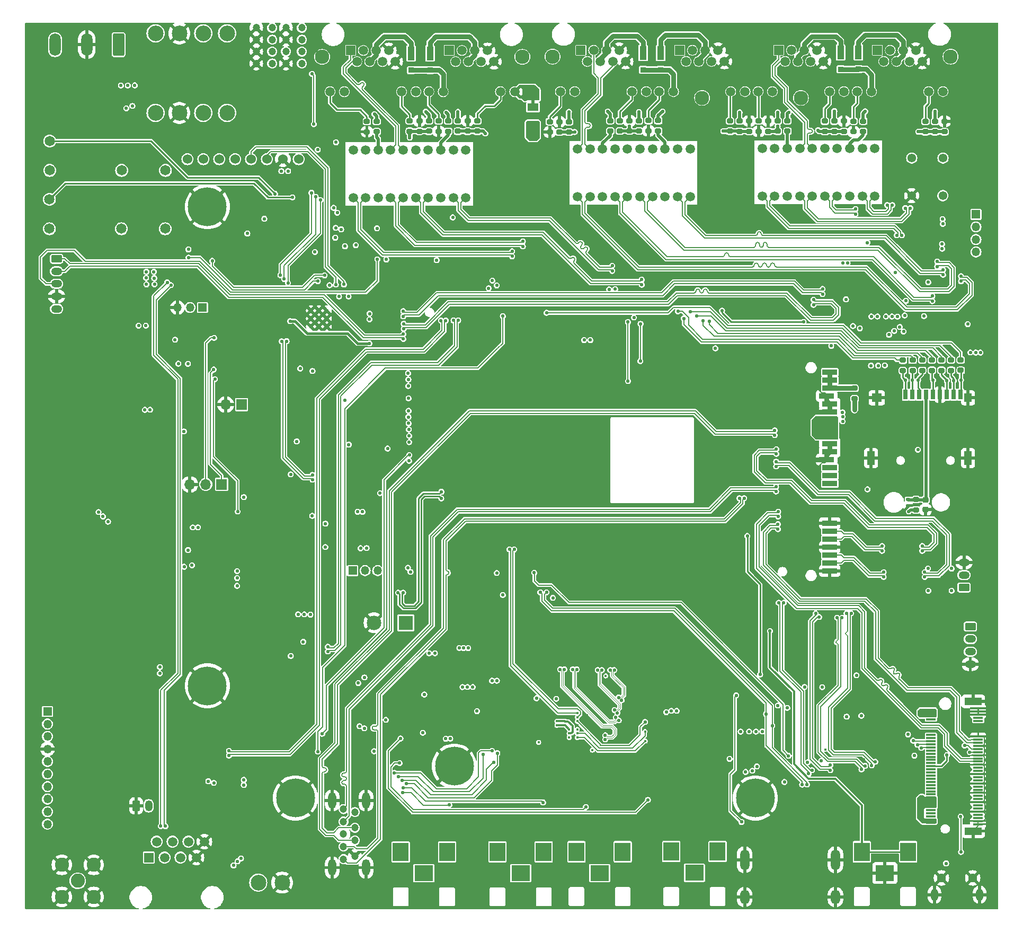
<source format=gbl>
G04 #@! TF.GenerationSoftware,KiCad,Pcbnew,8.0.0-rc1*
G04 #@! TF.CreationDate,2024-04-25T15:33:07+03:00*
G04 #@! TF.ProjectId,MXVR_3568_V4.0,4d585652-5f33-4353-9638-5f56342e302e,REV1*
G04 #@! TF.SameCoordinates,Original*
G04 #@! TF.FileFunction,Copper,L6,Bot*
G04 #@! TF.FilePolarity,Positive*
%FSLAX46Y46*%
G04 Gerber Fmt 4.6, Leading zero omitted, Abs format (unit mm)*
G04 Created by KiCad (PCBNEW 8.0.0-rc1) date 2024-04-25 15:33:07*
%MOMM*%
%LPD*%
G01*
G04 APERTURE LIST*
G04 Aperture macros list*
%AMRoundRect*
0 Rectangle with rounded corners*
0 $1 Rounding radius*
0 $2 $3 $4 $5 $6 $7 $8 $9 X,Y pos of 4 corners*
0 Add a 4 corners polygon primitive as box body*
4,1,4,$2,$3,$4,$5,$6,$7,$8,$9,$2,$3,0*
0 Add four circle primitives for the rounded corners*
1,1,$1+$1,$2,$3*
1,1,$1+$1,$4,$5*
1,1,$1+$1,$6,$7*
1,1,$1+$1,$8,$9*
0 Add four rect primitives between the rounded corners*
20,1,$1+$1,$2,$3,$4,$5,0*
20,1,$1+$1,$4,$5,$6,$7,0*
20,1,$1+$1,$6,$7,$8,$9,0*
20,1,$1+$1,$8,$9,$2,$3,0*%
G04 Aperture macros list end*
G04 #@! TA.AperFunction,ComponentPad*
%ADD10C,1.500000*%
G04 #@! TD*
G04 #@! TA.AperFunction,ComponentPad*
%ADD11C,1.381000*%
G04 #@! TD*
G04 #@! TA.AperFunction,ComponentPad*
%ADD12R,2.310000X2.310000*%
G04 #@! TD*
G04 #@! TA.AperFunction,ComponentPad*
%ADD13C,2.310000*%
G04 #@! TD*
G04 #@! TA.AperFunction,ComponentPad*
%ADD14C,1.200000*%
G04 #@! TD*
G04 #@! TA.AperFunction,ComponentPad*
%ADD15R,1.500000X1.500000*%
G04 #@! TD*
G04 #@! TA.AperFunction,ComponentPad*
%ADD16C,2.300000*%
G04 #@! TD*
G04 #@! TA.AperFunction,ComponentPad*
%ADD17RoundRect,0.250000X-0.625000X0.350000X-0.625000X-0.350000X0.625000X-0.350000X0.625000X0.350000X0*%
G04 #@! TD*
G04 #@! TA.AperFunction,ComponentPad*
%ADD18O,1.750000X1.200000*%
G04 #@! TD*
G04 #@! TA.AperFunction,ComponentPad*
%ADD19R,1.350000X1.350000*%
G04 #@! TD*
G04 #@! TA.AperFunction,ComponentPad*
%ADD20O,1.350000X1.350000*%
G04 #@! TD*
G04 #@! TA.AperFunction,ComponentPad*
%ADD21R,2.500000X3.000000*%
G04 #@! TD*
G04 #@! TA.AperFunction,ComponentPad*
%ADD22R,3.000000X2.500000*%
G04 #@! TD*
G04 #@! TA.AperFunction,ComponentPad*
%ADD23C,0.600000*%
G04 #@! TD*
G04 #@! TA.AperFunction,ComponentPad*
%ADD24C,0.900000*%
G04 #@! TD*
G04 #@! TA.AperFunction,ComponentPad*
%ADD25C,6.200000*%
G04 #@! TD*
G04 #@! TA.AperFunction,ComponentPad*
%ADD26C,1.650000*%
G04 #@! TD*
G04 #@! TA.AperFunction,ComponentPad*
%ADD27R,1.700000X1.700000*%
G04 #@! TD*
G04 #@! TA.AperFunction,ComponentPad*
%ADD28O,1.700000X1.700000*%
G04 #@! TD*
G04 #@! TA.AperFunction,ComponentPad*
%ADD29C,2.250000*%
G04 #@! TD*
G04 #@! TA.AperFunction,ComponentPad*
%ADD30RoundRect,0.250000X0.625000X-0.350000X0.625000X0.350000X-0.625000X0.350000X-0.625000X-0.350000X0*%
G04 #@! TD*
G04 #@! TA.AperFunction,ComponentPad*
%ADD31RoundRect,0.250000X0.650000X1.550000X-0.650000X1.550000X-0.650000X-1.550000X0.650000X-1.550000X0*%
G04 #@! TD*
G04 #@! TA.AperFunction,ComponentPad*
%ADD32O,1.800000X3.600000*%
G04 #@! TD*
G04 #@! TA.AperFunction,ComponentPad*
%ADD33O,1.200000X1.900000*%
G04 #@! TD*
G04 #@! TA.AperFunction,ComponentPad*
%ADD34C,1.450000*%
G04 #@! TD*
G04 #@! TA.AperFunction,ComponentPad*
%ADD35RoundRect,0.250000X-0.350000X-0.625000X0.350000X-0.625000X0.350000X0.625000X-0.350000X0.625000X0*%
G04 #@! TD*
G04 #@! TA.AperFunction,ComponentPad*
%ADD36O,1.200000X1.750000*%
G04 #@! TD*
G04 #@! TA.AperFunction,ComponentPad*
%ADD37C,2.500000*%
G04 #@! TD*
G04 #@! TA.AperFunction,ComponentPad*
%ADD38O,1.500000X3.300000*%
G04 #@! TD*
G04 #@! TA.AperFunction,ComponentPad*
%ADD39O,1.500000X2.300000*%
G04 #@! TD*
G04 #@! TA.AperFunction,SMDPad,CuDef*
%ADD40RoundRect,0.200000X-0.275000X0.200000X-0.275000X-0.200000X0.275000X-0.200000X0.275000X0.200000X0*%
G04 #@! TD*
G04 #@! TA.AperFunction,SMDPad,CuDef*
%ADD41RoundRect,0.200000X0.275000X-0.200000X0.275000X0.200000X-0.275000X0.200000X-0.275000X-0.200000X0*%
G04 #@! TD*
G04 #@! TA.AperFunction,ComponentPad*
%ADD42O,3.200000X2.000000*%
G04 #@! TD*
G04 #@! TA.AperFunction,SMDPad,CuDef*
%ADD43R,2.400000X0.900000*%
G04 #@! TD*
G04 #@! TA.AperFunction,SMDPad,CuDef*
%ADD44R,1.120000X2.170000*%
G04 #@! TD*
G04 #@! TA.AperFunction,SMDPad,CuDef*
%ADD45R,0.850000X0.850000*%
G04 #@! TD*
G04 #@! TA.AperFunction,ComponentPad*
%ADD46O,1.300000X2.600000*%
G04 #@! TD*
G04 #@! TA.AperFunction,SMDPad,CuDef*
%ADD47R,1.800000X1.200000*%
G04 #@! TD*
G04 #@! TA.AperFunction,SMDPad,CuDef*
%ADD48R,0.700000X1.600000*%
G04 #@! TD*
G04 #@! TA.AperFunction,SMDPad,CuDef*
%ADD49R,1.200000X1.400000*%
G04 #@! TD*
G04 #@! TA.AperFunction,SMDPad,CuDef*
%ADD50R,1.200000X2.200000*%
G04 #@! TD*
G04 #@! TA.AperFunction,SMDPad,CuDef*
%ADD51R,1.600000X1.400000*%
G04 #@! TD*
G04 #@! TA.AperFunction,SMDPad,CuDef*
%ADD52RoundRect,0.225000X-0.250000X0.225000X-0.250000X-0.225000X0.250000X-0.225000X0.250000X0.225000X0*%
G04 #@! TD*
G04 #@! TA.AperFunction,SMDPad,CuDef*
%ADD53R,1.550000X0.300000*%
G04 #@! TD*
G04 #@! TA.AperFunction,SMDPad,CuDef*
%ADD54R,2.750000X1.200000*%
G04 #@! TD*
G04 #@! TA.AperFunction,SMDPad,CuDef*
%ADD55RoundRect,0.140000X-0.170000X0.140000X-0.170000X-0.140000X0.170000X-0.140000X0.170000X0.140000X0*%
G04 #@! TD*
G04 #@! TA.AperFunction,ComponentPad*
%ADD56C,1.524000*%
G04 #@! TD*
G04 #@! TA.AperFunction,ViaPad*
%ADD57C,0.550000*%
G04 #@! TD*
G04 #@! TA.AperFunction,ViaPad*
%ADD58C,0.400000*%
G04 #@! TD*
G04 #@! TA.AperFunction,Conductor*
%ADD59C,0.200000*%
G04 #@! TD*
G04 #@! TA.AperFunction,Conductor*
%ADD60C,0.762000*%
G04 #@! TD*
G04 #@! TA.AperFunction,Conductor*
%ADD61C,0.381000*%
G04 #@! TD*
G04 #@! TA.AperFunction,Conductor*
%ADD62C,0.500000*%
G04 #@! TD*
G04 #@! TA.AperFunction,Conductor*
%ADD63C,0.508000*%
G04 #@! TD*
G04 #@! TA.AperFunction,Conductor*
%ADD64C,0.254000*%
G04 #@! TD*
G04 #@! TA.AperFunction,Conductor*
%ADD65C,0.177000*%
G04 #@! TD*
G04 #@! TA.AperFunction,Conductor*
%ADD66C,0.763000*%
G04 #@! TD*
G04 #@! TA.AperFunction,Conductor*
%ADD67C,0.120000*%
G04 #@! TD*
G04 #@! TA.AperFunction,Conductor*
%ADD68C,0.300000*%
G04 #@! TD*
G04 APERTURE END LIST*
D10*
X100300000Y-53650000D03*
X102300000Y-53650000D03*
X104300000Y-53650000D03*
X106300000Y-53650000D03*
X108300000Y-53650000D03*
X110300000Y-53650000D03*
X112300000Y-53650000D03*
X114300000Y-53650000D03*
X116300000Y-53650000D03*
X118300000Y-53650000D03*
X118300000Y-46030000D03*
X116300000Y-46030000D03*
X114300000Y-46030000D03*
X112300000Y-46030000D03*
X110300000Y-46030000D03*
X108300000Y-46030000D03*
X106300000Y-46030000D03*
X104300000Y-46030000D03*
X102300000Y-46030000D03*
X100300000Y-46030000D03*
D11*
X189540000Y-53340000D03*
X194540000Y-53340000D03*
D12*
X108710000Y-121540000D03*
D13*
X103630000Y-121540000D03*
D14*
X89550000Y-26540000D03*
X92090000Y-26540000D03*
X89550000Y-28440000D03*
X92090000Y-28440000D03*
X89550000Y-30340000D03*
X92090000Y-30340000D03*
X89550000Y-32240000D03*
X92090000Y-32240000D03*
D11*
X189570000Y-47350000D03*
X194570000Y-47350000D03*
D14*
X84810000Y-26540000D03*
X87350000Y-26540000D03*
X84810000Y-28440000D03*
X87350000Y-28440000D03*
X84810000Y-30340000D03*
X87350000Y-30340000D03*
X84810000Y-32240000D03*
X87350000Y-32240000D03*
D15*
X99870000Y-30150000D03*
X115670000Y-30150000D03*
D10*
X100890000Y-31930000D03*
X116690000Y-31930000D03*
X101910000Y-30150000D03*
X117710000Y-30150000D03*
X102930000Y-31930000D03*
X118730000Y-31930000D03*
X103950000Y-30150000D03*
X119750000Y-30150000D03*
X104970000Y-31930000D03*
X120770000Y-31930000D03*
X105990000Y-30150000D03*
X121790000Y-30150000D03*
X107010000Y-31930000D03*
X122810000Y-31930000D03*
X98880000Y-36740000D03*
X96590000Y-36740000D03*
X110310000Y-36740000D03*
X108020000Y-36740000D03*
X114690000Y-36740000D03*
X112400000Y-36740000D03*
X126120000Y-36740000D03*
X123830000Y-36740000D03*
D16*
X127340000Y-31170000D03*
X95340000Y-31170000D03*
D17*
X198930000Y-122160000D03*
D18*
X198930000Y-124160000D03*
X198930000Y-126160000D03*
X198930000Y-128160000D03*
D19*
X51440000Y-135720000D03*
D20*
X51440000Y-137720000D03*
X51440000Y-139720000D03*
X51440000Y-141720000D03*
X51440000Y-143720000D03*
X51440000Y-145720000D03*
X51440000Y-147720000D03*
X51440000Y-149720000D03*
X51440000Y-151720000D03*
X51440000Y-153720000D03*
D21*
X181590000Y-158120000D03*
X188990000Y-158120000D03*
D22*
X185290000Y-161520000D03*
D23*
X96095000Y-71685000D03*
X94820000Y-71685000D03*
X93545000Y-71685000D03*
X96095000Y-72960000D03*
X94820000Y-72960000D03*
X93545000Y-72960000D03*
X96095000Y-74235000D03*
X94820000Y-74235000D03*
X93545000Y-74235000D03*
D24*
X161970000Y-149550000D03*
X162720000Y-147700000D03*
X162720000Y-151400000D03*
X164570000Y-146950000D03*
D25*
X164570000Y-149550000D03*
D24*
X164570000Y-152150000D03*
X166420000Y-147700000D03*
X166420000Y-151400000D03*
X167170000Y-149550000D03*
D26*
X51800000Y-44610000D03*
X51800000Y-49310000D03*
X63300000Y-49310000D03*
X70300000Y-49310000D03*
D27*
X82465000Y-86710000D03*
D28*
X79925000Y-86710000D03*
D19*
X76220000Y-71210000D03*
D20*
X74220000Y-71210000D03*
X72220000Y-71210000D03*
D29*
X56280000Y-162770000D03*
X53730000Y-165320000D03*
X58830000Y-165320000D03*
X58830000Y-160220000D03*
X53730000Y-160220000D03*
D30*
X197920000Y-115930000D03*
D18*
X197920000Y-113930000D03*
X197920000Y-111930000D03*
D15*
X136695000Y-30120000D03*
X152495000Y-30120000D03*
X168295000Y-30120000D03*
X184095000Y-30120000D03*
D10*
X137715000Y-31900000D03*
X153515000Y-31900000D03*
X169315000Y-31900000D03*
X185115000Y-31900000D03*
X138735000Y-30120000D03*
X154535000Y-30120000D03*
X170335000Y-30120000D03*
X186135000Y-30120000D03*
X139755000Y-31900000D03*
X155555000Y-31900000D03*
X171355000Y-31900000D03*
X187155000Y-31900000D03*
X140775000Y-30120000D03*
X156575000Y-30120000D03*
X172375000Y-30120000D03*
X188175000Y-30120000D03*
X141795000Y-31900000D03*
X157595000Y-31900000D03*
X173395000Y-31900000D03*
X189195000Y-31900000D03*
X142815000Y-30120000D03*
X158615000Y-30120000D03*
X174415000Y-30120000D03*
X190215000Y-30120000D03*
X143835000Y-31900000D03*
X159635000Y-31900000D03*
X175435000Y-31900000D03*
X191235000Y-31900000D03*
X135695000Y-36710000D03*
X133405000Y-36710000D03*
X147125000Y-36710000D03*
X144835000Y-36710000D03*
X151505000Y-36710000D03*
X149215000Y-36710000D03*
X162935000Y-36710000D03*
X160645000Y-36710000D03*
X167315000Y-36710000D03*
X165025000Y-36710000D03*
X178745000Y-36710000D03*
X176455000Y-36710000D03*
X183125000Y-36710000D03*
X180835000Y-36710000D03*
X194555000Y-36710000D03*
X192265000Y-36710000D03*
D16*
X195765000Y-31140000D03*
X171865000Y-37730000D03*
X156065000Y-37730000D03*
X132165000Y-31140000D03*
D17*
X52900000Y-63420000D03*
D18*
X52900000Y-65420000D03*
X52900000Y-67420000D03*
X52900000Y-69420000D03*
X52900000Y-71420000D03*
D31*
X62815000Y-29225000D03*
D32*
X57735000Y-29225000D03*
X52655000Y-29225000D03*
D26*
X51760000Y-53930000D03*
X51760000Y-58630000D03*
X63260000Y-58630000D03*
X70260000Y-58630000D03*
D33*
X193185000Y-164986250D03*
D34*
X194310000Y-162306250D03*
X199310000Y-162306250D03*
D33*
X200435000Y-164986250D03*
D35*
X65610000Y-150780000D03*
D36*
X67610000Y-150780000D03*
D37*
X68715000Y-27420000D03*
X72525000Y-27420000D03*
X76335000Y-27420000D03*
X80145000Y-27420000D03*
X68715000Y-40120000D03*
X72525000Y-40120000D03*
X76335000Y-40120000D03*
X80145000Y-40120000D03*
D19*
X100210000Y-113230000D03*
D20*
X102210000Y-113230000D03*
X104210000Y-113230000D03*
D10*
X136140000Y-53540000D03*
X138140000Y-53540000D03*
X140140000Y-53540000D03*
X142140000Y-53540000D03*
X144140000Y-53540000D03*
X146140000Y-53540000D03*
X148140000Y-53540000D03*
X150140000Y-53540000D03*
X152140000Y-53540000D03*
X154140000Y-53540000D03*
X154140000Y-45920000D03*
X152140000Y-45920000D03*
X150140000Y-45920000D03*
X148140000Y-45920000D03*
X146140000Y-45920000D03*
X144140000Y-45920000D03*
X142140000Y-45920000D03*
X140140000Y-45920000D03*
X138140000Y-45920000D03*
X136140000Y-45920000D03*
D27*
X79285000Y-99445000D03*
D28*
X76745000Y-99445000D03*
X74205000Y-99445000D03*
D15*
X67630000Y-159050000D03*
D10*
X68900000Y-156510000D03*
X70170000Y-159050000D03*
X71440000Y-156510000D03*
X72710000Y-159050000D03*
X73980000Y-156510000D03*
X75250000Y-159050000D03*
X76520000Y-156510000D03*
D19*
X199830000Y-56340000D03*
D20*
X199830000Y-58340000D03*
X199830000Y-60340000D03*
X199830000Y-62340000D03*
D24*
X88470000Y-149550000D03*
X89220000Y-147700000D03*
X89220000Y-151400000D03*
X91070000Y-146950000D03*
D25*
X91070000Y-149550000D03*
D24*
X91070000Y-152150000D03*
X92920000Y-147700000D03*
X92920000Y-151400000D03*
X93670000Y-149550000D03*
D10*
X165670000Y-53430000D03*
X167670000Y-53430000D03*
X169670000Y-53430000D03*
X171670000Y-53430000D03*
X173670000Y-53430000D03*
X175670000Y-53430000D03*
X177670000Y-53430000D03*
X179670000Y-53430000D03*
X181670000Y-53430000D03*
X183670000Y-53430000D03*
X183670000Y-45810000D03*
X181670000Y-45810000D03*
X179670000Y-45810000D03*
X177670000Y-45810000D03*
X175670000Y-45810000D03*
X173670000Y-45810000D03*
X171670000Y-45810000D03*
X169670000Y-45810000D03*
X167670000Y-45810000D03*
X165670000Y-45810000D03*
D38*
X162870000Y-159400000D03*
D39*
X162870000Y-165360000D03*
D38*
X177370000Y-159400000D03*
D39*
X177370000Y-165360000D03*
D40*
X190250000Y-101865000D03*
X190250000Y-103515000D03*
D21*
X130755000Y-158142500D03*
X123355000Y-158142500D03*
D22*
X127055000Y-161542500D03*
D41*
X142920000Y-43015000D03*
X142920000Y-41365000D03*
D42*
X174240000Y-116135000D03*
X174240000Y-78715000D03*
D43*
X176480000Y-99315000D03*
X176480000Y-98035000D03*
X176480000Y-96765000D03*
X175980000Y-95495000D03*
X176480000Y-94225000D03*
X176480000Y-92955000D03*
X176480000Y-91685000D03*
X176480000Y-90415000D03*
X176480000Y-89145000D03*
X176480000Y-87875000D03*
X176480000Y-86605000D03*
X175980000Y-85335000D03*
X176480000Y-84065000D03*
X176480000Y-82795000D03*
X176480000Y-81525000D03*
X176480000Y-113275000D03*
X176480000Y-112005000D03*
X176480000Y-110735000D03*
X176480000Y-109465000D03*
X176480000Y-108195000D03*
X176480000Y-106925000D03*
X176480000Y-105655000D03*
D44*
X149435000Y-30562500D03*
D45*
X149435000Y-33242500D03*
D40*
X163600000Y-41410000D03*
X163600000Y-43060000D03*
D44*
X146625000Y-30562500D03*
D45*
X146625000Y-33242500D03*
D40*
X118590000Y-41395000D03*
X118590000Y-43045000D03*
X115490000Y-41415000D03*
X115490000Y-43065000D03*
X192780000Y-79590000D03*
X192780000Y-81240000D03*
D14*
X100560000Y-151800000D03*
X100560000Y-154300000D03*
X100560000Y-156300000D03*
X100560000Y-158800000D03*
X98760000Y-159300000D03*
X98760000Y-157300000D03*
X98760000Y-155300000D03*
X98760000Y-153300000D03*
X98760000Y-151300000D03*
D46*
X96950000Y-149950000D03*
X96950000Y-160650000D03*
X102370000Y-149950000D03*
X102370000Y-160650000D03*
D41*
X168160000Y-43050000D03*
X168160000Y-41400000D03*
D21*
X158540000Y-158100000D03*
X151140000Y-158100000D03*
D22*
X154840000Y-161500000D03*
D40*
X180260000Y-41450000D03*
X180260000Y-43100000D03*
X133240000Y-41545000D03*
X133240000Y-43195000D03*
D41*
X193280000Y-43130000D03*
X193280000Y-41480000D03*
X162060000Y-43060000D03*
X162060000Y-41410000D03*
X134770000Y-43195000D03*
X134770000Y-41545000D03*
D24*
X119065014Y-144465000D03*
X118315014Y-146315000D03*
X118315014Y-142615000D03*
X116465014Y-147065000D03*
D25*
X116465014Y-144465000D03*
D24*
X116465014Y-141865000D03*
X114615014Y-146315000D03*
X114615014Y-142615000D03*
X113865014Y-144465000D03*
D40*
X194800000Y-41480000D03*
X194800000Y-43130000D03*
X188160000Y-79625000D03*
X188160000Y-81275000D03*
D47*
X129037500Y-42137500D03*
X129037500Y-39237500D03*
D48*
X188580000Y-85130000D03*
X189680000Y-85130000D03*
X190780000Y-85130000D03*
X191880000Y-85130000D03*
X192980000Y-85130000D03*
X194080000Y-85130000D03*
X195180000Y-85130000D03*
X196280000Y-85130000D03*
X197380000Y-85130000D03*
D49*
X198580000Y-85630000D03*
D50*
X198580000Y-95230000D03*
X183080000Y-95230000D03*
D51*
X183980000Y-85630000D03*
D40*
X149055000Y-41355000D03*
X149055000Y-43005000D03*
X109340000Y-41405000D03*
X109340000Y-43055000D03*
X175680000Y-41440000D03*
X175680000Y-43090000D03*
X181820000Y-41450000D03*
X181820000Y-43100000D03*
D52*
X191780000Y-101920000D03*
X191780000Y-103470000D03*
D44*
X178190000Y-30480000D03*
D45*
X178190000Y-33160000D03*
D24*
X79600000Y-131617502D03*
X78850000Y-133467502D03*
X78850000Y-129767502D03*
X77000000Y-134217502D03*
D25*
X77000000Y-131617502D03*
D24*
X77000000Y-129017502D03*
X75150000Y-133467502D03*
X75150000Y-129767502D03*
X74400000Y-131617502D03*
D40*
X166640000Y-41415000D03*
X166640000Y-43065000D03*
D21*
X115300000Y-158152500D03*
X107900000Y-158152500D03*
D22*
X111600000Y-161552500D03*
D53*
X200184900Y-153715000D03*
X192634900Y-153465000D03*
X200184900Y-153215000D03*
X192634900Y-152965000D03*
X200184900Y-152715000D03*
X192634900Y-152465000D03*
X200184900Y-152215000D03*
X192634900Y-151965000D03*
X200184900Y-151715000D03*
X192634900Y-151465000D03*
X200184900Y-151215000D03*
X192634900Y-150965000D03*
X200184900Y-150715000D03*
X192634900Y-150465000D03*
X200184900Y-150215000D03*
X192634900Y-149965000D03*
X200184900Y-149715000D03*
X192634900Y-149465000D03*
X200184900Y-149215000D03*
X192634900Y-148965000D03*
X200184900Y-148715000D03*
X192634900Y-148465000D03*
X200184900Y-148215000D03*
X192634900Y-147965000D03*
X200184900Y-147715000D03*
X192634900Y-147465000D03*
X200184900Y-147215000D03*
X192634900Y-146965000D03*
X200184900Y-146715000D03*
X192634900Y-146465000D03*
X200184900Y-146215000D03*
X192634900Y-145965000D03*
X200184900Y-145715000D03*
X192634900Y-145465000D03*
X200184900Y-145215000D03*
X192634900Y-144965000D03*
X200184900Y-144715000D03*
X192634900Y-144465000D03*
X200184900Y-144215000D03*
X192634900Y-143965000D03*
X200184900Y-143715000D03*
X192634900Y-143465000D03*
X200184900Y-143215000D03*
X192634900Y-142965000D03*
X200184900Y-142715000D03*
X192634900Y-142465000D03*
X200184900Y-142215000D03*
X192634900Y-141965000D03*
X200184900Y-141715000D03*
X192634900Y-141465000D03*
X200184900Y-141215000D03*
X192634900Y-140965000D03*
X200184900Y-140715000D03*
X192634900Y-140465000D03*
X200184900Y-140215000D03*
X192634900Y-139965000D03*
X200184900Y-139715000D03*
X192634900Y-139465000D03*
X200184900Y-137215000D03*
X192634900Y-136965000D03*
X200184900Y-136715000D03*
X192634900Y-136465000D03*
X200184900Y-136215000D03*
X192634900Y-135965000D03*
X200184900Y-135715000D03*
X192634900Y-135465000D03*
X200184900Y-135215000D03*
D54*
X199409900Y-154815000D03*
X199409900Y-134115000D03*
D40*
X165120000Y-41410000D03*
X165120000Y-43060000D03*
X191750000Y-41480000D03*
X191750000Y-43130000D03*
X194330000Y-79590000D03*
X194330000Y-81240000D03*
X160540000Y-41400000D03*
X160540000Y-43050000D03*
X195870000Y-79590000D03*
X195870000Y-81240000D03*
X113940000Y-41405000D03*
X113940000Y-43055000D03*
X131710000Y-41530000D03*
X131710000Y-43180000D03*
X104050000Y-41480000D03*
X104050000Y-43130000D03*
X178730000Y-41440000D03*
X178730000Y-43090000D03*
D41*
X145995000Y-43020000D03*
X145995000Y-41370000D03*
X112410000Y-43045000D03*
X112410000Y-41395000D03*
D40*
X189700000Y-79615000D03*
X189700000Y-81265000D03*
X120150000Y-41395000D03*
X120150000Y-43045000D03*
D44*
X109545000Y-30622500D03*
D45*
X109545000Y-33302500D03*
D44*
X181050000Y-30460000D03*
D45*
X181050000Y-33140000D03*
D40*
X102490000Y-41490000D03*
X102490000Y-43140000D03*
D55*
X188960000Y-101870000D03*
X188960000Y-102830000D03*
D40*
X144465000Y-41370000D03*
X144465000Y-43020000D03*
D41*
X117050000Y-43045000D03*
X117050000Y-41395000D03*
D40*
X141380000Y-41365000D03*
X141380000Y-43015000D03*
D21*
X143380000Y-158120000D03*
X135980000Y-158120000D03*
D22*
X139680000Y-161520000D03*
D40*
X197400000Y-79585000D03*
X197400000Y-81235000D03*
X169710000Y-41400000D03*
X169710000Y-43050000D03*
D24*
X79600000Y-55102498D03*
X78850000Y-56952498D03*
X78850000Y-53252498D03*
X77000000Y-57702498D03*
D25*
X77000000Y-55102498D03*
D24*
X77000000Y-52502498D03*
X75150000Y-56952498D03*
X75150000Y-53252498D03*
X74400000Y-55102498D03*
D44*
X112580000Y-30610000D03*
D45*
X112580000Y-33290000D03*
D40*
X147515000Y-41355000D03*
X147515000Y-43005000D03*
D37*
X88945000Y-163047500D03*
X85135000Y-163047500D03*
D41*
X177190000Y-43090000D03*
X177190000Y-41440000D03*
D40*
X110880000Y-41405000D03*
X110880000Y-43055000D03*
D56*
X91600000Y-47510000D03*
X89060000Y-47510000D03*
X86520000Y-47510000D03*
X83980000Y-47510000D03*
X81440000Y-47510000D03*
X78900000Y-47510000D03*
X76360000Y-47510000D03*
X73820000Y-47510000D03*
D40*
X191230000Y-79605000D03*
X191230000Y-81255000D03*
D41*
X180420000Y-85755000D03*
X180420000Y-84105000D03*
D57*
X66020000Y-156410000D03*
X66640000Y-161610000D03*
X73570000Y-165850000D03*
X71030000Y-163370000D03*
X70070000Y-161960000D03*
X107900000Y-109290000D03*
X107890000Y-107450000D03*
X107940000Y-105410000D03*
X52920000Y-157000000D03*
X50560000Y-157130000D03*
X50610000Y-160430000D03*
X50692184Y-163489381D03*
X50770000Y-165660000D03*
X62420000Y-165430000D03*
X62450000Y-162280000D03*
X62320000Y-159200000D03*
X61741972Y-156210137D03*
X61740000Y-153250000D03*
X58020000Y-150630000D03*
X54100000Y-150580000D03*
X63310000Y-143070000D03*
X58420000Y-146650000D03*
X54910000Y-146760000D03*
X56690000Y-142650000D03*
X54410000Y-142250000D03*
X61480000Y-140450000D03*
X59800000Y-141290000D03*
X60956442Y-136807548D03*
X64280000Y-134610000D03*
X61010000Y-134740000D03*
X57900000Y-134750000D03*
X61420000Y-128050000D03*
X65303041Y-130968442D03*
X62130000Y-131100000D03*
X59520000Y-131100000D03*
X56820000Y-131390000D03*
X64910000Y-125400000D03*
X61620000Y-125500000D03*
X58383863Y-125425971D03*
X56080000Y-125470000D03*
X65800000Y-123390000D03*
X63860000Y-123480000D03*
X60900000Y-123630000D03*
X65300000Y-112900000D03*
X63520000Y-112970000D03*
X60760000Y-113090000D03*
X60830000Y-115510000D03*
X60660000Y-121200000D03*
X69440000Y-104350000D03*
X75060000Y-104300000D03*
X75090000Y-101980000D03*
X100720000Y-141660000D03*
X100450000Y-139700000D03*
X111680000Y-144020000D03*
X111810000Y-141800000D03*
X200350000Y-105290000D03*
X196874109Y-105548878D03*
X198480000Y-108460000D03*
X198410000Y-106890000D03*
X184610000Y-107840000D03*
X191780000Y-48100000D03*
X191780000Y-52680000D03*
X194130000Y-59570000D03*
X191500000Y-59870000D03*
X196600000Y-59390000D03*
X200290000Y-64820000D03*
X197410000Y-64120000D03*
X195280000Y-62720000D03*
X191880000Y-62790000D03*
X193660000Y-66750000D03*
X191830000Y-73910000D03*
X200470000Y-83170000D03*
X200455210Y-86207511D03*
X200280000Y-89030000D03*
X200290000Y-91760000D03*
X200338062Y-94866285D03*
X200290000Y-98160000D03*
X187990000Y-98470000D03*
X193130000Y-98340000D03*
X197990000Y-98290000D03*
X196100000Y-98340000D03*
X195200000Y-92970000D03*
X197000000Y-90270000D03*
X195110000Y-90310000D03*
X192770000Y-90450000D03*
X192810000Y-92700000D03*
X192860000Y-95140000D03*
X185350000Y-97630000D03*
X182724087Y-97869476D03*
X180470000Y-97210000D03*
X156450000Y-53360000D03*
X156390000Y-50490000D03*
X156550000Y-47360000D03*
X162810000Y-53190000D03*
X162910000Y-50890000D03*
X162750000Y-47990000D03*
X200460000Y-49080000D03*
X200510000Y-43160000D03*
X200440000Y-39550000D03*
X200483065Y-35615541D03*
X200320000Y-31160000D03*
X199990000Y-27010000D03*
X197700000Y-27030000D03*
X169700000Y-26870000D03*
X179570000Y-26890000D03*
X190440000Y-27220000D03*
X196880000Y-36200000D03*
X196590000Y-33330000D03*
X189400000Y-38420000D03*
X189400000Y-36370000D03*
X185700000Y-42380000D03*
X189380000Y-41770000D03*
X197280000Y-42970000D03*
X198690000Y-53480000D03*
X198550000Y-50580000D03*
X198620000Y-47920000D03*
X186830000Y-53330000D03*
X186940000Y-49830000D03*
X186720000Y-46540000D03*
X142300000Y-35960000D03*
X163230000Y-32540000D03*
X163250000Y-29930000D03*
X164970000Y-26940000D03*
X158810000Y-26780000D03*
X147920000Y-27080000D03*
X138660000Y-27150000D03*
X134830000Y-30970000D03*
X129600000Y-33460000D03*
X129490000Y-27210000D03*
X124430000Y-30590000D03*
X121940000Y-27170000D03*
X111230000Y-27170000D03*
X101220000Y-27190000D03*
X105820000Y-36970000D03*
X121480000Y-36470000D03*
X126330000Y-42340000D03*
X123210000Y-42270000D03*
X130980000Y-46640000D03*
X130950000Y-49760000D03*
X126990000Y-50040000D03*
X126330000Y-46820000D03*
X122510000Y-46890000D03*
X122620000Y-50420000D03*
X122620000Y-53120000D03*
X126780000Y-53120000D03*
X130910000Y-53120000D03*
X138930000Y-61690000D03*
X137300000Y-59260000D03*
X143210000Y-59290000D03*
X144670000Y-62000000D03*
X175310000Y-71690000D03*
X172480000Y-70020000D03*
X170030000Y-68080000D03*
X166330000Y-67980000D03*
X162050000Y-68040000D03*
X158680000Y-68140000D03*
X168390000Y-71980000D03*
X165080000Y-71970000D03*
X162060000Y-71980000D03*
X167750000Y-87250000D03*
X167750000Y-84080000D03*
X168050000Y-79050000D03*
X151940000Y-76260000D03*
X151640000Y-73640000D03*
X148350000Y-73760000D03*
X148470000Y-76300000D03*
X155618708Y-86617050D03*
X151390000Y-86790000D03*
X146990000Y-86700000D03*
X142940000Y-86910000D03*
X155200000Y-84590000D03*
X150250000Y-84710000D03*
X144920000Y-84670000D03*
X154650000Y-82010000D03*
X150000000Y-82050000D03*
X146570000Y-82140000D03*
X151770000Y-79430000D03*
X148090000Y-79510000D03*
X164370000Y-77870000D03*
X161240000Y-77910000D03*
X164410000Y-80700000D03*
X161072415Y-80698298D03*
X164240000Y-84080000D03*
X160818754Y-84376379D03*
X164070000Y-86490000D03*
X161070000Y-86660000D03*
X163900000Y-89320000D03*
X161160000Y-89200000D03*
X163190000Y-96130000D03*
X163480000Y-92920000D03*
X161540000Y-97740000D03*
X161410000Y-93630000D03*
X156080000Y-99550000D03*
X155910000Y-95620000D03*
X156080000Y-92320000D03*
X158870000Y-112210000D03*
X155420000Y-112270000D03*
X151190000Y-112150000D03*
X147446051Y-112487556D03*
X143980000Y-112450000D03*
X157400000Y-109610000D03*
X154830000Y-109570000D03*
X151440000Y-109530000D03*
X148170000Y-109570000D03*
X144623994Y-109783085D03*
X141570000Y-109760000D03*
X156810000Y-106940000D03*
X154110000Y-106960000D03*
X151230000Y-107020000D03*
X148210000Y-107000000D03*
X144740000Y-107040000D03*
X141840000Y-107040000D03*
X134810000Y-112310000D03*
X134840000Y-109510000D03*
X134390000Y-102080000D03*
X135000000Y-98070000D03*
X134960000Y-94670000D03*
X134950000Y-91750000D03*
X134970000Y-89690000D03*
X135310000Y-86140000D03*
X137440000Y-84080000D03*
X139680000Y-81840000D03*
X141560000Y-79780000D03*
X142050000Y-73740000D03*
X140054184Y-75819651D03*
X130030000Y-76200000D03*
X127320000Y-76570000D03*
X127300000Y-73150000D03*
X129980000Y-73150000D03*
X132890000Y-73120000D03*
X136420000Y-73120000D03*
X134700000Y-74950000D03*
X132680000Y-76840000D03*
X130190000Y-79040000D03*
X127510000Y-80050000D03*
X136450000Y-78890000D03*
X134540000Y-80830000D03*
X132380000Y-82960000D03*
X129510000Y-84030000D03*
X132040000Y-86380000D03*
X129590000Y-86440000D03*
X127170000Y-86450000D03*
X127170000Y-84110000D03*
X131360000Y-94810000D03*
X131220000Y-92130000D03*
X131120000Y-89530000D03*
X127470000Y-89510000D03*
X127460000Y-91890000D03*
X127880000Y-96510000D03*
X129900000Y-98390000D03*
X132090000Y-100340000D03*
X127659331Y-101838142D03*
X124420000Y-89730000D03*
X124410000Y-92340000D03*
X113040000Y-74940000D03*
X114950000Y-76860000D03*
X113170000Y-78380000D03*
X118160000Y-75110000D03*
X118330000Y-71970000D03*
X119990000Y-71990000D03*
X119940000Y-73710000D03*
X119920000Y-76340000D03*
X119870000Y-79240000D03*
X116970000Y-79220000D03*
X118130000Y-86420000D03*
X115520000Y-87750000D03*
X119580000Y-84680000D03*
X115690000Y-84700000D03*
X112890000Y-85020000D03*
X112870000Y-88230000D03*
X112960000Y-90840000D03*
X119820000Y-89510000D03*
X120280000Y-91780000D03*
X117750000Y-92000000D03*
X120960000Y-96060000D03*
X117670000Y-96080000D03*
X114050000Y-96280000D03*
X122770000Y-98500000D03*
X119290000Y-98500000D03*
X116390000Y-98600000D03*
X113060000Y-98690000D03*
X122600000Y-100820000D03*
X119320000Y-100820000D03*
X116630000Y-100770000D03*
X113150000Y-104680000D03*
X131370000Y-111550000D03*
X127770000Y-111690000D03*
X131250000Y-109520000D03*
X127770000Y-109570000D03*
X131180000Y-107420000D03*
X127580000Y-107420000D03*
X120620000Y-113170000D03*
X120600000Y-111450000D03*
X120520000Y-109520000D03*
X120520000Y-107390000D03*
X117790000Y-107540000D03*
X117790000Y-109660000D03*
X117794368Y-111426403D03*
X117820000Y-112830000D03*
X118040000Y-117320000D03*
X118040000Y-119840000D03*
X120550000Y-119910000D03*
X120650000Y-117300000D03*
X122920000Y-119960000D03*
X123110000Y-117660000D03*
X127650000Y-117780000D03*
X129710000Y-120000000D03*
X127190000Y-121290000D03*
X131810000Y-122400000D03*
X130020000Y-124260000D03*
X127410000Y-126550000D03*
X123420000Y-125220000D03*
X120840000Y-125340000D03*
X174180000Y-165300000D03*
X169880000Y-165320000D03*
X165830000Y-165450000D03*
X173550000Y-162080000D03*
X169300000Y-162120000D03*
X165800000Y-162100000D03*
X188970000Y-161730000D03*
X185320000Y-164480000D03*
X181510000Y-161860000D03*
X185510000Y-156890000D03*
X193080000Y-154480000D03*
X195140000Y-156470000D03*
X192440000Y-156490000D03*
X200810000Y-159750000D03*
X200620000Y-156930000D03*
X199230000Y-159720000D03*
X199270000Y-157280000D03*
X198570000Y-152730000D03*
X198530000Y-146970000D03*
X198530000Y-150260000D03*
X195780000Y-151900000D03*
X195780000Y-149210000D03*
X195930000Y-147440000D03*
X196054534Y-145395665D03*
X195543012Y-138298295D03*
X195200000Y-136550000D03*
X198250000Y-137960000D03*
X198120000Y-136020000D03*
X197780000Y-131930000D03*
X194200000Y-130710000D03*
X190640000Y-127710000D03*
X192260000Y-129450000D03*
X189190000Y-129430000D03*
X191420000Y-118780000D03*
X188530000Y-116390000D03*
X188540000Y-118750000D03*
X185930000Y-121230000D03*
X185930000Y-118760000D03*
X185140000Y-116590000D03*
X180670000Y-114050000D03*
X180680000Y-116110000D03*
X180740000Y-121910000D03*
X176120000Y-121870000D03*
X172240000Y-120900000D03*
X170180000Y-120890000D03*
X166930000Y-121570000D03*
X166860000Y-119360000D03*
X158870000Y-119000000D03*
X161400000Y-119580000D03*
X161370000Y-122210000D03*
X163900000Y-122240000D03*
X163880000Y-119630000D03*
X163850000Y-117000000D03*
X160960000Y-117080000D03*
X157460000Y-117050000D03*
X137760000Y-117400000D03*
X142700000Y-117330000D03*
X140730000Y-117370000D03*
X148770000Y-117060000D03*
X151190000Y-117080000D03*
X153790000Y-117080000D03*
X155420000Y-118690000D03*
X157320000Y-120590000D03*
X158730000Y-122270000D03*
X164230000Y-128410000D03*
X170710000Y-128090000D03*
X181430000Y-134650000D03*
X183870000Y-138080000D03*
X189550000Y-148320000D03*
X189480000Y-146020000D03*
X187560000Y-150340000D03*
X187490000Y-152530000D03*
X189070000Y-154310000D03*
X185490000Y-154220000D03*
X180530000Y-152970000D03*
X182240000Y-146200000D03*
X175750000Y-147330000D03*
X175670000Y-151020000D03*
X166880000Y-145930000D03*
X166880000Y-144000000D03*
X168400000Y-132240000D03*
X166900000Y-130660000D03*
X159220000Y-129730000D03*
X159200000Y-132370000D03*
X159140000Y-134770000D03*
X156950000Y-134800000D03*
X156950000Y-132390000D03*
X156950000Y-129730000D03*
X156930000Y-127290000D03*
X155160000Y-125740000D03*
X152440000Y-125850000D03*
X148940000Y-123580000D03*
X149770000Y-125670000D03*
X146960000Y-125670000D03*
X146780000Y-123450000D03*
X146740000Y-121200000D03*
X144910000Y-121200000D03*
X144910000Y-123420000D03*
X144910000Y-125610000D03*
X144910000Y-127640000D03*
X144880000Y-130060000D03*
X144930000Y-132740000D03*
X144930000Y-135060000D03*
X144910000Y-137000000D03*
X144270000Y-139050000D03*
X152260000Y-138620000D03*
X152040000Y-143510000D03*
X149420000Y-143480000D03*
X146040000Y-143180000D03*
X143090000Y-148090000D03*
X143140000Y-146080000D03*
X142740000Y-143850000D03*
X147310000Y-144660000D03*
X148550000Y-147460000D03*
X152590000Y-150010000D03*
X154950000Y-149970000D03*
X159440000Y-150380000D03*
X161230000Y-153810000D03*
X162800000Y-156410000D03*
X162870000Y-162540000D03*
X155030000Y-159420000D03*
X154970000Y-156580000D03*
X158020000Y-162760000D03*
X154920000Y-164920000D03*
X151020000Y-162190000D03*
X147280000Y-163370000D03*
X147390000Y-165810000D03*
X143400000Y-163040000D03*
X139340000Y-156650000D03*
X139600000Y-165050000D03*
X135740000Y-161820000D03*
X130960000Y-162650000D03*
X117340000Y-152650000D03*
X119560000Y-153940000D03*
X126740000Y-159160000D03*
X126980000Y-164720000D03*
X123210000Y-163020000D03*
X123250000Y-161300000D03*
X119720000Y-163700000D03*
X119690000Y-166270000D03*
X115020000Y-163000000D03*
X105810000Y-149620000D03*
X106880000Y-151390000D03*
X108980000Y-155690000D03*
X111550000Y-159270000D03*
X111490000Y-165180000D03*
X107910000Y-161620000D03*
X99460000Y-161030000D03*
X104610000Y-159940000D03*
X104740000Y-165900000D03*
X104540000Y-163020000D03*
X99460000Y-163430000D03*
X102800000Y-165970000D03*
X99370000Y-165970000D03*
X96080000Y-165990000D03*
X93500000Y-153830000D03*
X93500000Y-156730000D03*
X93500000Y-159880000D03*
X93520000Y-163300000D03*
X92210000Y-166030000D03*
X88300000Y-165990000D03*
X84700000Y-165940000D03*
X81450000Y-165330000D03*
X87040000Y-159660000D03*
X88540000Y-154620000D03*
X88590000Y-157240000D03*
X85690000Y-157240000D03*
X85790000Y-154660000D03*
X81690000Y-151150000D03*
X84330000Y-151150000D03*
X86670000Y-151490000D03*
X86620000Y-149330000D03*
X87190000Y-147190000D03*
X90820000Y-136760000D03*
X87650000Y-138830000D03*
X87580000Y-136740000D03*
X81870000Y-139540000D03*
X78950000Y-139760000D03*
X78870000Y-142200000D03*
X78930000Y-144400000D03*
X75780000Y-144520000D03*
X73670000Y-144460000D03*
X75650000Y-142270000D03*
X75780000Y-139580000D03*
X75900000Y-136860000D03*
X78930000Y-136740000D03*
X81770000Y-136580000D03*
X82670000Y-134910000D03*
X88750000Y-132350000D03*
X91130000Y-131440000D03*
X91390000Y-134460000D03*
X87790000Y-134530000D03*
X85310000Y-132850000D03*
X103060000Y-116300000D03*
X103100000Y-118680000D03*
X100630000Y-119680000D03*
X100530000Y-117550000D03*
X100550000Y-115840000D03*
X92110000Y-99740000D03*
X90500000Y-94210000D03*
X93700000Y-94180000D03*
X90720000Y-90100000D03*
X86590000Y-86600000D03*
X78770000Y-90540000D03*
X84470000Y-86640000D03*
X83640000Y-88820000D03*
X81520000Y-90550000D03*
X93170000Y-101230000D03*
X90730000Y-101230000D03*
X91040000Y-104440000D03*
X93330000Y-106570000D03*
X96480000Y-112050000D03*
X96460000Y-118320000D03*
X96410000Y-115530000D03*
X91970000Y-118420000D03*
X93600000Y-117080000D03*
X90960000Y-117010000D03*
X87290000Y-115340000D03*
X85010000Y-115450000D03*
X83260000Y-123750000D03*
X85460000Y-120150000D03*
X84370000Y-122150000D03*
X81630000Y-124790000D03*
X81570000Y-118640000D03*
X81650000Y-121420000D03*
X79010000Y-118290000D03*
X76570000Y-119570000D03*
X76565185Y-117156274D03*
X76409092Y-114689999D03*
X76460000Y-112860000D03*
X79800000Y-84120000D03*
X87356646Y-78112123D03*
X82790000Y-78110000D03*
X82190000Y-54450000D03*
X81440000Y-56830000D03*
X83660000Y-56800000D03*
X87020000Y-66470000D03*
X83020000Y-64320000D03*
X84460000Y-66050000D03*
X82060000Y-66050000D03*
X79610000Y-64680000D03*
X82160000Y-29870000D03*
X81640000Y-32070000D03*
X75960000Y-29720000D03*
X72630000Y-29800000D03*
X76090000Y-31610000D03*
X72730000Y-31550000D03*
X76010000Y-36540000D03*
X72730000Y-36620000D03*
X75810000Y-43740000D03*
X72880000Y-43570000D03*
X78440000Y-49330000D03*
X75800000Y-49330000D03*
X72960000Y-55840000D03*
X73090000Y-52740000D03*
X70250000Y-55870000D03*
X70300000Y-52900000D03*
X68030000Y-59770000D03*
X65600000Y-58710000D03*
X65650000Y-56230000D03*
X65700000Y-53540000D03*
X65650000Y-50110000D03*
X69140000Y-47520000D03*
X65780000Y-47630000D03*
X69290000Y-44010000D03*
X64740000Y-42950000D03*
X61150000Y-43030000D03*
X60430000Y-31320000D03*
X60450000Y-27680000D03*
X55420000Y-30670000D03*
X55470000Y-27550000D03*
X52500000Y-34760000D03*
X55620000Y-34940000D03*
X58050000Y-34780000D03*
X57950000Y-36930000D03*
X57840000Y-39850000D03*
X51380000Y-41140000D03*
X57220000Y-42820000D03*
X53480000Y-42950000D03*
X55980000Y-45740000D03*
X57900000Y-46980000D03*
X54230000Y-46960000D03*
X56810000Y-59770000D03*
X56760000Y-57520000D03*
X56888405Y-55198736D03*
X56910000Y-52900000D03*
X60430000Y-52510000D03*
X60430000Y-54110000D03*
X60450000Y-56720000D03*
X60380000Y-59100000D03*
X64120000Y-61810000D03*
X61023077Y-61788369D03*
X58100000Y-61970000D03*
X56450000Y-66440000D03*
X58490000Y-73700000D03*
X58900000Y-66350000D03*
X62530000Y-66270000D03*
X62420000Y-68670000D03*
X62617139Y-71639948D03*
X62600000Y-74420000D03*
X63320000Y-78080000D03*
X62140000Y-80480000D03*
X65260000Y-77540000D03*
X61600000Y-77640000D03*
X58940000Y-77600000D03*
X56354063Y-78052820D03*
X55310000Y-78690000D03*
X54140000Y-83880000D03*
X57630000Y-83360000D03*
X61640000Y-83370000D03*
X65080000Y-83220000D03*
X51410000Y-99670000D03*
X51710000Y-102740000D03*
X51560000Y-106970000D03*
X51820000Y-111130000D03*
X60660000Y-111170000D03*
X58110000Y-108240000D03*
X57100000Y-105400000D03*
X55110000Y-104400000D03*
X57670000Y-97830000D03*
X67780000Y-91280000D03*
X67890000Y-94010000D03*
X64820000Y-96370000D03*
X63280000Y-98320000D03*
X62910000Y-100980000D03*
X63660000Y-102740000D03*
X64890000Y-103820000D03*
X74600000Y-120190000D03*
X74600000Y-117230000D03*
X74260000Y-123230000D03*
X76730000Y-123420000D03*
X81110000Y-128170000D03*
X82430000Y-129520000D03*
X82390000Y-131280000D03*
X82400000Y-132620000D03*
X83390000Y-59390000D03*
X101020000Y-103830000D03*
X73980000Y-61930000D03*
X93750000Y-104480000D03*
X99565000Y-69450000D03*
X113640000Y-63650000D03*
X94190000Y-62340000D03*
X105600000Y-63530000D03*
X98050000Y-69450000D03*
X74550000Y-112370000D03*
X101780000Y-103840000D03*
X105800000Y-93730000D03*
X182500000Y-100240000D03*
X97560000Y-44820000D03*
X190464525Y-141040000D03*
X122540000Y-66910000D03*
X191100000Y-141540000D03*
X123250000Y-67680000D03*
X116333000Y-73270000D03*
X96250000Y-125383000D03*
X126970000Y-139660000D03*
X183390000Y-134690000D03*
D58*
X135465070Y-139885599D03*
D57*
X179500000Y-145990000D03*
X174640000Y-128290000D03*
X100700000Y-67870000D03*
X124240000Y-147330000D03*
X84230000Y-44660000D03*
X185030000Y-69150000D03*
X173690000Y-95490000D03*
X179670000Y-140530000D03*
X87740000Y-40520000D03*
X92460000Y-70720000D03*
X183590000Y-67780000D03*
X184240000Y-68490000D03*
X182120000Y-148930000D03*
X166130000Y-127840000D03*
X96700000Y-144510000D03*
X119000000Y-156130000D03*
X101100000Y-73580000D03*
X140750000Y-122650000D03*
X153140000Y-130230000D03*
X150740000Y-130850000D03*
X147530000Y-156670000D03*
X183210000Y-41000000D03*
X184880000Y-134710000D03*
X193740000Y-72690000D03*
X117470000Y-38820000D03*
X189050000Y-75340000D03*
X196640000Y-39550000D03*
X181830000Y-143390000D03*
X185880000Y-138910000D03*
X124460000Y-155460000D03*
X187450000Y-71570000D03*
D58*
X133520000Y-138570000D03*
X137395000Y-142465000D03*
X129930000Y-142280000D03*
D57*
X186710000Y-80190000D03*
X176740000Y-128200000D03*
X152820000Y-40055000D03*
X78650000Y-62140000D03*
X183460000Y-152640000D03*
D58*
X136110000Y-137930000D03*
D57*
X125090000Y-139750000D03*
X114010000Y-136440000D03*
X81460000Y-44740000D03*
X196730000Y-123170000D03*
X186700000Y-70920000D03*
D58*
X134780000Y-133860000D03*
D57*
X180730000Y-131360000D03*
X173830000Y-110250000D03*
X127510000Y-134900000D03*
X175770000Y-148930000D03*
X84590000Y-71890000D03*
X142670000Y-122650000D03*
X182720000Y-66970000D03*
X134660000Y-122650000D03*
D58*
X137680000Y-136340000D03*
D57*
X98910000Y-78420000D03*
X188230000Y-103960000D03*
X185960000Y-70110000D03*
X174095000Y-87875000D03*
X120600000Y-134920000D03*
X61130000Y-105400000D03*
X64050000Y-39390000D03*
X64280000Y-35750000D03*
X63180000Y-35740000D03*
X81830000Y-159650000D03*
X98992500Y-86045500D03*
X59610000Y-103870000D03*
X81190000Y-160310000D03*
X67000000Y-87540000D03*
X97510000Y-58480000D03*
X92490000Y-120210000D03*
X93470000Y-120260000D03*
X102440000Y-109620000D03*
X65020000Y-39010000D03*
X60320000Y-104570000D03*
X65390000Y-35730000D03*
X98370000Y-58720000D03*
X67840000Y-87530000D03*
X82370000Y-159200000D03*
X101490000Y-109650000D03*
X91500000Y-120200000D03*
X102910000Y-73090000D03*
X102910000Y-76930000D03*
X102930000Y-72180000D03*
X90220000Y-73385000D03*
X98990000Y-61420000D03*
X97180000Y-55290000D03*
X97750000Y-56070000D03*
X194498398Y-57091774D03*
X141210000Y-68311000D03*
X142173821Y-68274821D03*
X194550000Y-57840000D03*
X94637273Y-46000000D03*
X86103000Y-57030000D03*
X90330000Y-126850000D03*
X92330000Y-124590000D03*
X91830000Y-80950000D03*
X182500000Y-60840000D03*
X198510000Y-73870000D03*
X181270000Y-74540000D03*
X188270000Y-75040000D03*
X185270000Y-80450000D03*
X183060000Y-80480000D03*
X188430000Y-72470000D03*
X177200000Y-39840000D03*
X134780000Y-39955000D03*
X168160000Y-40055000D03*
X117050000Y-39955000D03*
X111894163Y-39924163D03*
X184210000Y-80480000D03*
X193300000Y-39890000D03*
X145980000Y-39975000D03*
X186920000Y-65630000D03*
X162070000Y-40055000D03*
X200540000Y-78410000D03*
X188630000Y-70140000D03*
X180180000Y-74160000D03*
X199800000Y-78410000D03*
X198930000Y-78390000D03*
X97538413Y-67538413D03*
X98820000Y-67520000D03*
X108327795Y-76224500D03*
X108327795Y-75470500D03*
X104160000Y-63510000D03*
X69540000Y-154020000D03*
X70577116Y-67183866D03*
X71180000Y-67630000D03*
X70289705Y-154041118D03*
X95720000Y-66080000D03*
X77780000Y-63750000D03*
X94660000Y-67000000D03*
X73990000Y-63243000D03*
X87810000Y-53050000D03*
X90590000Y-53620000D03*
X95860000Y-105720000D03*
X96530000Y-67640000D03*
X93635000Y-52880000D03*
X88664198Y-66055802D03*
X195060000Y-159980000D03*
X75500000Y-106320000D03*
X109050000Y-112770000D03*
X115090000Y-140070000D03*
X69390000Y-129630000D03*
X169220000Y-146990000D03*
X69420000Y-128630000D03*
X174280000Y-91310000D03*
X109470000Y-113430000D03*
X176700000Y-77340000D03*
X88830000Y-49420000D03*
X174270000Y-90340000D03*
X72370000Y-80170000D03*
X89900000Y-49420000D03*
X74670000Y-106330000D03*
X115820000Y-140060000D03*
X191080000Y-151460000D03*
X191020000Y-135610000D03*
X191080000Y-149530000D03*
X195940000Y-112890000D03*
X111670000Y-133010000D03*
X81750000Y-113300000D03*
X128600000Y-43310000D03*
X82820000Y-146650000D03*
X160450000Y-143290000D03*
X91280000Y-92595000D03*
X82820000Y-147450000D03*
X189100000Y-103780000D03*
X82820000Y-101490000D03*
X191070000Y-150470000D03*
X81750000Y-115650000D03*
X129530000Y-43310000D03*
X195940000Y-116430000D03*
X190990000Y-136240000D03*
X73900000Y-80190000D03*
X81750000Y-114420000D03*
X190550000Y-93910000D03*
X191540000Y-72580000D03*
X178540000Y-89380000D03*
X178530000Y-88630000D03*
X192200000Y-67170000D03*
X179320000Y-64109000D03*
X178520000Y-87940000D03*
X178590000Y-64090000D03*
X179061705Y-69898295D03*
X198835731Y-142223055D03*
X198015000Y-141162785D03*
X195190000Y-142680000D03*
X94010000Y-41920000D03*
X93720000Y-33900000D03*
D58*
X146950000Y-138910000D03*
X136104614Y-139224412D03*
D57*
X124220000Y-72590000D03*
X94660000Y-142130000D03*
X175100000Y-143620000D03*
X172430000Y-131800000D03*
X162220000Y-138940000D03*
X165690000Y-138900000D03*
X163580000Y-138920000D03*
X180730000Y-129940000D03*
X181520000Y-136400000D03*
X175263413Y-131836587D03*
X164670000Y-138930000D03*
X168170000Y-134770000D03*
X188980000Y-139390000D03*
X172929163Y-143850837D03*
D58*
X175730000Y-141780000D03*
D57*
X179170000Y-136540000D03*
X164090000Y-145190000D03*
X169680000Y-135140000D03*
X163010000Y-145380000D03*
X164810000Y-144490000D03*
X168220000Y-103825000D03*
X168220000Y-104575000D03*
X168175163Y-106602000D03*
X168175163Y-105798000D03*
X187300000Y-72670000D03*
X168140000Y-42275000D03*
X187645774Y-74308892D03*
X135710000Y-43174000D03*
X89889198Y-67280802D03*
X95064035Y-54050000D03*
X89273732Y-66665336D03*
X94310000Y-53520000D03*
X78200000Y-82650000D03*
X81850000Y-103790000D03*
X159250000Y-71710000D03*
X172300000Y-73508000D03*
X158180000Y-77720000D03*
X197440000Y-158150000D03*
X197390000Y-152500000D03*
X129600000Y-133600000D03*
X126029930Y-109843621D03*
D58*
X136114730Y-136635270D03*
D57*
X125280000Y-109833174D03*
D58*
X136121514Y-135977913D03*
X146960000Y-140440000D03*
X136114730Y-139885270D03*
X136110000Y-137280000D03*
D57*
X146960000Y-137390000D03*
X130210000Y-116700000D03*
X172050000Y-147410000D03*
X166295000Y-136125000D03*
X172830000Y-147380000D03*
X131200000Y-116680000D03*
X167281587Y-137988413D03*
X129240000Y-113570000D03*
X169880000Y-142800000D03*
X189990000Y-142780000D03*
X161510000Y-133150000D03*
X163300000Y-107700000D03*
X162370000Y-153370000D03*
X165350000Y-129820000D03*
X73290000Y-112610000D03*
X90320000Y-97850000D03*
X93798413Y-81338413D03*
X67170000Y-74100000D03*
X66010000Y-74110000D03*
X180420000Y-87530000D03*
X68510000Y-66510000D03*
X67260000Y-67510000D03*
X68540000Y-67490000D03*
X77150000Y-146860000D03*
X78040000Y-147130000D03*
X67250000Y-65490000D03*
X67210000Y-66480000D03*
X68440000Y-65490000D03*
X73910000Y-109940000D03*
X71830000Y-76340000D03*
X103700000Y-40330000D03*
X140990000Y-39910000D03*
X182140000Y-39860000D03*
X149750000Y-39890000D03*
X115190000Y-40070000D03*
X169920000Y-40040000D03*
X129330000Y-37240000D03*
X128800000Y-36370000D03*
X127820000Y-36990000D03*
X128350000Y-37730000D03*
X185935500Y-75562000D03*
X109335000Y-44085000D03*
X125700000Y-62228000D03*
X146410000Y-66758000D03*
X187178000Y-59660000D03*
X186410000Y-72635002D03*
X190610000Y-43130000D03*
X127420000Y-61442000D03*
X125700000Y-63032000D03*
X146410000Y-67562000D03*
X121420000Y-43420000D03*
X186770000Y-74950000D03*
X186462000Y-54840000D03*
X187982000Y-59660000D03*
X141710000Y-64548000D03*
X192870000Y-69378000D03*
X180580000Y-56282000D03*
X144460000Y-42245000D03*
X183115649Y-72634292D03*
X193640000Y-63858000D03*
X141710000Y-65352000D03*
X197440000Y-66208000D03*
X174580000Y-42892000D03*
X185451516Y-72635002D03*
X193640000Y-64662000D03*
X194580000Y-65972000D03*
X192870000Y-70182000D03*
X197440000Y-67012000D03*
X180580000Y-55478000D03*
X194580000Y-65168000D03*
X108307552Y-71798000D03*
X175310000Y-68248000D03*
X175310000Y-69052000D03*
X108307552Y-72602000D03*
X173870000Y-69968000D03*
X108372196Y-74602000D03*
X108372196Y-73798000D03*
X173870000Y-70772000D03*
X121945000Y-68130000D03*
X189799291Y-140371330D03*
X167895223Y-95823000D03*
X191640000Y-114242000D03*
X191640000Y-113488000D03*
X167895223Y-96577000D03*
X191250917Y-110057000D03*
X167919393Y-94577000D03*
X191250917Y-109303000D03*
X167919393Y-93823000D03*
X167680000Y-90823000D03*
X162777000Y-101660000D03*
X162023000Y-101660000D03*
X167892569Y-100577000D03*
X167892569Y-99823000D03*
X80456897Y-142013000D03*
X114333000Y-73282062D03*
X157220000Y-73440000D03*
X156240000Y-73320000D03*
X155190000Y-72570000D03*
X154206138Y-71893862D03*
X153150000Y-72940000D03*
X152200000Y-71810000D03*
X132760000Y-133700000D03*
X146230000Y-73810000D03*
X146190000Y-79760000D03*
X145180000Y-72790000D03*
X120090000Y-135670000D03*
X144220000Y-82950000D03*
X144210000Y-73530000D03*
D58*
X140670000Y-130040000D03*
D57*
X192170000Y-112880000D03*
X138200000Y-76410000D03*
X192230000Y-116440000D03*
X137210000Y-76410000D03*
X131220000Y-72050000D03*
X109070000Y-81710000D03*
X194406202Y-61060375D03*
X109130000Y-82700000D03*
X194430000Y-61810000D03*
X109110000Y-83730000D03*
X109160000Y-85700000D03*
X109160000Y-89700000D03*
X109200000Y-90680000D03*
X109270000Y-94780000D03*
X95350000Y-139270000D03*
X109250000Y-95700000D03*
X105530000Y-137060000D03*
X123250000Y-113610000D03*
X78020000Y-81100000D03*
X78090000Y-76050000D03*
X124220000Y-117120000D03*
X103635000Y-142075000D03*
X132220000Y-117570000D03*
X133384500Y-128990000D03*
X140590000Y-139524500D03*
X140590000Y-140175500D03*
X134035500Y-128990000D03*
X142737826Y-137148808D03*
X135384500Y-129000000D03*
X142277498Y-136688480D03*
X136035500Y-129000000D03*
X142072707Y-135499642D03*
X139384500Y-129110000D03*
X140035500Y-129110000D03*
X142533035Y-135959970D03*
X142719574Y-133479573D03*
X141384500Y-129100000D03*
X142035500Y-129100000D03*
X143179902Y-133939901D03*
X159450000Y-43050000D03*
X184088753Y-72634030D03*
X185658000Y-54840000D03*
X189342000Y-55330000D03*
X188538000Y-55330000D03*
X127420000Y-60638000D03*
X108240000Y-148700000D03*
X115685000Y-150635000D03*
X130650000Y-150250000D03*
X108260000Y-147885000D03*
X107740000Y-143960000D03*
X137490000Y-150970000D03*
X147410000Y-149840000D03*
X107870000Y-140040000D03*
X101320000Y-138070000D03*
D58*
X138540000Y-141880000D03*
D57*
X111430000Y-139120000D03*
X102090000Y-138410000D03*
D58*
X134810000Y-139230000D03*
D57*
X122500000Y-130810000D03*
D58*
X134160000Y-137300000D03*
X132853110Y-137283210D03*
D57*
X123270000Y-130800000D03*
X119410000Y-131810000D03*
D58*
X129953279Y-140655874D03*
D57*
X117770000Y-131820000D03*
X118560000Y-131810000D03*
D58*
X136114457Y-138584997D03*
D57*
X112450000Y-126430000D03*
X113360000Y-126420000D03*
X117270000Y-125580000D03*
D58*
X134819934Y-139890391D03*
D57*
X118680000Y-125600000D03*
X117950000Y-125590000D03*
X150340000Y-135840000D03*
D58*
X134810000Y-138580000D03*
D57*
X102100000Y-130280000D03*
D58*
X132870000Y-137930000D03*
D57*
X101130000Y-131180000D03*
X152010000Y-135620000D03*
X151150000Y-135620000D03*
X166910000Y-122880000D03*
X115087000Y-73282062D03*
X80456897Y-142767000D03*
X117087000Y-73270000D03*
X96250000Y-126137000D03*
X167680000Y-91577000D03*
X73250000Y-90990000D03*
X109150000Y-87710000D03*
X100730000Y-61250000D03*
X104590000Y-100860000D03*
X104100000Y-58550000D03*
X97440000Y-60060000D03*
X95850000Y-109460000D03*
X116210000Y-56810000D03*
X109130000Y-88690000D03*
X109260000Y-91690000D03*
X107529143Y-146155000D03*
X121060000Y-142600000D03*
X106890000Y-145520000D03*
X122490000Y-142020000D03*
X108800000Y-147270000D03*
X123340000Y-142370000D03*
X108120000Y-146720000D03*
X122755000Y-143865000D03*
X189680000Y-82770000D03*
X190580000Y-82800000D03*
X192980000Y-82810000D03*
X195180000Y-82850000D03*
X196280000Y-82890000D03*
X197440000Y-82790000D03*
X188580000Y-82800000D03*
X99600000Y-93090000D03*
X109250000Y-92700000D03*
X176560000Y-145102000D03*
X174205743Y-120065743D03*
X179887000Y-120040000D03*
X183744257Y-143745743D03*
X177628000Y-120750000D03*
X181535743Y-144974257D03*
X182104257Y-144405743D03*
X178432000Y-120750000D03*
X176560000Y-144298000D03*
X174774257Y-120634257D03*
X179133000Y-120040000D03*
X183175743Y-144314257D03*
X173634257Y-145095743D03*
X169112000Y-118370000D03*
X173065743Y-145664257D03*
X168308000Y-118370000D03*
X185086333Y-114242000D03*
X185086333Y-113488000D03*
X184823748Y-110057000D03*
X184823748Y-109303000D03*
X114390000Y-101700000D03*
X107480000Y-116740000D03*
X93800000Y-98680000D03*
X88881745Y-76597775D03*
X108290000Y-116740000D03*
X93787071Y-97930109D03*
X89660000Y-76580000D03*
X114400000Y-100630000D03*
D59*
X190539525Y-140965000D02*
X192634900Y-140965000D01*
X190464525Y-141040000D02*
X190539525Y-140965000D01*
X192634900Y-141465000D02*
X191175000Y-141465000D01*
X191175000Y-141465000D02*
X191100000Y-141540000D01*
X116507999Y-73444999D02*
X116333000Y-73270000D01*
X97930000Y-124854328D02*
X97930000Y-85190000D01*
X97930000Y-85190000D02*
X103130000Y-79990000D01*
X96250000Y-125383000D02*
X96424999Y-125557999D01*
X96424999Y-125557999D02*
X97226329Y-125557999D01*
X116507999Y-77276329D02*
X116507999Y-73444999D01*
X97226329Y-125557999D02*
X97930000Y-124854328D01*
X103130000Y-79990000D02*
X113794328Y-79990000D01*
X113794328Y-79990000D02*
X116507999Y-77276329D01*
X200184900Y-153715000D02*
X200184900Y-154040000D01*
X201209900Y-148869900D02*
X201055000Y-148715000D01*
X201209900Y-143968554D02*
X201209900Y-142961446D01*
X201209900Y-145468554D02*
X201209900Y-144461446D01*
X201175000Y-139715000D02*
X200184900Y-139715000D01*
X201055000Y-148715000D02*
X200184900Y-148715000D01*
D60*
X175980000Y-95495000D02*
X173695000Y-95495000D01*
D59*
X201209900Y-144461446D02*
X200963454Y-144215000D01*
X200184900Y-144215000D02*
X200963454Y-144215000D01*
X200184900Y-151715000D02*
X200963454Y-151715000D01*
D60*
X175980000Y-85335000D02*
X175980000Y-86105000D01*
D59*
X200963454Y-150215000D02*
X201209900Y-149968554D01*
X200963454Y-144215000D02*
X201209900Y-143968554D01*
X200184900Y-153215000D02*
X200963454Y-153215000D01*
X200963454Y-141215000D02*
X201210000Y-140968454D01*
X201209900Y-142961446D02*
X200963454Y-142715000D01*
X200184900Y-147215000D02*
X200963454Y-147215000D01*
X200184900Y-150215000D02*
X200963454Y-150215000D01*
X201209900Y-146968554D02*
X201209900Y-145819900D01*
X201210000Y-140968454D02*
X201210000Y-139750000D01*
X200184900Y-148715000D02*
X200963454Y-148715000D01*
X200963454Y-147215000D02*
X201209900Y-146968554D01*
D61*
X188960000Y-102830000D02*
X188960000Y-102950000D01*
D60*
X175980000Y-86105000D02*
X176480000Y-86605000D01*
D59*
X201240000Y-150491546D02*
X200963454Y-150215000D01*
D60*
X175980000Y-94725000D02*
X176480000Y-94225000D01*
D59*
X200184900Y-154040000D02*
X199409900Y-154815000D01*
X200184900Y-141215000D02*
X200963454Y-141215000D01*
X201209900Y-149968554D02*
X201209900Y-148869900D01*
D61*
X188960000Y-102950000D02*
X188230000Y-103680000D01*
D59*
X200963454Y-142715000D02*
X201209900Y-142468554D01*
X201240000Y-151438454D02*
X201240000Y-150491546D01*
D60*
X175980000Y-95495000D02*
X175980000Y-94725000D01*
D59*
X201300000Y-152051546D02*
X200963454Y-151715000D01*
X200963454Y-153215000D02*
X201300000Y-152878454D01*
X201300000Y-152878454D02*
X201300000Y-152051546D01*
X201105000Y-145715000D02*
X200184900Y-145715000D01*
D60*
X176480000Y-86605000D02*
X176480000Y-87875000D01*
D59*
X201209900Y-147289900D02*
X201135000Y-147215000D01*
X200963454Y-145715000D02*
X201209900Y-145468554D01*
X201135000Y-147215000D02*
X200184900Y-147215000D01*
D60*
X174095000Y-87875000D02*
X176480000Y-87875000D01*
D59*
X201209900Y-148468554D02*
X201209900Y-147289900D01*
X201209900Y-142468554D02*
X201209900Y-141461446D01*
X201209900Y-141461446D02*
X200963454Y-141215000D01*
X201210000Y-139750000D02*
X201175000Y-139715000D01*
X200184900Y-153215000D02*
X200184900Y-153715000D01*
D60*
X176480000Y-92955000D02*
X176480000Y-94225000D01*
D59*
X200963454Y-148715000D02*
X201209900Y-148468554D01*
X201209900Y-145819900D02*
X201105000Y-145715000D01*
X200184900Y-145715000D02*
X200963454Y-145715000D01*
D61*
X188230000Y-103680000D02*
X188230000Y-103960000D01*
D60*
X173695000Y-95495000D02*
X173690000Y-95490000D01*
D59*
X200184900Y-142715000D02*
X200963454Y-142715000D01*
X200963454Y-151715000D02*
X201240000Y-151438454D01*
D61*
X92930000Y-75330000D02*
X90985000Y-73385000D01*
X102910000Y-76930000D02*
X100990000Y-76930000D01*
X90985000Y-73385000D02*
X90220000Y-73385000D01*
X99390000Y-75330000D02*
X92930000Y-75330000D01*
X100990000Y-76930000D02*
X99390000Y-75330000D01*
D62*
X145980000Y-39975000D02*
X145995000Y-39990000D01*
D63*
X134770000Y-39965000D02*
X134770000Y-41545000D01*
D62*
X193300000Y-39890000D02*
X193280000Y-39910000D01*
X162070000Y-40055000D02*
X162060000Y-40065000D01*
D63*
X111894163Y-39924163D02*
X112410000Y-40440000D01*
X117050000Y-39955000D02*
X117050000Y-41395000D01*
D62*
X177190000Y-39850000D02*
X177190000Y-41440000D01*
D63*
X112410000Y-40440000D02*
X112410000Y-41395000D01*
D62*
X162060000Y-40065000D02*
X162060000Y-41410000D01*
X168160000Y-40055000D02*
X168160000Y-41400000D01*
X145995000Y-39990000D02*
X145995000Y-41370000D01*
X177200000Y-39840000D02*
X177190000Y-39850000D01*
D63*
X134780000Y-39955000D02*
X134770000Y-39965000D01*
D62*
X193280000Y-39910000D02*
X193280000Y-41480000D01*
D59*
X95870000Y-64710000D02*
X95870000Y-49090000D01*
X97538413Y-67538413D02*
X97538413Y-66378413D01*
X97538413Y-66378413D02*
X95870000Y-64710000D01*
X93060000Y-46280000D02*
X87130000Y-46280000D01*
X87130000Y-46280000D02*
X86520000Y-46890000D01*
X95870000Y-49090000D02*
X93060000Y-46280000D01*
X86520000Y-46890000D02*
X86520000Y-47510000D01*
X92905686Y-45560000D02*
X84740000Y-45560000D01*
X84740000Y-45560000D02*
X83980000Y-46320000D01*
X96280000Y-48934314D02*
X92905686Y-45560000D01*
X83980000Y-46320000D02*
X83980000Y-47510000D01*
X98820000Y-67520000D02*
X98820000Y-67094314D01*
X96280000Y-64554314D02*
X96280000Y-48934314D01*
X98820000Y-67094314D02*
X96280000Y-64554314D01*
X80394328Y-69580000D02*
X75436328Y-64622000D01*
X101929501Y-76049501D02*
X95460000Y-69580000D01*
X54212501Y-65420000D02*
X52900000Y-65420000D01*
X75436328Y-64622000D02*
X55010501Y-64622000D01*
X55010501Y-64622000D02*
X54212501Y-65420000D01*
X108152796Y-76049501D02*
X101929501Y-76049501D01*
X95460000Y-69580000D02*
X80394328Y-69580000D01*
X108327795Y-76224500D02*
X108152796Y-76049501D01*
X95640000Y-69180000D02*
X80565672Y-69180000D01*
X108152796Y-75645499D02*
X102105499Y-75645499D01*
X102105499Y-75645499D02*
X95640000Y-69180000D01*
X108327795Y-75470500D02*
X108152796Y-75645499D01*
X75603672Y-64218000D02*
X55010501Y-64218000D01*
X54212501Y-63420000D02*
X52900000Y-63420000D01*
X80565672Y-69180000D02*
X75603672Y-64218000D01*
X55010501Y-64218000D02*
X54212501Y-63420000D01*
X80731358Y-68780000D02*
X75769358Y-63818000D01*
X50310000Y-63160000D02*
X50310000Y-66520000D01*
X75769358Y-63818000D02*
X57478000Y-63818000D01*
X51390000Y-62080000D02*
X50310000Y-63160000D01*
X104160000Y-63510000D02*
X104160000Y-66930000D01*
X50310000Y-66520000D02*
X51210000Y-67420000D01*
X102310000Y-68780000D02*
X98810000Y-68780000D01*
X57478000Y-63818000D02*
X55740000Y-62080000D01*
X98790000Y-68780000D02*
X80731358Y-68780000D01*
X104160000Y-66930000D02*
X102310000Y-68780000D01*
X55740000Y-62080000D02*
X51390000Y-62080000D01*
X51210000Y-67420000D02*
X52900000Y-67420000D01*
X68410000Y-78815685D02*
X68410000Y-69360000D01*
X72270000Y-82675686D02*
X68410000Y-78815685D01*
X70577116Y-67192884D02*
X70577116Y-67183866D01*
X72270000Y-129590000D02*
X72270000Y-82675686D01*
X68410000Y-69360000D02*
X70577116Y-67192884D01*
X69540000Y-154020000D02*
X69540000Y-132320000D01*
X69540000Y-132320000D02*
X72270000Y-129590000D01*
X70140000Y-153891413D02*
X70140000Y-132370000D01*
X70289705Y-154041118D02*
X70140000Y-153891413D01*
X68810000Y-78650000D02*
X68810000Y-70000000D01*
X68810000Y-70000000D02*
X71180000Y-67630000D01*
X70140000Y-132370000D02*
X72675000Y-129835000D01*
X72675000Y-129835000D02*
X72675000Y-82515000D01*
X72675000Y-82515000D02*
X68810000Y-78650000D01*
X77780000Y-64584314D02*
X77780000Y-63750000D01*
X81170000Y-67980000D02*
X81130000Y-67940000D01*
X95720000Y-66080000D02*
X94140000Y-66080000D01*
X81130000Y-67940000D02*
X81130000Y-67934314D01*
X81130000Y-67934314D02*
X77780000Y-64584314D01*
X94140000Y-66080000D02*
X92240000Y-67980000D01*
X92240000Y-67980000D02*
X81170000Y-67980000D01*
X92550000Y-68380000D02*
X81010000Y-68380000D01*
X93930000Y-67000000D02*
X92550000Y-68380000D01*
X94660000Y-67000000D02*
X93930000Y-67000000D01*
X81010000Y-68380000D02*
X75873000Y-63243000D01*
X75873000Y-63243000D02*
X73990000Y-63243000D01*
D64*
X87810000Y-53050000D02*
X87810000Y-53030000D01*
X68030000Y-44610000D02*
X51800000Y-44610000D01*
X85210000Y-50430000D02*
X73850000Y-50430000D01*
X87810000Y-53030000D02*
X85210000Y-50430000D01*
X73850000Y-50430000D02*
X68030000Y-44610000D01*
X51760000Y-53930000D02*
X54310000Y-51380000D01*
X84410000Y-51380000D02*
X86660000Y-53630000D01*
X90580000Y-53630000D02*
X90590000Y-53620000D01*
X86660000Y-53630000D02*
X90580000Y-53630000D01*
X54310000Y-51380000D02*
X84410000Y-51380000D01*
D59*
X93635000Y-52880000D02*
X93635000Y-59355000D01*
X88664198Y-64325802D02*
X88664198Y-66055802D01*
X93635000Y-59355000D02*
X88664198Y-64325802D01*
D60*
X103950000Y-30150000D02*
X103950000Y-29220000D01*
X109545000Y-28945000D02*
X109545000Y-30622500D01*
X103950000Y-29220000D02*
X105230000Y-27940000D01*
X105230000Y-27940000D02*
X108540000Y-27940000D01*
X108540000Y-27940000D02*
X109545000Y-28945000D01*
X102930000Y-31930000D02*
X103950000Y-30910000D01*
X103950000Y-30910000D02*
X103950000Y-30150000D01*
X177440000Y-27900000D02*
X178190000Y-28650000D01*
X171355000Y-31900000D02*
X171355000Y-31140000D01*
X171355000Y-31140000D02*
X172375000Y-30120000D01*
X172375000Y-29115000D02*
X173590000Y-27900000D01*
X173590000Y-27900000D02*
X177440000Y-27900000D01*
X178190000Y-28650000D02*
X178190000Y-30480000D01*
X172375000Y-30120000D02*
X172375000Y-29115000D01*
D63*
X189365000Y-103515000D02*
X190250000Y-103515000D01*
X189100000Y-103780000D02*
X189365000Y-103515000D01*
D59*
X198843786Y-142215000D02*
X200184900Y-142215000D01*
X198835731Y-142223055D02*
X198843786Y-142215000D01*
X199105000Y-141715000D02*
X200184900Y-141715000D01*
X198015000Y-141162785D02*
X198552785Y-141162785D01*
X198552785Y-141162785D02*
X199105000Y-141715000D01*
D64*
X195190000Y-143560000D02*
X194285000Y-144465000D01*
X195190000Y-142680000D02*
X195190000Y-143560000D01*
X194285000Y-144465000D02*
X192634900Y-144465000D01*
D59*
X93720000Y-33900000D02*
X94010000Y-34190000D01*
X94010000Y-34190000D02*
X94010000Y-41920000D01*
X139620000Y-141550000D02*
X144990000Y-141550000D01*
X136104614Y-139224412D02*
X137294412Y-139224412D01*
X146950000Y-139590000D02*
X146950000Y-138910000D01*
X137294412Y-139224412D02*
X139620000Y-141550000D01*
X144990000Y-141550000D02*
X146950000Y-139590000D01*
X95450000Y-138180000D02*
X95450000Y-128660000D01*
X94660000Y-138970000D02*
X95450000Y-138180000D01*
X95450000Y-128660000D02*
X98970000Y-125140000D01*
X98970000Y-125140000D02*
X98970000Y-87370000D01*
X120250000Y-80890000D02*
X123390000Y-77750000D01*
X94660000Y-142130000D02*
X94660000Y-138970000D01*
X98970000Y-87370000D02*
X105450000Y-80890000D01*
X108400000Y-80890000D02*
X120250000Y-80890000D01*
X124220000Y-76920000D02*
X124220000Y-72590000D01*
X105450000Y-80890000D02*
X108400000Y-80890000D01*
X123390000Y-77750000D02*
X124220000Y-76920000D01*
D65*
X198987899Y-143680500D02*
X197305736Y-143680500D01*
X200184900Y-143715000D02*
X199022399Y-143715000D01*
X197305736Y-143680500D02*
X194834500Y-141209264D01*
X181614500Y-128869264D02*
X181614500Y-119959264D01*
X194834500Y-139379264D02*
X193790736Y-138335500D01*
X164744500Y-105820736D02*
X166580737Y-103984499D01*
X194834500Y-141209264D02*
X194834500Y-139379264D01*
X199022399Y-143715000D02*
X198987899Y-143680500D01*
X181614500Y-119959264D02*
X180910736Y-119255500D01*
X193790736Y-138335500D02*
X191080736Y-138335500D01*
X171165500Y-119255500D02*
X164744500Y-112834500D01*
X180910736Y-119255500D02*
X171165500Y-119255500D01*
X168060501Y-103984499D02*
X168220000Y-103825000D01*
X164744500Y-112834500D02*
X164744500Y-105820736D01*
X191080736Y-138335500D02*
X181614500Y-128869264D01*
X166580737Y-103984499D02*
X168060501Y-103984499D01*
X191182894Y-137904500D02*
X193969264Y-137904500D01*
X186304653Y-133026259D02*
X191182894Y-137904500D01*
X193969264Y-137904500D02*
X195265500Y-139200736D01*
X185661500Y-132383106D02*
X186121119Y-132842725D01*
X195265500Y-141030736D02*
X197484264Y-143249500D01*
X195265500Y-139200736D02*
X195265500Y-141030736D01*
X199022399Y-143215000D02*
X200184900Y-143215000D01*
X165175500Y-112635500D02*
X171364500Y-118824500D01*
X166759263Y-104415501D02*
X165175500Y-105999264D01*
X182045500Y-119780736D02*
X182045500Y-128767106D01*
X184388708Y-130686050D02*
X184391097Y-130683662D01*
X185237236Y-131534578D02*
X185239648Y-131532167D01*
X182045500Y-128767106D02*
X183964444Y-130686050D01*
X168060501Y-104415501D02*
X166759263Y-104415501D01*
X165175500Y-105999264D02*
X165175500Y-112635500D01*
X198987899Y-143249500D02*
X199022399Y-143215000D01*
X186121119Y-132842725D02*
X186304653Y-133026259D01*
X197484264Y-143249500D02*
X198987899Y-143249500D01*
X181089264Y-118824500D02*
X182045500Y-119780736D01*
X171364500Y-118824500D02*
X181089264Y-118824500D01*
X185663912Y-131956430D02*
X185661501Y-131958842D01*
X184812971Y-131534577D02*
X184812972Y-131534578D01*
X168220000Y-104575000D02*
X168060501Y-104415501D01*
X184815361Y-131107926D02*
X184812971Y-131110313D01*
X184391098Y-130683663D02*
G75*
G02*
X184815360Y-130683663I212131J-212131D01*
G01*
X185663912Y-131532166D02*
G75*
G02*
X185663914Y-131956432I-212112J-212134D01*
G01*
X184812971Y-131110313D02*
G75*
G03*
X184813016Y-131534532I212129J-212087D01*
G01*
X185661501Y-131958842D02*
G75*
G03*
X185661475Y-132383131I212099J-212158D01*
G01*
X184812973Y-131534577D02*
G75*
G03*
X185237235Y-131534577I212131J212131D01*
G01*
X183964445Y-130686049D02*
G75*
G03*
X184388707Y-130686049I212131J212131D01*
G01*
X184815361Y-130683662D02*
G75*
G02*
X184815367Y-131107932I-212161J-212138D01*
G01*
X185239649Y-131532168D02*
G75*
G02*
X185663931Y-131532147I212151J-212132D01*
G01*
X198987899Y-140249500D02*
X199022399Y-140215000D01*
X187572063Y-130517299D02*
X187572064Y-130517300D01*
X195859264Y-131934500D02*
X197175500Y-133250736D01*
X198534264Y-140249500D02*
X198987899Y-140249500D01*
X199022399Y-140215000D02*
X200184900Y-140215000D01*
X166255500Y-107239264D02*
X166255500Y-112165500D01*
X187582383Y-130082718D02*
X187572063Y-130093035D01*
X186723535Y-129668771D02*
X186723536Y-129668772D01*
X197175500Y-133250736D02*
X197175500Y-138890736D01*
X167988664Y-106415501D02*
X167079263Y-106415501D01*
X188989264Y-131934500D02*
X195859264Y-131934500D01*
X167079263Y-106415501D02*
X166255500Y-107239264D01*
X187809197Y-130754433D02*
X188989264Y-131934500D01*
X166255500Y-112165500D02*
X171820000Y-117730000D01*
X187572064Y-130517300D02*
X187809197Y-130754433D01*
X186299272Y-128820244D02*
X186309564Y-128809953D01*
X184215500Y-127160736D02*
X185875008Y-128820244D01*
X171820000Y-117730000D02*
X182284764Y-117730000D01*
X197175500Y-138890736D02*
X198534264Y-140249500D01*
X182284764Y-117730000D02*
X184215500Y-119660736D01*
X187147800Y-129668772D02*
X187158119Y-129658454D01*
X184215500Y-119660736D02*
X184215500Y-127160736D01*
X168175163Y-106602000D02*
X167988664Y-106415501D01*
X186733828Y-129234217D02*
X186723535Y-129244507D01*
X186723536Y-129244508D02*
G75*
G03*
X186723575Y-129668731I212164J-212092D01*
G01*
X187158120Y-129658455D02*
G75*
G02*
X187582382Y-129658455I212131J-212131D01*
G01*
X187582383Y-129658454D02*
G75*
G02*
X187582397Y-130082732I-212083J-212146D01*
G01*
X186309565Y-128809954D02*
G75*
G02*
X186733827Y-128809954I212131J-212131D01*
G01*
X185875009Y-128820243D02*
G75*
G03*
X186299271Y-128820243I212131J212131D01*
G01*
X186723537Y-129668771D02*
G75*
G03*
X187147799Y-129668771I212131J212131D01*
G01*
X187572064Y-130093036D02*
G75*
G03*
X187572031Y-130517331I212136J-212164D01*
G01*
X186733827Y-128809954D02*
G75*
G02*
X186733842Y-129234231I-212127J-212146D01*
G01*
X183784500Y-127339264D02*
X188810736Y-132365500D01*
X183784500Y-119839264D02*
X183784500Y-127339264D01*
X188810736Y-132365500D02*
X195680736Y-132365500D01*
X171617000Y-118107000D02*
X182052236Y-118107000D01*
X195680736Y-132365500D02*
X196744500Y-133429264D01*
X196744500Y-139069264D02*
X198355736Y-140680500D01*
X165824500Y-107060736D02*
X165824500Y-112314500D01*
X167988664Y-105984499D02*
X166900737Y-105984499D01*
X199022399Y-140715000D02*
X200184900Y-140715000D01*
X168175163Y-105798000D02*
X167988664Y-105984499D01*
X166900737Y-105984499D02*
X165824500Y-107060736D01*
X198355736Y-140680500D02*
X198987899Y-140680500D01*
X198987899Y-140680500D02*
X199022399Y-140715000D01*
X182052236Y-118107000D02*
X183784500Y-119839264D01*
X165824500Y-112314500D02*
X171617000Y-118107000D01*
X196744500Y-133429264D02*
X196744500Y-139069264D01*
D62*
X166640000Y-43065000D02*
X168145000Y-43065000D01*
X168140000Y-42275000D02*
X168140000Y-43030000D01*
X168145000Y-43065000D02*
X168160000Y-43050000D01*
X168140000Y-43030000D02*
X168160000Y-43050000D01*
X134770000Y-43195000D02*
X133240000Y-43195000D01*
D61*
X134791000Y-43174000D02*
X134770000Y-43195000D01*
X135710000Y-43174000D02*
X134791000Y-43174000D01*
D59*
X95070000Y-54055965D02*
X95070000Y-59315686D01*
X95064035Y-54050000D02*
X95070000Y-54055965D01*
X89889198Y-64496488D02*
X89889198Y-67280802D01*
X95070000Y-59315686D02*
X89889198Y-64496488D01*
X89273732Y-64546268D02*
X89273732Y-66665336D01*
X94310000Y-59510000D02*
X89273732Y-64546268D01*
X94310000Y-53520000D02*
X94310000Y-59510000D01*
X78200000Y-82650000D02*
X77950000Y-82900000D01*
X81850000Y-98890000D02*
X81850000Y-103790000D01*
X77950000Y-94990000D02*
X81850000Y-98890000D01*
X77950000Y-82900000D02*
X77950000Y-94990000D01*
D64*
X159250000Y-72050000D02*
X159250000Y-71710000D01*
X160710000Y-73510000D02*
X159250000Y-72050000D01*
X172300000Y-73508000D02*
X172298000Y-73510000D01*
X172298000Y-73510000D02*
X160710000Y-73510000D01*
D59*
X197440000Y-158150000D02*
X197440000Y-152550000D01*
X197440000Y-152550000D02*
X197390000Y-152500000D01*
X136621514Y-136185020D02*
X136171264Y-136635270D01*
X125840000Y-110033551D02*
X125840000Y-128060000D01*
X126029930Y-109843621D02*
X125840000Y-110033551D01*
X136621514Y-135751514D02*
X136621514Y-136185020D01*
X136171264Y-136635270D02*
X136114730Y-136635270D01*
X136170000Y-135300000D02*
X136621514Y-135751514D01*
X125840000Y-128060000D02*
X133080000Y-135300000D01*
X133080000Y-135300000D02*
X136170000Y-135300000D01*
X125440000Y-109993174D02*
X125440000Y-128400000D01*
X125440000Y-128400000D02*
X133017913Y-135977913D01*
X125280000Y-109833174D02*
X125440000Y-109993174D01*
X133017913Y-135977913D02*
X136121514Y-135977913D01*
X139390000Y-142000000D02*
X145400000Y-142000000D01*
X137275270Y-139885270D02*
X139390000Y-142000000D01*
X136114730Y-139885270D02*
X137275270Y-139885270D01*
X145400000Y-142000000D02*
X146960000Y-140440000D01*
X139785686Y-141150000D02*
X144460000Y-141150000D01*
X139772843Y-140942843D02*
X139772843Y-141137157D01*
X146160000Y-139450000D02*
X146160000Y-138190000D01*
X144460000Y-141150000D02*
X146160000Y-139450000D01*
X146160000Y-138190000D02*
X146960000Y-137390000D01*
X139772843Y-141137157D02*
X139785686Y-141150000D01*
X136110000Y-137280000D02*
X139772843Y-140942843D01*
X166295000Y-134405000D02*
X151530000Y-119640000D01*
D65*
X172050000Y-147410000D02*
X172050000Y-146930000D01*
D59*
X132030000Y-119640000D02*
X130460000Y-118069999D01*
D65*
X166300000Y-136130000D02*
X166295000Y-136125000D01*
X172050000Y-146930000D02*
X166300000Y-141180000D01*
D59*
X130460000Y-116950000D02*
X130210000Y-116700000D01*
D65*
X166300000Y-141180000D02*
X166300000Y-136130000D01*
D59*
X130460000Y-118069999D02*
X130460000Y-116950000D01*
X151530000Y-119640000D02*
X132030000Y-119640000D01*
X166295000Y-136125000D02*
X166295000Y-134405000D01*
X167281587Y-134821587D02*
X167281587Y-137988413D01*
X131200000Y-116680000D02*
X130860000Y-117020000D01*
X130860000Y-117904314D02*
X132195686Y-119240000D01*
D65*
X167281587Y-141501587D02*
X172830000Y-147050000D01*
X167281587Y-137988413D02*
X167281587Y-141501587D01*
D59*
X130860000Y-117020000D02*
X130860000Y-117904314D01*
X151700000Y-119240000D02*
X167281587Y-134821587D01*
X132195686Y-119240000D02*
X151700000Y-119240000D01*
D65*
X172830000Y-147050000D02*
X172830000Y-147380000D01*
D59*
X134780000Y-118320000D02*
X131990000Y-115530000D01*
X169000000Y-141920000D02*
X169000000Y-134590000D01*
X129250000Y-114850000D02*
X129250000Y-113580000D01*
X129250000Y-113580000D02*
X129240000Y-113570000D01*
X169880000Y-142800000D02*
X169000000Y-141920000D01*
X129930000Y-115530000D02*
X129250000Y-114850000D01*
X152730000Y-118320000D02*
X134780000Y-118320000D01*
X131990000Y-115530000D02*
X129930000Y-115530000D01*
X169000000Y-134590000D02*
X152730000Y-118320000D01*
D64*
X164150000Y-114200000D02*
X163300000Y-113350000D01*
X165350000Y-129820000D02*
X165350000Y-115400000D01*
D59*
X161310000Y-145010000D02*
X161310000Y-133350000D01*
D64*
X165350000Y-115400000D02*
X164150000Y-114200000D01*
D59*
X161310000Y-133350000D02*
X161510000Y-133150000D01*
X162370000Y-153370000D02*
X160550000Y-151550000D01*
D64*
X163300000Y-113350000D02*
X163300000Y-107700000D01*
D59*
X160550000Y-151550000D02*
X160550000Y-145770000D01*
X160550000Y-145770000D02*
X161310000Y-145010000D01*
D60*
X181030000Y-33160000D02*
X181050000Y-33140000D01*
X182250000Y-33140000D02*
X183125000Y-34015000D01*
X114030000Y-33290000D02*
X114690000Y-33950000D01*
X109545000Y-33302500D02*
X112567500Y-33302500D01*
X151505000Y-33915000D02*
X151505000Y-36710000D01*
D66*
X180420000Y-87530000D02*
X180420000Y-85755000D01*
D60*
X150832500Y-33242500D02*
X151505000Y-33915000D01*
X112567500Y-33302500D02*
X112580000Y-33290000D01*
X146625000Y-33242500D02*
X149435000Y-33242500D01*
X114690000Y-33950000D02*
X114690000Y-36740000D01*
X178190000Y-33160000D02*
X181030000Y-33160000D01*
X181050000Y-33140000D02*
X182250000Y-33140000D01*
X183125000Y-34015000D02*
X183125000Y-36710000D01*
X112580000Y-33290000D02*
X114030000Y-33290000D01*
X149435000Y-33242500D02*
X150832500Y-33242500D01*
D62*
X149055000Y-40585000D02*
X149750000Y-39890000D01*
X140990000Y-39910000D02*
X141380000Y-40300000D01*
X115490000Y-41415000D02*
X115490000Y-40370000D01*
X104050000Y-41480000D02*
X104050000Y-40680000D01*
X181820000Y-41450000D02*
X181820000Y-40180000D01*
X181820000Y-40180000D02*
X182140000Y-39860000D01*
X141380000Y-40300000D02*
X141380000Y-41365000D01*
X104050000Y-40680000D02*
X103700000Y-40330000D01*
X115490000Y-40370000D02*
X115190000Y-40070000D01*
X169710000Y-41400000D02*
X169710000Y-40250000D01*
X169710000Y-40250000D02*
X169920000Y-40040000D01*
X149055000Y-41355000D02*
X149055000Y-40585000D01*
D63*
X109340000Y-44080000D02*
X109340000Y-43055000D01*
X109340000Y-43055000D02*
X110880000Y-43055000D01*
X112400000Y-43055000D02*
X112410000Y-43045000D01*
X109335000Y-44085000D02*
X109340000Y-44080000D01*
X110880000Y-43055000D02*
X112400000Y-43055000D01*
D65*
X101515501Y-58730737D02*
X101515501Y-54434499D01*
X105199263Y-62414499D02*
X101515501Y-58730737D01*
X125700000Y-62228000D02*
X125513501Y-62414499D01*
X101515501Y-54434499D02*
X102300000Y-53650000D01*
X125513501Y-62414499D02*
X105199263Y-62414499D01*
X111515501Y-55900737D02*
X114809264Y-59194500D01*
X114809264Y-59194500D02*
X130679264Y-59194500D01*
X146410000Y-66758000D02*
X146223501Y-66944499D01*
X135202173Y-63293145D02*
X135212515Y-63282804D01*
X146223501Y-66944499D02*
X138429263Y-66944499D01*
X130679264Y-59194500D02*
X134777909Y-63293145D01*
X135626436Y-64141672D02*
X135626437Y-64141673D01*
X111515501Y-54434499D02*
X111515501Y-55900737D01*
X135626437Y-64141673D02*
X137259871Y-65775107D01*
X138429263Y-66944499D02*
X137259871Y-65775107D01*
X135636779Y-63707068D02*
X135626436Y-63717408D01*
X112300000Y-53650000D02*
X111515501Y-54434499D01*
X135212516Y-63282805D02*
G75*
G02*
X135636778Y-63282805I212131J-212131D01*
G01*
X135626436Y-63717408D02*
G75*
G03*
X135626476Y-64141632I212164J-212092D01*
G01*
X134777910Y-63293144D02*
G75*
G03*
X135202172Y-63293144I212131J212131D01*
G01*
X135636778Y-63282805D02*
G75*
G02*
X135636742Y-63707031I-212178J-212095D01*
G01*
X187364499Y-59289263D02*
X187364499Y-59473501D01*
X166454499Y-54214499D02*
X166454499Y-55149263D01*
X186660736Y-58585500D02*
X187364499Y-59289263D01*
X165670000Y-53430000D02*
X166454499Y-54214499D01*
X166454499Y-55149263D02*
X169890736Y-58585500D01*
X187364499Y-59473501D02*
X187178000Y-59660000D01*
X169890736Y-58585500D02*
X186660736Y-58585500D01*
D62*
X193280000Y-43130000D02*
X194800000Y-43130000D01*
X191750000Y-43130000D02*
X193280000Y-43130000D01*
X190610000Y-43130000D02*
X191750000Y-43130000D01*
D65*
X127233501Y-61255501D02*
X127420000Y-61442000D01*
X106300000Y-53650000D02*
X107084499Y-54434499D01*
X107084499Y-54434499D02*
X107084499Y-58149263D01*
X107084499Y-58149263D02*
X110190736Y-61255500D01*
X110190736Y-61255500D02*
X127233501Y-61255501D01*
X125513501Y-62845501D02*
X105020737Y-62845501D01*
X101084499Y-54434499D02*
X100300000Y-53650000D01*
X101084499Y-58909263D02*
X101084499Y-54434499D01*
X105020737Y-62845501D02*
X101084499Y-58909263D01*
X125700000Y-63032000D02*
X125513501Y-62845501D01*
X114630736Y-59625500D02*
X111084499Y-56079263D01*
X146410000Y-67562000D02*
X146223501Y-67375501D01*
X138250737Y-67375501D02*
X130500736Y-59625500D01*
X111084499Y-54434499D02*
X110300000Y-53650000D01*
X130500736Y-59625500D02*
X114630736Y-59625500D01*
X146223501Y-67375501D02*
X138250737Y-67375501D01*
X111084499Y-56079263D02*
X111084499Y-54434499D01*
D63*
X121420000Y-43420000D02*
X121045000Y-43045000D01*
X118590000Y-43045000D02*
X117050000Y-43045000D01*
X120150000Y-43045000D02*
X118590000Y-43045000D01*
X121045000Y-43045000D02*
X120150000Y-43045000D01*
D65*
X186275501Y-55639263D02*
X186275501Y-55026499D01*
X182454499Y-55419263D02*
X183310736Y-56275500D01*
X183310736Y-56275500D02*
X185639264Y-56275500D01*
X185639264Y-56275500D02*
X186275501Y-55639263D01*
X182454499Y-54214499D02*
X182454499Y-55419263D01*
X181670000Y-53430000D02*
X182454499Y-54214499D01*
X186275501Y-55026499D02*
X186462000Y-54840000D01*
X186839264Y-58154500D02*
X187795501Y-59110737D01*
X170069264Y-58154500D02*
X186839264Y-58154500D01*
X166885501Y-54970737D02*
X170069264Y-58154500D01*
X187795501Y-59110737D02*
X187795501Y-59473501D01*
X187795501Y-59473501D02*
X187982000Y-59660000D01*
X166885501Y-54214499D02*
X166885501Y-54970737D01*
X167670000Y-53430000D02*
X166885501Y-54214499D01*
X117515501Y-54434499D02*
X117515501Y-55540737D01*
X137558409Y-62613645D02*
X137558410Y-62613646D01*
X118879264Y-56904500D02*
X131849264Y-56904500D01*
X136709881Y-61765117D02*
X136709882Y-61765118D01*
X137558410Y-62613646D02*
X139187191Y-64242427D01*
X117515501Y-55540737D02*
X118879264Y-56904500D01*
X136846456Y-61204281D02*
X136709881Y-61340853D01*
X131849264Y-56904500D02*
X135861354Y-60916590D01*
X137134146Y-61765118D02*
X137270685Y-61628580D01*
X136285618Y-60916590D02*
X136422192Y-60780017D01*
X141523501Y-64734499D02*
X141710000Y-64548000D01*
X118300000Y-53650000D02*
X117515501Y-54434499D01*
X137694949Y-62052844D02*
X137558409Y-62189381D01*
X139679263Y-64734499D02*
X141523501Y-64734499D01*
X139187191Y-64242427D02*
X139679263Y-64734499D01*
X137558410Y-62189382D02*
G75*
G03*
X137558423Y-62613631I212090J-212118D01*
G01*
X136846456Y-60780017D02*
G75*
G02*
X136846407Y-61204232I-212156J-212083D01*
G01*
X136709881Y-61340853D02*
G75*
G03*
X136709866Y-61765132I212119J-212147D01*
G01*
X137270686Y-61628581D02*
G75*
G02*
X137694948Y-61628581I212131J-212131D01*
G01*
X136709883Y-61765117D02*
G75*
G03*
X137134145Y-61765117I212131J212131D01*
G01*
X136422193Y-60780018D02*
G75*
G02*
X136846455Y-60780018I212131J-212131D01*
G01*
X135861355Y-60916589D02*
G75*
G03*
X136285617Y-60916589I212131J212131D01*
G01*
X137694949Y-61628580D02*
G75*
G02*
X137694937Y-62052832I-212149J-212120D01*
G01*
X160610350Y-63114500D02*
X160634740Y-63114500D01*
X192683501Y-69564499D02*
X192870000Y-69378000D01*
X143355501Y-55990737D02*
X150479264Y-63114500D01*
X164983392Y-63114500D02*
X183489264Y-63114500D01*
X143355501Y-54324499D02*
X143355501Y-55990737D01*
X160634740Y-63114500D02*
X164983392Y-63114500D01*
X159960350Y-62488890D02*
X159984740Y-62488890D01*
X150479264Y-63114500D02*
X159334740Y-63114500D01*
X183489264Y-63114500D02*
X189939263Y-69564499D01*
X144140000Y-53540000D02*
X143355501Y-54324499D01*
X189939263Y-69564499D02*
X192683501Y-69564499D01*
X159334740Y-63114500D02*
G75*
G03*
X159647500Y-62801695I-40J312800D01*
G01*
X159984740Y-62488890D02*
G75*
G02*
X160297510Y-62801695I-40J-312810D01*
G01*
X159647545Y-62801695D02*
G75*
G02*
X159960350Y-62488945I312755J-5D01*
G01*
X160297545Y-62801695D02*
G75*
G03*
X160610350Y-63114455I312755J-5D01*
G01*
X180393501Y-56095501D02*
X180580000Y-56282000D01*
X176454499Y-55229263D02*
X177320737Y-56095501D01*
X177320737Y-56095501D02*
X180393501Y-56095501D01*
X175670000Y-53430000D02*
X176454499Y-54214499D01*
X176454499Y-54214499D02*
X176454499Y-55229263D01*
D62*
X142920000Y-43015000D02*
X144460000Y-43015000D01*
X144465000Y-42250000D02*
X144460000Y-42245000D01*
X144465000Y-43020000D02*
X144465000Y-42250000D01*
X144460000Y-43015000D02*
X144465000Y-43020000D01*
X144465000Y-43020000D02*
X145995000Y-43020000D01*
D65*
X196335500Y-64820736D02*
X196335500Y-67839264D01*
X193826500Y-64044500D02*
X195559264Y-64044500D01*
X146924499Y-55809263D02*
X146924499Y-54324499D01*
X153140736Y-62025500D02*
X146924499Y-55809263D01*
X184150736Y-62025500D02*
X153140736Y-62025500D01*
X146924499Y-54324499D02*
X146140000Y-53540000D01*
X196335500Y-67839264D02*
X195489264Y-68685500D01*
X195489264Y-68685500D02*
X190810736Y-68685500D01*
X195559264Y-64044500D02*
X196335500Y-64820736D01*
X190810736Y-68685500D02*
X184150736Y-62025500D01*
X193640000Y-63858000D02*
X193826500Y-64044500D01*
X141523501Y-65165501D02*
X139500737Y-65165501D01*
X117084499Y-55719263D02*
X117084499Y-54434499D01*
X117084499Y-54434499D02*
X116300000Y-53650000D01*
X139500737Y-65165501D02*
X131670736Y-57335500D01*
X118700736Y-57335500D02*
X117084499Y-55719263D01*
X131670736Y-57335500D02*
X118700736Y-57335500D01*
X141710000Y-65352000D02*
X141523501Y-65165501D01*
X196869264Y-71575500D02*
X188575500Y-71575500D01*
X198369263Y-66394499D02*
X199225500Y-67250736D01*
X199225500Y-67250736D02*
X199225500Y-69219264D01*
X197440000Y-66208000D02*
X197626499Y-66394499D01*
X145760736Y-65165500D02*
X136924499Y-56329263D01*
X182165500Y-65165500D02*
X145760736Y-65165500D01*
X136924499Y-56329263D02*
X136924499Y-54324499D01*
X136924499Y-54324499D02*
X136140000Y-53540000D01*
X188575500Y-71575500D02*
X182165500Y-65165500D01*
X197626499Y-66394499D02*
X198369263Y-66394499D01*
X199225500Y-69219264D02*
X196869264Y-71575500D01*
D62*
X175680000Y-43090000D02*
X177190000Y-43090000D01*
X174748000Y-43060000D02*
X175650000Y-43060000D01*
X174580000Y-42892000D02*
X174748000Y-43060000D01*
X175650000Y-43060000D02*
X175680000Y-43090000D01*
X177190000Y-43090000D02*
X178730000Y-43090000D01*
D65*
X195380736Y-64475500D02*
X195904500Y-64999264D01*
X193640000Y-64662000D02*
X193826500Y-64475500D01*
X166734885Y-61594500D02*
X170984885Y-61594500D01*
X195310736Y-68254500D02*
X190989264Y-68254500D01*
X165834885Y-61294500D02*
X165834885Y-61101422D01*
X193826500Y-64475500D02*
X195380736Y-64475500D01*
X153319264Y-61594500D02*
X164334885Y-61594500D01*
X195904500Y-67660736D02*
X195310736Y-68254500D01*
X147355501Y-54324499D02*
X147355501Y-55630737D01*
X164634885Y-61294500D02*
X164634885Y-61101422D01*
X170984885Y-61594500D02*
X171525974Y-61594500D01*
X165234885Y-61101422D02*
X165234885Y-61294500D01*
X190989264Y-68254500D02*
X184329264Y-61594500D01*
X184329264Y-61594500D02*
X171525974Y-61594500D01*
X195904500Y-64999264D02*
X195904500Y-67660736D01*
X166434885Y-61101422D02*
X166434885Y-61294500D01*
X148140000Y-53540000D02*
X147355501Y-54324499D01*
X147355501Y-55630737D02*
X153319264Y-61594500D01*
X166134885Y-60801422D02*
G75*
G02*
X166434878Y-61101422I15J-299978D01*
G01*
X164934885Y-60801422D02*
G75*
G02*
X165234878Y-61101422I15J-299978D01*
G01*
X165834885Y-61101422D02*
G75*
G02*
X166134885Y-60801385I300015J22D01*
G01*
X165534885Y-61594500D02*
G75*
G03*
X165834900Y-61294500I15J300000D01*
G01*
X164634885Y-61101422D02*
G75*
G02*
X164934885Y-60801385I300015J22D01*
G01*
X166434885Y-61294500D02*
G75*
G03*
X166734885Y-61594515I300015J0D01*
G01*
X165234885Y-61294500D02*
G75*
G03*
X165534885Y-61594515I300015J0D01*
G01*
X164334885Y-61594500D02*
G75*
G03*
X164634900Y-61294500I15J300000D01*
G01*
X190940737Y-65785501D02*
X194393501Y-65785501D01*
X185300736Y-60145500D02*
X190940737Y-65785501D01*
X152924499Y-56589263D02*
X156480736Y-60145500D01*
X194393501Y-65785501D02*
X194580000Y-65972000D01*
X156480736Y-60145500D02*
X185300736Y-60145500D01*
X152924499Y-54324499D02*
X152924499Y-56589263D01*
X152140000Y-53540000D02*
X152924499Y-54324499D01*
X150300736Y-63545500D02*
X183310736Y-63545500D01*
X142140000Y-53540000D02*
X142924499Y-54324499D01*
X142924499Y-54324499D02*
X142924499Y-56169263D01*
X142924499Y-56169263D02*
X150300736Y-63545500D01*
X189760737Y-69995501D02*
X192683501Y-69995501D01*
X192683501Y-69995501D02*
X192870000Y-70182000D01*
X183310736Y-63545500D02*
X189760737Y-69995501D01*
X137355501Y-54324499D02*
X137355501Y-56150737D01*
X188774500Y-71144500D02*
X196690736Y-71144500D01*
X198190737Y-66825501D02*
X197626499Y-66825501D01*
X197626499Y-66825501D02*
X197440000Y-67012000D01*
X137355501Y-56150737D02*
X145939264Y-64734500D01*
X182364500Y-64734500D02*
X188774500Y-71144500D01*
X196690736Y-71144500D02*
X198794500Y-69040736D01*
X167313148Y-64108972D02*
X167337620Y-64108972D01*
X138140000Y-53540000D02*
X137355501Y-54324499D01*
X165363160Y-64734500D02*
X165387620Y-64734500D01*
X198794500Y-67429264D02*
X198190737Y-66825501D01*
X164713160Y-64108960D02*
X164737620Y-64108960D01*
X167987620Y-64734500D02*
X171566820Y-64734500D01*
X167963148Y-64734500D02*
X167987620Y-64734500D01*
X166013160Y-64108960D02*
X166037620Y-64108960D01*
X145939264Y-64734500D02*
X164087620Y-64734500D01*
X198794500Y-69040736D02*
X198794500Y-67429264D01*
X171566820Y-64734500D02*
X182364500Y-64734500D01*
X166663160Y-64734500D02*
X166687620Y-64734500D01*
X166350390Y-64421730D02*
G75*
G03*
X166663160Y-64734510I312810J30D01*
G01*
X165050390Y-64421730D02*
G75*
G03*
X165363160Y-64734510I312810J30D01*
G01*
X167000384Y-64421736D02*
G75*
G02*
X167313148Y-64108984I312716J36D01*
G01*
X164400390Y-64421730D02*
G75*
G02*
X164713160Y-64108890I312810J30D01*
G01*
X165387620Y-64734500D02*
G75*
G03*
X165700400Y-64421730I-20J312800D01*
G01*
X167337620Y-64108972D02*
G75*
G02*
X167650328Y-64421736I-20J-312728D01*
G01*
X167650384Y-64421736D02*
G75*
G03*
X167963148Y-64734416I312716J36D01*
G01*
X165700390Y-64421730D02*
G75*
G02*
X166013160Y-64108890I312810J30D01*
G01*
X164087620Y-64734500D02*
G75*
G03*
X164400400Y-64421730I-20J312800D01*
G01*
X166687620Y-64734500D02*
G75*
G03*
X167000400Y-64421736I-20J312800D01*
G01*
X164737620Y-64108960D02*
G75*
G02*
X165050340Y-64421730I-20J-312740D01*
G01*
X166037620Y-64108960D02*
G75*
G02*
X166350340Y-64421730I-20J-312740D01*
G01*
X177499263Y-55664499D02*
X180393501Y-55664499D01*
X177670000Y-53430000D02*
X176885501Y-54214499D01*
X180393501Y-55664499D02*
X180580000Y-55478000D01*
X176885501Y-54214499D02*
X176885501Y-55050737D01*
X176885501Y-55050737D02*
X177499263Y-55664499D01*
X191119263Y-65354499D02*
X194393501Y-65354499D01*
X194393501Y-65354499D02*
X194580000Y-65168000D01*
X165812645Y-59714500D02*
X167662645Y-59714500D01*
X154140000Y-53540000D02*
X153355501Y-54324499D01*
X167662645Y-59714500D02*
X167898912Y-59714500D01*
X167898912Y-59714500D02*
X185479264Y-59714500D01*
X153355501Y-56410737D02*
X156659264Y-59714500D01*
X164912645Y-59414500D02*
X164912645Y-59399850D01*
X153355501Y-54324499D02*
X153355501Y-56410737D01*
X165512645Y-59399850D02*
X165512645Y-59414500D01*
X185479264Y-59714500D02*
X191119263Y-65354499D01*
X156659264Y-59714500D02*
X164612645Y-59714500D01*
X165212645Y-59099850D02*
G75*
G02*
X165512650Y-59399850I-45J-300050D01*
G01*
X164612645Y-59714500D02*
G75*
G03*
X164912600Y-59414500I-45J300000D01*
G01*
X164912645Y-59399850D02*
G75*
G02*
X165212645Y-59099945I299955J-50D01*
G01*
X165512645Y-59414500D02*
G75*
G03*
X165812645Y-59714455I299955J0D01*
G01*
X108494051Y-71984499D02*
X110515501Y-71984499D01*
X170879264Y-66994500D02*
X172319263Y-68434499D01*
X149565500Y-68874500D02*
X151445500Y-66994500D01*
X175123501Y-68434499D02*
X175310000Y-68248000D01*
X110515501Y-71984499D02*
X113625500Y-68874500D01*
X108307552Y-71798000D02*
X108494051Y-71984499D01*
X172319263Y-68434499D02*
X175123501Y-68434499D01*
X113625500Y-68874500D02*
X149565500Y-68874500D01*
X151445500Y-66994500D02*
X170879264Y-66994500D01*
X113914500Y-69305500D02*
X149754500Y-69305500D01*
X175123501Y-68865501D02*
X175310000Y-69052000D01*
X149754500Y-69305500D02*
X151634500Y-67425500D01*
X108307552Y-72602000D02*
X108494051Y-72415501D01*
X170700736Y-67425500D02*
X172140737Y-68865501D01*
X110804499Y-72415501D02*
X113914500Y-69305500D01*
X151634500Y-67425500D02*
X170700736Y-67425500D01*
X108494051Y-72415501D02*
X110804499Y-72415501D01*
X172140737Y-68865501D02*
X175123501Y-68865501D01*
X150714500Y-70705500D02*
X152104500Y-69315500D01*
X177915095Y-71170331D02*
X176899263Y-70154499D01*
X108372196Y-74602000D02*
X108558695Y-74415501D01*
X173380736Y-73245500D02*
X177079264Y-73245500D01*
X174056499Y-70154499D02*
X173870000Y-69968000D01*
X111944499Y-74415501D02*
X115654500Y-70705500D01*
X108558695Y-74415501D02*
X111944499Y-74415501D01*
X169450736Y-69315500D02*
X173380736Y-73245500D01*
X176899263Y-70154499D02*
X174056499Y-70154499D01*
X177915095Y-72409669D02*
X177915095Y-71170331D01*
X177079264Y-73245500D02*
X177915095Y-72409669D01*
X152104500Y-69315500D02*
X169450736Y-69315500D01*
X115654500Y-70705500D02*
X150714500Y-70705500D01*
X111815501Y-73984499D02*
X115525500Y-70274500D01*
X173559264Y-72814500D02*
X176900736Y-72814500D01*
X165705918Y-68884500D02*
X169629264Y-68884500D01*
X176720737Y-70585501D02*
X174056499Y-70585501D01*
X115525500Y-70274500D02*
X150565500Y-70274500D01*
X176900736Y-72814500D02*
X177484095Y-72231141D01*
X156882344Y-68569847D02*
X156882344Y-68584500D01*
X169629264Y-68884500D02*
X173559264Y-72814500D01*
X108372196Y-73798000D02*
X108558695Y-73984499D01*
X177484095Y-71348859D02*
X176720737Y-70585501D01*
X155682344Y-68569853D02*
X155682344Y-68584500D01*
X150565500Y-70274500D02*
X151955500Y-68884500D01*
X157182344Y-68884500D02*
X165705918Y-68884500D01*
X155082344Y-68584500D02*
X155082344Y-68569853D01*
X177484095Y-72231141D02*
X177484095Y-71348859D01*
X151955500Y-68884500D02*
X154782344Y-68884500D01*
X174056499Y-70585501D02*
X173870000Y-70772000D01*
X108558695Y-73984499D02*
X111815501Y-73984499D01*
X156282344Y-68584500D02*
X156282344Y-68569847D01*
X155682344Y-68584500D02*
G75*
G03*
X155982344Y-68884456I299956J0D01*
G01*
X155982344Y-68884500D02*
G75*
G03*
X156282300Y-68584500I-44J300000D01*
G01*
X155082344Y-68569853D02*
G75*
G02*
X155382344Y-68269944I299956J-47D01*
G01*
X156582344Y-68269847D02*
G75*
G02*
X156882253Y-68569847I-44J-299953D01*
G01*
X156282344Y-68569847D02*
G75*
G02*
X156582344Y-68269844I299956J47D01*
G01*
X154782344Y-68884500D02*
G75*
G03*
X155082300Y-68584500I-44J300000D01*
G01*
X155382344Y-68269853D02*
G75*
G02*
X155682347Y-68569853I-44J-300047D01*
G01*
X156882344Y-68584500D02*
G75*
G03*
X157182344Y-68884456I299956J0D01*
G01*
D59*
X189892961Y-140465000D02*
X192634900Y-140465000D01*
X189799291Y-140371330D02*
X189892961Y-140465000D01*
X170073671Y-95997999D02*
X168070222Y-95997999D01*
X195582000Y-107396328D02*
X193063672Y-104878000D01*
X193918671Y-114067001D02*
X195582000Y-112403672D01*
X191640000Y-114242000D02*
X191814999Y-114067001D01*
X183833672Y-104878000D02*
X179623672Y-100668000D01*
X191814999Y-114067001D02*
X193918671Y-114067001D01*
X193063672Y-104878000D02*
X183833672Y-104878000D01*
X179623672Y-100668000D02*
X174743672Y-100668000D01*
X168070222Y-95997999D02*
X167895223Y-95823000D01*
X174743672Y-100668000D02*
X170073671Y-95997999D01*
X195582000Y-112403672D02*
X195582000Y-107396328D01*
X192896328Y-105282000D02*
X183666328Y-105282000D01*
X169906329Y-96402001D02*
X168070222Y-96402001D01*
X195178000Y-112236328D02*
X195178000Y-107563672D01*
X174576328Y-101072000D02*
X169906329Y-96402001D01*
X191814999Y-113662999D02*
X193751329Y-113662999D01*
X183666328Y-105282000D02*
X179456328Y-101072000D01*
X193751329Y-113662999D02*
X195178000Y-112236328D01*
X179456328Y-101072000D02*
X174576328Y-101072000D01*
X168070222Y-96402001D02*
X167895223Y-96577000D01*
X195178000Y-107563672D02*
X192896328Y-105282000D01*
X191640000Y-113488000D02*
X191814999Y-113662999D01*
X167744394Y-94402001D02*
X165353671Y-94402001D01*
X193522000Y-108853672D02*
X192493671Y-109882001D01*
X182813672Y-105958000D02*
X192193672Y-105958000D01*
X192493671Y-109882001D02*
X191425916Y-109882001D01*
X193522000Y-107286328D02*
X193522000Y-108853672D01*
X173553672Y-102028000D02*
X178883672Y-102028000D01*
X167919393Y-94577000D02*
X167744394Y-94402001D01*
X164802000Y-94953672D02*
X164802000Y-97266328D01*
X191425916Y-109882001D02*
X191250917Y-110057000D01*
X192193672Y-105958000D02*
X193522000Y-107286328D01*
X178883672Y-102028000D02*
X182813672Y-105958000D01*
X164802000Y-97266328D02*
X166355672Y-98820000D01*
X165353671Y-94402001D02*
X164802000Y-94953672D01*
X170345672Y-98820000D02*
X173553672Y-102028000D01*
X166355672Y-98820000D02*
X170345672Y-98820000D01*
X182646328Y-106362000D02*
X192026328Y-106362000D01*
X193118000Y-108686328D02*
X192326329Y-109477999D01*
X165186329Y-93997999D02*
X164398000Y-94786328D01*
X170174328Y-99220000D02*
X173386328Y-102432000D01*
X173386328Y-102432000D02*
X178716328Y-102432000D01*
X178716328Y-102432000D02*
X182646328Y-106362000D01*
X193118000Y-107453672D02*
X193118000Y-108686328D01*
X164398000Y-97433672D02*
X166184328Y-99220000D01*
X191425916Y-109477999D02*
X191250917Y-109303000D01*
X167744394Y-93997999D02*
X165186329Y-93997999D01*
X166184328Y-99220000D02*
X170174328Y-99220000D01*
X167919393Y-93823000D02*
X167744394Y-93997999D01*
X192326329Y-109477999D02*
X191425916Y-109477999D01*
X164398000Y-94786328D02*
X164398000Y-97433672D01*
X192026328Y-106362000D02*
X193118000Y-107453672D01*
X106058000Y-100486328D02*
X106058000Y-122671986D01*
X94948000Y-154483672D02*
X95966328Y-155502000D01*
X95966328Y-155502000D02*
X97190000Y-155502000D01*
X158293671Y-90997999D02*
X155003672Y-87708000D01*
X97398000Y-131331986D02*
X97398000Y-140746314D01*
X97190000Y-155502000D02*
X97988000Y-156300000D01*
X106058000Y-122671986D02*
X97398000Y-131331986D01*
X155003672Y-87708000D02*
X118836328Y-87708000D01*
X97988000Y-156300000D02*
X100560000Y-156300000D01*
X118836328Y-87708000D02*
X106058000Y-100486328D01*
X167505001Y-90997999D02*
X158293671Y-90997999D01*
X167680000Y-90823000D02*
X167505001Y-90997999D01*
X97398000Y-140746314D02*
X94948000Y-143196314D01*
X94948000Y-143196314D02*
X94948000Y-154483672D01*
X159783672Y-105352000D02*
X118253672Y-105352000D01*
X162602001Y-101834999D02*
X162602001Y-102533671D01*
X115132000Y-108473672D02*
X115132000Y-113066675D01*
X103110000Y-157660000D02*
X100870000Y-159900000D01*
X104672000Y-133043672D02*
X104672000Y-156093672D01*
X100870000Y-159900000D02*
X99360000Y-159900000D01*
X103110000Y-157655672D02*
X103110000Y-157660000D01*
X162602001Y-102533671D02*
X159783672Y-105352000D01*
X115132000Y-114056389D02*
X115132000Y-114166675D01*
X115132000Y-117118499D02*
X115132000Y-122583672D01*
X115571714Y-113506389D02*
X115571714Y-113616675D01*
X115132000Y-114166675D02*
X115132000Y-117118499D01*
X115132000Y-122583672D02*
X104672000Y-133043672D01*
X118253672Y-105352000D02*
X115132000Y-108473672D01*
X104672000Y-156093672D02*
X103110000Y-157655672D01*
X162777000Y-101660000D02*
X162602001Y-101834999D01*
X99360000Y-159900000D02*
X98760000Y-159300000D01*
X115132000Y-113066675D02*
G75*
G03*
X115351857Y-113286600I219900J-25D01*
G01*
X115571714Y-113616675D02*
G75*
G02*
X115351857Y-113836514I-219814J-25D01*
G01*
X115351857Y-113836532D02*
G75*
G03*
X115132032Y-114056389I43J-219868D01*
G01*
X115351857Y-113286532D02*
G75*
G02*
X115571768Y-113506389I43J-219868D01*
G01*
X104268000Y-155926328D02*
X102554314Y-157640014D01*
X159616328Y-104948000D02*
X162197999Y-102366329D01*
X162197999Y-102366329D02*
X162197999Y-101834999D01*
X114728000Y-122416328D02*
X104268000Y-132876328D01*
X104268000Y-142827083D02*
X104268000Y-155926328D01*
X102554314Y-157640014D02*
X102554314Y-157650000D01*
X104268000Y-132876328D02*
X104268000Y-137749345D01*
X100800000Y-157650000D02*
X100450000Y-157300000D01*
X104268000Y-138949345D02*
X104268000Y-142827083D01*
X114728000Y-122416328D02*
X114728000Y-108306328D01*
X162197999Y-101834999D02*
X162023000Y-101660000D01*
X118086328Y-104948000D02*
X159616328Y-104948000D01*
X103968000Y-138049345D02*
X103626952Y-138049345D01*
X114728000Y-108306328D02*
X118086328Y-104948000D01*
X102554314Y-157650000D02*
X100800000Y-157650000D01*
X103626952Y-138649345D02*
X103968000Y-138649345D01*
X100450000Y-157300000D02*
X98760000Y-157300000D01*
X103326952Y-138349345D02*
G75*
G03*
X103626952Y-138649348I300048J45D01*
G01*
X103626952Y-138049345D02*
G75*
G03*
X103327045Y-138349345I48J-299955D01*
G01*
X103968000Y-138649345D02*
G75*
G02*
X104267955Y-138949345I0J-299955D01*
G01*
X104268000Y-137749345D02*
G75*
G02*
X103968000Y-138049300I-300000J45D01*
G01*
X113062000Y-107833672D02*
X117063672Y-103832000D01*
X113062000Y-121993672D02*
X113062000Y-107833672D01*
X117063672Y-103832000D02*
X157363672Y-103832000D01*
X157363672Y-103832000D02*
X160793671Y-100402001D01*
X160793671Y-100402001D02*
X167717570Y-100402001D01*
X99660000Y-152400000D02*
X99660000Y-135395672D01*
X167717570Y-100402001D02*
X167892569Y-100577000D01*
X98760000Y-153300000D02*
X99660000Y-152400000D01*
X99660000Y-135395672D02*
X113062000Y-121993672D01*
X116896328Y-103428000D02*
X157196328Y-103428000D01*
X157196328Y-103428000D02*
X160626329Y-99997999D01*
X112658000Y-107666328D02*
X116896328Y-103428000D01*
X112658000Y-121826328D02*
X112658000Y-107666328D01*
X99240000Y-150609027D02*
X99240000Y-150820000D01*
X160626329Y-99997999D02*
X167717570Y-99997999D01*
X98776854Y-147354870D02*
X98940000Y-147354870D01*
X98776866Y-146154870D02*
X98940000Y-146154870D01*
X99240000Y-150820000D02*
X98760000Y-151300000D01*
X99240000Y-135244328D02*
X112658000Y-121826328D01*
X99240000Y-135244328D02*
X99240000Y-145254870D01*
X98940000Y-146754870D02*
X98776854Y-146754870D01*
X99240000Y-147654870D02*
X99240000Y-150609027D01*
X98940000Y-145554870D02*
X98776866Y-145554870D01*
X167717570Y-99997999D02*
X167892569Y-99823000D01*
X99240000Y-145254870D02*
G75*
G02*
X98940000Y-145554900I-300000J-30D01*
G01*
X98776866Y-145554870D02*
G75*
G03*
X98476870Y-145854870I34J-300030D01*
G01*
X98476854Y-147054870D02*
G75*
G03*
X98776854Y-147354946I300046J-30D01*
G01*
X99240000Y-146454870D02*
G75*
G02*
X98940000Y-146754900I-300000J-30D01*
G01*
X98776854Y-146754870D02*
G75*
G03*
X98476870Y-147054870I46J-300030D01*
G01*
X98940000Y-147354870D02*
G75*
G02*
X99240030Y-147654870I0J-300030D01*
G01*
X98940000Y-146154870D02*
G75*
G02*
X99240030Y-146454870I0J-300030D01*
G01*
X98476866Y-145854870D02*
G75*
G03*
X98776866Y-146154934I300034J-30D01*
G01*
X80456897Y-142013000D02*
X80631896Y-142187999D01*
X94478000Y-85666328D02*
X102266328Y-77878000D01*
X90062001Y-142187999D02*
X94478000Y-137772000D01*
X114507999Y-74856329D02*
X114507999Y-73457061D01*
X114507999Y-73457061D02*
X114333000Y-73282062D01*
X80631896Y-142187999D02*
X90062001Y-142187999D01*
X111486328Y-77878000D02*
X114507999Y-74856329D01*
X94478000Y-137772000D02*
X94478000Y-85666328D01*
X102266328Y-77878000D02*
X111486328Y-77878000D01*
X157220000Y-73440000D02*
X157220000Y-73920000D01*
X158610000Y-75310000D02*
X178154104Y-75310000D01*
X180914104Y-78070000D02*
X191810000Y-78070000D01*
X192780000Y-79040000D02*
X192780000Y-79590000D01*
X178154104Y-75310000D02*
X180914104Y-78070000D01*
X157220000Y-73920000D02*
X158610000Y-75310000D01*
X191810000Y-78070000D02*
X192780000Y-79040000D01*
X156240000Y-74090000D02*
X157950000Y-75800000D01*
X156240000Y-73320000D02*
X156240000Y-74090000D01*
X157950000Y-75800000D02*
X178002052Y-75800000D01*
X180672052Y-78470000D02*
X190470000Y-78470000D01*
X191230000Y-79230000D02*
X191230000Y-79605000D01*
X178002052Y-75800000D02*
X180672052Y-78470000D01*
X190470000Y-78470000D02*
X191230000Y-79230000D01*
X194330000Y-79060000D02*
X194330000Y-79590000D01*
X178319789Y-74910000D02*
X181079789Y-77670000D01*
X181079789Y-77670000D02*
X192940000Y-77670000D01*
X155190000Y-72570000D02*
X157480000Y-72570000D01*
X157480000Y-72570000D02*
X159820000Y-74910000D01*
X192940000Y-77670000D02*
X194330000Y-79060000D01*
X159820000Y-74910000D02*
X178319789Y-74910000D01*
X195870000Y-79050000D02*
X195870000Y-79590000D01*
X160013000Y-74483000D02*
X178496659Y-74483000D01*
X157423862Y-71893862D02*
X160013000Y-74483000D01*
X194090000Y-77270000D02*
X195870000Y-79050000D01*
X178496659Y-74483000D02*
X181283659Y-77270000D01*
X181283659Y-77270000D02*
X194090000Y-77270000D01*
X154206138Y-71893862D02*
X157423862Y-71893862D01*
X186820000Y-79280000D02*
X187165000Y-79625000D01*
X153150000Y-72940000D02*
X153150000Y-73940000D01*
X153150000Y-73940000D02*
X155950000Y-76740000D01*
X180190000Y-79280000D02*
X186820000Y-79280000D01*
X187165000Y-79625000D02*
X188160000Y-79625000D01*
X177650000Y-76740000D02*
X180190000Y-79280000D01*
X155950000Y-76740000D02*
X177650000Y-76740000D01*
X189700000Y-79615000D02*
X189700000Y-79190000D01*
X189390000Y-78880000D02*
X180440000Y-78880000D01*
X177846000Y-76286000D02*
X156138052Y-76286000D01*
X156138052Y-76286000D02*
X153890000Y-74037948D01*
X152930000Y-71810000D02*
X152200000Y-71810000D01*
X189700000Y-79190000D02*
X189390000Y-78880000D01*
X153890000Y-72770000D02*
X152930000Y-71810000D01*
X180440000Y-78880000D02*
X177846000Y-76286000D01*
X153890000Y-74037948D02*
X153890000Y-72770000D01*
X146230000Y-79720000D02*
X146190000Y-79760000D01*
X146230000Y-73810000D02*
X146230000Y-79720000D01*
X144210000Y-82940000D02*
X144220000Y-82950000D01*
X144210000Y-73530000D02*
X144210000Y-82940000D01*
X188394323Y-76870000D02*
X186230000Y-76870000D01*
X151510000Y-71190000D02*
X150650000Y-72050000D01*
X186230000Y-76870000D02*
X181449345Y-76870000D01*
X193440000Y-76870000D02*
X188394323Y-76870000D01*
X157285686Y-71190000D02*
X151510000Y-71190000D01*
X178070000Y-74083000D02*
X160178686Y-74083000D01*
X157727843Y-71632157D02*
X157285686Y-71190000D01*
X197400000Y-78360000D02*
X197200000Y-78160000D01*
X149980000Y-72050000D02*
X131220000Y-72050000D01*
X181449345Y-76870000D02*
X178662345Y-74083000D01*
X178662345Y-74083000D02*
X178070000Y-74083000D01*
X160178686Y-74083000D02*
X157727843Y-71632157D01*
X150650000Y-72050000D02*
X149980000Y-72050000D01*
X197400000Y-79585000D02*
X197400000Y-78360000D01*
X195910000Y-76870000D02*
X193440000Y-76870000D01*
X197200000Y-78160000D02*
X195910000Y-76870000D01*
X109160000Y-94780000D02*
X109270000Y-94780000D01*
X96050000Y-138570000D02*
X96050000Y-131540000D01*
X105245000Y-122345000D02*
X105245000Y-98695000D01*
X105245000Y-98695000D02*
X109160000Y-94780000D01*
X95350000Y-139270000D02*
X96050000Y-138570000D01*
X96050000Y-131540000D02*
X105245000Y-122345000D01*
X77470000Y-81650000D02*
X78020000Y-81100000D01*
X77470000Y-96230000D02*
X77470000Y-81650000D01*
X79285000Y-98045000D02*
X77470000Y-96230000D01*
X79285000Y-99445000D02*
X79285000Y-98045000D01*
X78090000Y-76050000D02*
X77560000Y-76050000D01*
X77560000Y-76050000D02*
X76745000Y-76865000D01*
X76745000Y-76865000D02*
X76745000Y-99445000D01*
D67*
X141999500Y-139344228D02*
X141999500Y-138585772D01*
X140590000Y-139524500D02*
X140805000Y-139739500D01*
X140805000Y-139739500D02*
X141604228Y-139739500D01*
X140093728Y-138180000D02*
X133599500Y-131685772D01*
X133599500Y-129205000D02*
X133384500Y-128990000D01*
X141999500Y-138585772D02*
X141593728Y-138180000D01*
X133599500Y-131685772D02*
X133599500Y-129205000D01*
X141593728Y-138180000D02*
X140093728Y-138180000D01*
X141604228Y-139739500D02*
X141999500Y-139344228D01*
X141695772Y-139960500D02*
X142220500Y-139435772D01*
X133820500Y-129205000D02*
X134035500Y-128990000D01*
X140175772Y-137949500D02*
X133820500Y-131594228D01*
X133820500Y-131594228D02*
X133820500Y-129205000D01*
X141675772Y-137949500D02*
X140175772Y-137949500D01*
X140805000Y-139960500D02*
X141695772Y-139960500D01*
X142220500Y-139435772D02*
X142220500Y-138494228D01*
X142220500Y-138494228D02*
X141675772Y-137949500D01*
X140590000Y-140175500D02*
X140805000Y-139960500D01*
X142092077Y-137490500D02*
X142433769Y-137148808D01*
X142433769Y-137148808D02*
X142737826Y-137148808D01*
X135384500Y-129000000D02*
X135599500Y-129215000D01*
X141134228Y-137490500D02*
X142092077Y-137490500D01*
X135599500Y-129215000D02*
X135599500Y-131955772D01*
X135599500Y-131955772D02*
X141134228Y-137490500D01*
X142277498Y-136992537D02*
X142277498Y-136688480D01*
X135820500Y-131864228D02*
X141225772Y-137269500D01*
X136035500Y-129000000D02*
X135820500Y-129215000D01*
X135820500Y-129215000D02*
X135820500Y-131864228D01*
X142000535Y-137269500D02*
X142277498Y-136992537D01*
X141225772Y-137269500D02*
X142000535Y-137269500D01*
X142779500Y-135096906D02*
X142779500Y-134625772D01*
X142072707Y-135499642D02*
X142376764Y-135499642D01*
X142376764Y-135499642D02*
X142779500Y-135096906D01*
X142779500Y-134625772D02*
X139599500Y-131445772D01*
X139599500Y-129325000D02*
X139384500Y-129110000D01*
X139599500Y-131445772D02*
X139599500Y-129325000D01*
X142533035Y-135655913D02*
X143000500Y-135188448D01*
X139820500Y-131354228D02*
X139820500Y-129325000D01*
X143000500Y-134534228D02*
X139820500Y-131354228D01*
X143000500Y-135188448D02*
X143000500Y-134534228D01*
X142533035Y-135959970D02*
X142533035Y-135655913D01*
X139820500Y-129325000D02*
X140035500Y-129110000D01*
X142719574Y-133479573D02*
X143023631Y-133479573D01*
X141599500Y-129315000D02*
X141384500Y-129100000D01*
X143469500Y-133033704D02*
X143469500Y-131915772D01*
X143469500Y-131915772D02*
X141599500Y-130045772D01*
X143023631Y-133479573D02*
X143469500Y-133033704D01*
X141599500Y-130045772D02*
X141599500Y-129315000D01*
X141820500Y-129954228D02*
X141820500Y-129315000D01*
X143690500Y-131824228D02*
X141820500Y-129954228D01*
X143690500Y-133125246D02*
X143690500Y-131824228D01*
X143179902Y-133939901D02*
X143179902Y-133635844D01*
X141820500Y-129315000D02*
X142035500Y-129100000D01*
X143179902Y-133635844D02*
X143690500Y-133125246D01*
D62*
X162060000Y-43060000D02*
X163600000Y-43060000D01*
X160540000Y-43050000D02*
X162050000Y-43050000D01*
X160540000Y-43050000D02*
X159450000Y-43050000D01*
X162050000Y-43050000D02*
X162060000Y-43060000D01*
D65*
X185844499Y-55026499D02*
X185658000Y-54840000D01*
X185460736Y-55844500D02*
X185844499Y-55460737D01*
X185844499Y-55460737D02*
X185844499Y-55026499D01*
X183670000Y-53430000D02*
X182885501Y-54214499D01*
X182885501Y-54214499D02*
X182885501Y-55240737D01*
X183489264Y-55844500D02*
X185460736Y-55844500D01*
X182885501Y-55240737D02*
X183489264Y-55844500D01*
X171670000Y-53430000D02*
X172454499Y-54214499D01*
X189155501Y-56279263D02*
X189155501Y-55516499D01*
X189155501Y-55516499D02*
X189342000Y-55330000D01*
X172454499Y-55449263D02*
X174460736Y-57455500D01*
X172454499Y-54214499D02*
X172454499Y-55449263D01*
X187979264Y-57455500D02*
X189155501Y-56279263D01*
X174460736Y-57455500D02*
X187979264Y-57455500D01*
X172885501Y-55270737D02*
X174639264Y-57024500D01*
X188724499Y-55516499D02*
X188538000Y-55330000D01*
X174639264Y-57024500D02*
X187800736Y-57024500D01*
X173670000Y-53430000D02*
X172885501Y-54214499D01*
X187800736Y-57024500D02*
X188724499Y-56100737D01*
X172885501Y-54214499D02*
X172885501Y-55270737D01*
X188724499Y-56100737D02*
X188724499Y-55516499D01*
X108300000Y-53650000D02*
X107515501Y-54434499D01*
X127233501Y-60824499D02*
X127420000Y-60638000D01*
X107515501Y-54434499D02*
X107515501Y-57970737D01*
X110369264Y-60824500D02*
X127233501Y-60824499D01*
X107515501Y-57970737D02*
X110369264Y-60824500D01*
D64*
X144835000Y-37975000D02*
X144835000Y-36710000D01*
X142920000Y-41365000D02*
X142920000Y-39890000D01*
X142920000Y-39890000D02*
X144835000Y-37975000D01*
D62*
X179670000Y-45040000D02*
X179670000Y-45810000D01*
X181820000Y-43680000D02*
X181020000Y-44480000D01*
X181820000Y-43100000D02*
X181820000Y-43680000D01*
X181020000Y-44480000D02*
X180230000Y-44480000D01*
X180230000Y-44480000D02*
X179670000Y-45040000D01*
X169670000Y-45810000D02*
X169670000Y-43090000D01*
X169670000Y-43090000D02*
X169710000Y-43050000D01*
X149055000Y-43005000D02*
X149055000Y-43725000D01*
X149055000Y-43725000D02*
X150130000Y-44800000D01*
X150130000Y-44800000D02*
X150130000Y-45620000D01*
X140130000Y-44990000D02*
X140130000Y-45620000D01*
X141380000Y-43015000D02*
X141380000Y-43740000D01*
X141380000Y-43740000D02*
X140130000Y-44990000D01*
D64*
X131710000Y-40700000D02*
X131710000Y-41530000D01*
X133405000Y-39005000D02*
X131710000Y-40700000D01*
X133405000Y-36710000D02*
X133405000Y-39005000D01*
X160540000Y-41400000D02*
X160540000Y-36815000D01*
X160540000Y-36815000D02*
X160645000Y-36710000D01*
D59*
X111520000Y-150670000D02*
X109550000Y-148700000D01*
X109550000Y-148700000D02*
X108240000Y-148700000D01*
X115685000Y-150635000D02*
X115650000Y-150670000D01*
X115650000Y-150670000D02*
X111520000Y-150670000D01*
X109655000Y-147885000D02*
X108260000Y-147885000D01*
X130440000Y-150040000D02*
X111810000Y-150040000D01*
X111810000Y-150040000D02*
X109655000Y-147885000D01*
X130650000Y-150250000D02*
X130440000Y-150040000D01*
X106960000Y-143960000D02*
X106315000Y-144605000D01*
X112620000Y-151370000D02*
X112670000Y-151420000D01*
X112670000Y-151420000D02*
X137040000Y-151420000D01*
X106315000Y-144605000D02*
X106315000Y-147755000D01*
X107740000Y-143960000D02*
X106960000Y-143960000D01*
X109930000Y-151370000D02*
X112620000Y-151370000D01*
X137040000Y-151420000D02*
X137490000Y-150970000D01*
X106315000Y-147755000D02*
X109930000Y-151370000D01*
X109780000Y-151830000D02*
X145420000Y-151830000D01*
X107870000Y-140040000D02*
X105915000Y-141995000D01*
X145420000Y-151830000D02*
X147410000Y-149840000D01*
X105915000Y-141995000D02*
X105915000Y-147965000D01*
X105915000Y-147965000D02*
X109780000Y-151830000D01*
D64*
X149215000Y-38045000D02*
X149215000Y-36710000D01*
X147515000Y-41355000D02*
X147515000Y-39745000D01*
X147515000Y-39745000D02*
X149215000Y-38045000D01*
D68*
X134160000Y-137300000D02*
X134630000Y-137300000D01*
X135130000Y-139230000D02*
X134810000Y-139230000D01*
X132853110Y-137283210D02*
X134143210Y-137283210D01*
X134143210Y-137283210D02*
X134160000Y-137300000D01*
X135370000Y-138990000D02*
X135130000Y-139230000D01*
X134630000Y-137300000D02*
X135370000Y-138040000D01*
X135370000Y-138040000D02*
X135370000Y-138990000D01*
X134160000Y-137930000D02*
X134810000Y-138580000D01*
X132870000Y-137930000D02*
X134160000Y-137930000D01*
X170780000Y-144140000D02*
X173100000Y-146460000D01*
X170780000Y-132520000D02*
X170780000Y-144140000D01*
X177380000Y-146460000D02*
X181590000Y-150670000D01*
X166910000Y-122880000D02*
X166910000Y-128650000D01*
X173100000Y-146460000D02*
X177380000Y-146460000D01*
D64*
X181590000Y-158120000D02*
X188990000Y-158120000D01*
D68*
X166910000Y-128650000D02*
X170780000Y-132520000D01*
X181590000Y-150670000D02*
X181590000Y-158120000D01*
D59*
X94882000Y-137933686D02*
X94882000Y-85833672D01*
X102433672Y-78282000D02*
X111653672Y-78282000D01*
X80456897Y-142767000D02*
X80631896Y-142592001D01*
X94882000Y-85833672D02*
X102433672Y-78282000D01*
X90223685Y-142592001D02*
X94882000Y-137933686D01*
X114912001Y-73457061D02*
X115087000Y-73282062D01*
X111653672Y-78282000D02*
X114912001Y-75023671D01*
X80631896Y-142592001D02*
X90223685Y-142592001D01*
X114912001Y-75023671D02*
X114912001Y-73457061D01*
X116912001Y-77443671D02*
X116912001Y-73444999D01*
X98330000Y-85355686D02*
X103295686Y-80390000D01*
X96250000Y-126137000D02*
X96424999Y-125962001D01*
X113965672Y-80390000D02*
X116912001Y-77443671D01*
X98330000Y-125025672D02*
X98330000Y-85355686D01*
X96424999Y-125962001D02*
X97393671Y-125962001D01*
X103295686Y-80390000D02*
X113965672Y-80390000D01*
X116912001Y-73444999D02*
X117087000Y-73270000D01*
X97393671Y-125962001D02*
X98330000Y-125025672D01*
X95352000Y-154316328D02*
X96133672Y-155098000D01*
X95352000Y-145632339D02*
X95352000Y-148682339D01*
X95727945Y-145332339D02*
X95652000Y-145332339D01*
X167505001Y-91402001D02*
X158126329Y-91402001D01*
X119003672Y-88112000D02*
X106462000Y-100653672D01*
X95352000Y-148682339D02*
X95352000Y-148740699D01*
X95352000Y-148740699D02*
X95352000Y-154316328D01*
X96133672Y-155098000D02*
X97190000Y-155098000D01*
X95652000Y-144732339D02*
X95727945Y-144732339D01*
X97802000Y-131493672D02*
X97802000Y-140908000D01*
X97988000Y-154300000D02*
X100560000Y-154300000D01*
X106462000Y-100653672D02*
X106462000Y-122833672D01*
X158126329Y-91402001D02*
X154836328Y-88112000D01*
X167680000Y-91577000D02*
X167505001Y-91402001D01*
X97802000Y-140908000D02*
X95352000Y-143358000D01*
X106462000Y-122833672D02*
X97802000Y-131493672D01*
X154836328Y-88112000D02*
X119003672Y-88112000D01*
X97190000Y-155098000D02*
X97988000Y-154300000D01*
X95352000Y-143358000D02*
X95352000Y-144432339D01*
X96027945Y-145032339D02*
G75*
G02*
X95727945Y-145332345I-300045J39D01*
G01*
X95727945Y-144732339D02*
G75*
G02*
X96027861Y-145032339I-45J-299961D01*
G01*
X95652000Y-145332339D02*
G75*
G03*
X95352039Y-145632339I0J-299961D01*
G01*
X95352000Y-144432339D02*
G75*
G03*
X95652000Y-144732300I300000J39D01*
G01*
D64*
X175680000Y-39440000D02*
X176455000Y-38665000D01*
X175680000Y-41440000D02*
X175680000Y-39440000D01*
X176455000Y-38665000D02*
X176455000Y-36710000D01*
D60*
X141800000Y-27860000D02*
X140775000Y-28885000D01*
X140775000Y-30475000D02*
X139755000Y-31495000D01*
X139755000Y-31495000D02*
X139755000Y-31900000D01*
X140775000Y-28885000D02*
X140775000Y-30120000D01*
X140775000Y-30120000D02*
X140775000Y-30475000D01*
X146625000Y-28795000D02*
X145690000Y-27860000D01*
X145690000Y-27860000D02*
X141800000Y-27860000D01*
X146625000Y-30562500D02*
X146625000Y-28795000D01*
X149435000Y-30562500D02*
X149435000Y-28445000D01*
X150190000Y-27690000D02*
X155460000Y-27690000D01*
X156575000Y-30565000D02*
X156575000Y-30120000D01*
X156575000Y-28805000D02*
X156575000Y-30120000D01*
X155460000Y-27690000D02*
X156575000Y-28805000D01*
X149435000Y-28445000D02*
X150190000Y-27690000D01*
X155555000Y-31900000D02*
X155555000Y-31585000D01*
X155555000Y-31585000D02*
X156575000Y-30565000D01*
X188175000Y-30120000D02*
X188175000Y-30880000D01*
X187210000Y-27720000D02*
X188175000Y-28685000D01*
X181050000Y-28750000D02*
X182080000Y-27720000D01*
X188175000Y-28685000D02*
X188175000Y-30120000D01*
X188175000Y-30880000D02*
X187155000Y-31900000D01*
X181050000Y-30460000D02*
X181050000Y-28750000D01*
X182080000Y-27720000D02*
X187210000Y-27720000D01*
X112580000Y-28850000D02*
X113460000Y-27970000D01*
X119750000Y-30910000D02*
X118730000Y-31930000D01*
X113460000Y-27970000D02*
X118850000Y-27970000D01*
X118850000Y-27970000D02*
X119750000Y-28870000D01*
X112580000Y-30610000D02*
X112580000Y-28850000D01*
X119750000Y-28870000D02*
X119750000Y-30150000D01*
X119750000Y-30150000D02*
X119750000Y-30910000D01*
D59*
X118890000Y-148540000D02*
X121060000Y-146370000D01*
X110685000Y-146145000D02*
X113080000Y-148540000D01*
X107529143Y-146155000D02*
X107539143Y-146145000D01*
X113080000Y-148540000D02*
X118890000Y-148540000D01*
X121060000Y-146370000D02*
X121060000Y-142600000D01*
X107539143Y-146145000D02*
X110685000Y-146145000D01*
X120685000Y-142025000D02*
X120350000Y-142360000D01*
X122485000Y-142025000D02*
X120685000Y-142025000D01*
X120350000Y-146140000D02*
X118410000Y-148080000D01*
X113630000Y-148080000D02*
X111070000Y-145520000D01*
X111070000Y-145520000D02*
X106890000Y-145520000D01*
X122490000Y-142020000D02*
X122485000Y-142025000D01*
X118410000Y-148080000D02*
X113630000Y-148080000D01*
X120350000Y-142360000D02*
X120350000Y-146140000D01*
X122420000Y-145160000D02*
X122420000Y-146700000D01*
X123330000Y-142380000D02*
X123330000Y-144250000D01*
X123340000Y-142370000D02*
X123330000Y-142380000D01*
X123330000Y-144250000D02*
X122420000Y-145160000D01*
X110030000Y-147270000D02*
X108800000Y-147270000D01*
X119610000Y-149510000D02*
X112270000Y-149510000D01*
X122420000Y-146700000D02*
X119610000Y-149510000D01*
X112270000Y-149510000D02*
X110030000Y-147270000D01*
X122755000Y-143865000D02*
X122695000Y-143865000D01*
X108145000Y-146695000D02*
X108120000Y-146720000D01*
X122695000Y-143865000D02*
X121620000Y-144940000D01*
X119260000Y-149010000D02*
X112670000Y-149010000D01*
X121620000Y-144940000D02*
X121620000Y-146650000D01*
X112670000Y-149010000D02*
X110355000Y-146695000D01*
X110355000Y-146695000D02*
X108145000Y-146695000D01*
X121620000Y-146650000D02*
X119260000Y-149010000D01*
D64*
X165120000Y-41410000D02*
X165120000Y-36805000D01*
X165120000Y-36805000D02*
X165025000Y-36710000D01*
X191750000Y-41480000D02*
X191750000Y-39110000D01*
X191750000Y-39110000D02*
X192265000Y-38595000D01*
X192265000Y-38595000D02*
X192265000Y-36710000D01*
X180835000Y-38575000D02*
X180835000Y-36710000D01*
X180260000Y-41450000D02*
X180260000Y-39150000D01*
X180260000Y-39150000D02*
X180835000Y-38575000D01*
D62*
X115490000Y-43670000D02*
X114300000Y-44860000D01*
X114300000Y-44860000D02*
X114300000Y-46030000D01*
X115490000Y-43065000D02*
X115490000Y-43670000D01*
X104300000Y-46030000D02*
X104300000Y-44250000D01*
X104300000Y-44250000D02*
X104050000Y-44000000D01*
X104050000Y-44000000D02*
X104050000Y-43130000D01*
D64*
X109340000Y-40380000D02*
X108020000Y-39060000D01*
X108020000Y-39060000D02*
X108020000Y-36740000D01*
X109340000Y-41405000D02*
X109340000Y-40380000D01*
X97730000Y-39620000D02*
X96590000Y-38480000D01*
X102490000Y-41490000D02*
X102490000Y-40700000D01*
X101410000Y-39620000D02*
X97730000Y-39620000D01*
X102490000Y-40700000D02*
X101410000Y-39620000D01*
X96590000Y-38480000D02*
X96590000Y-36740000D01*
X113940000Y-41405000D02*
X113940000Y-40340000D01*
X112400000Y-38800000D02*
X112400000Y-36740000D01*
X113940000Y-40340000D02*
X112400000Y-38800000D01*
X122840000Y-39010000D02*
X123830000Y-38020000D01*
X121380000Y-39010000D02*
X122840000Y-39010000D01*
X120150000Y-41395000D02*
X120150000Y-40240000D01*
X123830000Y-38020000D02*
X123830000Y-36740000D01*
X120150000Y-40240000D02*
X121380000Y-39010000D01*
D65*
X137345501Y-42748480D02*
X137345501Y-44395054D01*
X139895500Y-37279264D02*
X137345501Y-39829263D01*
X139895500Y-34534500D02*
X139895500Y-37279264D01*
X137345501Y-39829263D02*
X137345501Y-41548480D01*
X141795000Y-32635000D02*
X139895500Y-34534500D01*
X137645501Y-41848480D02*
X137892141Y-41848480D01*
X141795000Y-31900000D02*
X141795000Y-32635000D01*
X137892141Y-42448480D02*
X137645501Y-42448480D01*
X137345501Y-45125501D02*
X138140000Y-45920000D01*
X137345501Y-44395054D02*
X137345501Y-45125501D01*
X138192141Y-42148480D02*
G75*
G02*
X137892141Y-42448541I-300041J-20D01*
G01*
X137645501Y-42448480D02*
G75*
G03*
X137345480Y-42748480I-1J-300020D01*
G01*
X137345501Y-41548480D02*
G75*
G03*
X137645501Y-41848499I299999J-20D01*
G01*
X137892141Y-41848480D02*
G75*
G02*
X138192120Y-42148480I-41J-300020D01*
G01*
X136914499Y-39650737D02*
X139464500Y-37100736D01*
X136130000Y-45620000D02*
X136440000Y-45620000D01*
X136914499Y-45145501D02*
X136914499Y-39650737D01*
X139464500Y-37100736D02*
X139464500Y-34514500D01*
X138735000Y-33785000D02*
X138735000Y-30120000D01*
X139464500Y-34514500D02*
X138735000Y-33785000D01*
X136440000Y-45620000D02*
X136914499Y-45145501D01*
X169315000Y-31900000D02*
X168599764Y-31900000D01*
X167735500Y-34100736D02*
X169675500Y-36040736D01*
X167735500Y-32764264D02*
X167735500Y-34100736D01*
X172885501Y-44362963D02*
X172885501Y-45025501D01*
X172885501Y-41440737D02*
X172885501Y-42449249D01*
X172885501Y-43649249D02*
X172885501Y-44299249D01*
X172885501Y-44299249D02*
X172885501Y-44362963D01*
X173407753Y-43349249D02*
X173185501Y-43349249D01*
X169675500Y-36040736D02*
X169675500Y-38230736D01*
X169675500Y-38230736D02*
X172885501Y-41440737D01*
X168599764Y-31900000D02*
X167735500Y-32764264D01*
X172885501Y-45025501D02*
X173670000Y-45810000D01*
X173185501Y-42749249D02*
X173407753Y-42749249D01*
X173407753Y-42749249D02*
G75*
G02*
X173707751Y-43049249I47J-299951D01*
G01*
X173707753Y-43049249D02*
G75*
G02*
X173407753Y-43349153I-299953J49D01*
G01*
X173185501Y-43349249D02*
G75*
G03*
X172885549Y-43649249I-1J-299951D01*
G01*
X172885501Y-42449249D02*
G75*
G03*
X173185501Y-42749199I299999J49D01*
G01*
X167304500Y-34279264D02*
X167304500Y-32585736D01*
X167304500Y-32585736D02*
X168295000Y-31595236D01*
X172454499Y-41619263D02*
X169244500Y-38409264D01*
X168295000Y-31595236D02*
X168295000Y-30120000D01*
X171670000Y-45810000D02*
X172454499Y-45025501D01*
X169244500Y-38409264D02*
X169244500Y-36219264D01*
X172454499Y-45025501D02*
X172454499Y-41619263D01*
X169244500Y-36219264D02*
X167304500Y-34279264D01*
X99135500Y-33710736D02*
X100954299Y-35529535D01*
X101378563Y-35529535D02*
X101541545Y-35366554D01*
X100890000Y-31930000D02*
X100174764Y-31930000D01*
X103991711Y-38566947D02*
X107535501Y-42110737D01*
X100174764Y-31930000D02*
X99135500Y-32969264D01*
X107535501Y-45265501D02*
X108300000Y-46030000D01*
X101802827Y-36378063D02*
X103991711Y-38566947D01*
X107535501Y-42110737D02*
X107535501Y-45265501D01*
X101802826Y-36378062D02*
X101802827Y-36378063D01*
X101965809Y-35790818D02*
X101802826Y-35953798D01*
X99135500Y-32969264D02*
X99135500Y-33710736D01*
X101965809Y-35366554D02*
G75*
G02*
X101965823Y-35790832I-212109J-212146D01*
G01*
X100954300Y-35529534D02*
G75*
G03*
X101378562Y-35529534I212131J212131D01*
G01*
X101802826Y-35953798D02*
G75*
G03*
X101802856Y-36378032I212174J-212102D01*
G01*
X101541546Y-35366555D02*
G75*
G02*
X101965808Y-35366555I212131J-212131D01*
G01*
X106300000Y-46030000D02*
X107104499Y-45225501D01*
X98704500Y-32790736D02*
X99870000Y-31625236D01*
X107104499Y-45225501D02*
X107104499Y-42289263D01*
X107104499Y-42289263D02*
X98704500Y-33889264D01*
X99870000Y-31625236D02*
X99870000Y-30150000D01*
X98704500Y-33889264D02*
X98704500Y-32790736D01*
D62*
X191880000Y-101820000D02*
X191780000Y-101920000D01*
X191880000Y-85130000D02*
X191880000Y-101820000D01*
X191780000Y-101920000D02*
X189010000Y-101920000D01*
D64*
X189680000Y-82770000D02*
X189680000Y-81285000D01*
X189680000Y-81285000D02*
X189700000Y-81265000D01*
X189680000Y-85130000D02*
X189680000Y-82770000D01*
X190580000Y-82800000D02*
X190580000Y-82550000D01*
X190580000Y-82550000D02*
X191230000Y-81900000D01*
X190780000Y-85130000D02*
X190780000Y-84200000D01*
X191230000Y-81900000D02*
X191230000Y-81255000D01*
X190780000Y-84200000D02*
X190580000Y-84000000D01*
X190580000Y-84000000D02*
X190580000Y-82800000D01*
X192780000Y-82610000D02*
X192780000Y-81240000D01*
X192980000Y-82810000D02*
X192780000Y-82610000D01*
X192980000Y-85130000D02*
X192980000Y-82810000D01*
X195180000Y-85130000D02*
X195180000Y-82850000D01*
X194330000Y-81970000D02*
X194330000Y-81240000D01*
X195180000Y-82820000D02*
X194330000Y-81970000D01*
X195180000Y-82850000D02*
X195180000Y-82820000D01*
X195870000Y-82150000D02*
X195870000Y-81240000D01*
X196280000Y-82560000D02*
X195870000Y-82150000D01*
X196280000Y-82890000D02*
X196280000Y-82560000D01*
X196280000Y-85130000D02*
X196280000Y-82890000D01*
X197440000Y-85070000D02*
X197380000Y-85130000D01*
X197440000Y-81275000D02*
X197400000Y-81235000D01*
X197440000Y-82790000D02*
X197440000Y-81275000D01*
X197440000Y-82790000D02*
X197440000Y-85070000D01*
X188580000Y-82800000D02*
X188160000Y-82380000D01*
X188160000Y-82380000D02*
X188160000Y-81275000D01*
X188580000Y-85130000D02*
X188580000Y-82800000D01*
D66*
X176480000Y-82795000D02*
X176480000Y-81525000D01*
X176480000Y-84065000D02*
X180380000Y-84065000D01*
X180380000Y-84065000D02*
X180420000Y-84105000D01*
X176480000Y-84065000D02*
X176480000Y-82795000D01*
D65*
X176373501Y-144915501D02*
X174880737Y-144915501D01*
X174880737Y-144915501D02*
X173304500Y-143339264D01*
X173304500Y-121230736D02*
X174205743Y-120329493D01*
X173304500Y-143339264D02*
X173304500Y-121230736D01*
X174205743Y-120329493D02*
X174205743Y-120065743D01*
X176560000Y-145102000D02*
X176373501Y-144915501D01*
D59*
X177173672Y-142228000D02*
X181943672Y-142228000D01*
X176710000Y-141764328D02*
X177173672Y-142228000D01*
X179887000Y-120040000D02*
X179712001Y-120214999D01*
X176710000Y-135175672D02*
X176710000Y-141764328D01*
X179712001Y-132173671D02*
X176710000Y-135175672D01*
X183461415Y-143745743D02*
X183744257Y-143745743D01*
X179712001Y-120214999D02*
X179712001Y-132173671D01*
X181943672Y-142228000D02*
X183461415Y-143745743D01*
D65*
X177423413Y-124613666D02*
X177423413Y-124672580D01*
X177814499Y-120936499D02*
X177814499Y-124222580D01*
X177814499Y-125063666D02*
X177814499Y-125122580D01*
X177628000Y-120750000D02*
X177814499Y-120936499D01*
X174620000Y-134725236D02*
X174620000Y-142244764D01*
X177814499Y-125122580D02*
X177814499Y-127378988D01*
X177814499Y-127378988D02*
X177814499Y-131530737D01*
X181535743Y-144710507D02*
X181535743Y-144974257D01*
X180545236Y-143720000D02*
X181535743Y-144710507D01*
X174620000Y-142244764D02*
X176095236Y-143720000D01*
X177814499Y-131530737D02*
X174620000Y-134725236D01*
X176095236Y-143720000D02*
X180545236Y-143720000D01*
X177618956Y-124868123D02*
G75*
G02*
X177814577Y-125063666I44J-195577D01*
G01*
X177618956Y-124418123D02*
G75*
G03*
X177423423Y-124613666I44J-195577D01*
G01*
X177814499Y-124222580D02*
G75*
G02*
X177618956Y-124418099I-195499J-20D01*
G01*
X177423413Y-124672580D02*
G75*
G03*
X177618956Y-124868187I195587J-20D01*
G01*
X174997000Y-142088606D02*
X176238394Y-143330000D01*
X180764764Y-143330000D02*
X181840507Y-144405743D01*
X181840507Y-144405743D02*
X182104257Y-144405743D01*
X178432000Y-120750000D02*
X178245501Y-120936499D01*
X178245501Y-131709263D02*
X174997000Y-134957764D01*
X176238394Y-143330000D02*
X180764764Y-143330000D01*
X178245501Y-120936499D02*
X178245501Y-131709263D01*
X174997000Y-134957764D02*
X174997000Y-142088606D01*
X173735500Y-143160736D02*
X173735500Y-121409264D01*
X174510507Y-120634257D02*
X174774257Y-120634257D01*
X176560000Y-144298000D02*
X176373501Y-144484499D01*
X175059263Y-144484499D02*
X173735500Y-143160736D01*
X176373501Y-144484499D02*
X175059263Y-144484499D01*
X173735500Y-121409264D02*
X174510507Y-120634257D01*
D59*
X179307999Y-123692380D02*
X179307999Y-126725161D01*
X183175743Y-144055743D02*
X183175743Y-144314257D01*
X179133000Y-120040000D02*
X179307999Y-120214999D01*
X179307999Y-120214999D02*
X179307999Y-122892380D01*
X181752000Y-142632000D02*
X183175743Y-144055743D01*
X176310000Y-135004328D02*
X176310000Y-141935672D01*
X178978429Y-123221950D02*
X178978429Y-123292380D01*
X179307999Y-123621950D02*
X179307999Y-123692380D01*
X176310000Y-141935672D02*
X177006328Y-142632000D01*
X177006328Y-142632000D02*
X181752000Y-142632000D01*
X179307999Y-126725161D02*
X179307999Y-132006329D01*
X179307999Y-132006329D02*
X176310000Y-135004328D01*
X179143214Y-123057165D02*
G75*
G03*
X178978465Y-123221950I-14J-164735D01*
G01*
X179143214Y-123457165D02*
G75*
G02*
X179307935Y-123621950I-14J-164735D01*
G01*
X179307999Y-122892380D02*
G75*
G02*
X179143214Y-123057199I-164799J-20D01*
G01*
X178978429Y-123292380D02*
G75*
G03*
X179143214Y-123457171I164771J-20D01*
G01*
D65*
X172275500Y-132492342D02*
X172275500Y-144000736D01*
X168925501Y-118556499D02*
X168925501Y-129142343D01*
X172275500Y-144000736D02*
X173370507Y-145095743D01*
X168925501Y-129142343D02*
X172275500Y-132492342D01*
X173370507Y-145095743D02*
X173634257Y-145095743D01*
X169112000Y-118370000D02*
X168925501Y-118556499D01*
X171844500Y-132594500D02*
X171844500Y-144179264D01*
X173065743Y-145400507D02*
X173065743Y-145664257D01*
X168308000Y-118370000D02*
X168494499Y-118556499D01*
X168494499Y-118556499D02*
X168494499Y-129244499D01*
X168494499Y-129244499D02*
X171844500Y-132594500D01*
X171844500Y-144179264D02*
X173065743Y-145400507D01*
D59*
X182711329Y-114067001D02*
X184911334Y-114067001D01*
X176480000Y-112005000D02*
X178280001Y-112005000D01*
X184911334Y-114067001D02*
X185086333Y-114242000D01*
X178713001Y-111572000D02*
X180216328Y-111572000D01*
X178280001Y-112005000D02*
X178713001Y-111572000D01*
X180216328Y-111572000D02*
X182711329Y-114067001D01*
X184911334Y-113662999D02*
X185086333Y-113488000D01*
X178713001Y-111168000D02*
X180383672Y-111168000D01*
X180383672Y-111168000D02*
X182878671Y-113662999D01*
X182878671Y-113662999D02*
X184911334Y-113662999D01*
X176480000Y-110735000D02*
X178280001Y-110735000D01*
X178280001Y-110735000D02*
X178713001Y-111168000D01*
X184648749Y-109882001D02*
X182096329Y-109882001D01*
X178280001Y-108195000D02*
X176480000Y-108195000D01*
X184823748Y-110057000D02*
X184648749Y-109882001D01*
X179976328Y-107762000D02*
X178713001Y-107762000D01*
X178713001Y-107762000D02*
X178280001Y-108195000D01*
X182096329Y-109882001D02*
X179976328Y-107762000D01*
X180143672Y-107358000D02*
X178713001Y-107358000D01*
X182263671Y-109477999D02*
X180143672Y-107358000D01*
X178280001Y-106925000D02*
X176480000Y-106925000D01*
X178713001Y-107358000D02*
X178280001Y-106925000D01*
X184648749Y-109477999D02*
X182263671Y-109477999D01*
X184823748Y-109303000D02*
X184648749Y-109477999D01*
D64*
X107690000Y-118580000D02*
X108350000Y-119240000D01*
X107690000Y-116950000D02*
X107690000Y-118580000D01*
D59*
X92354314Y-98510000D02*
X89070000Y-95225686D01*
D64*
X111180000Y-101821342D02*
X111580671Y-101420671D01*
D59*
X89070000Y-76786030D02*
X88881745Y-76597775D01*
D64*
X111180000Y-117380000D02*
X111180000Y-106811342D01*
D59*
X89070000Y-95225686D02*
X89070000Y-76786030D01*
D64*
X107480000Y-116740000D02*
X107690000Y-116950000D01*
X111580671Y-101420671D02*
X111647342Y-101354000D01*
X108350000Y-119240000D02*
X110250000Y-119240000D01*
X114044000Y-101354000D02*
X114390000Y-101700000D01*
X111180000Y-118310000D02*
X111180000Y-117380000D01*
X111180000Y-106811342D02*
X111180000Y-101821342D01*
D59*
X93800000Y-98680000D02*
X93630000Y-98510000D01*
X93630000Y-98510000D02*
X92354314Y-98510000D01*
D64*
X114030000Y-101354000D02*
X114044000Y-101354000D01*
X111647342Y-101354000D02*
X114030000Y-101354000D01*
X110250000Y-119240000D02*
X111180000Y-118310000D01*
X114080000Y-100950000D02*
X114400000Y-100630000D01*
D59*
X93607180Y-98110000D02*
X92520000Y-98110000D01*
D64*
X110084000Y-118836000D02*
X110776000Y-118144000D01*
D59*
X92520000Y-98110000D02*
X89470000Y-95060000D01*
D64*
X111480000Y-100950000D02*
X113690000Y-100950000D01*
X113690000Y-100950000D02*
X114080000Y-100950000D01*
X108094000Y-116926000D02*
X108094000Y-118412658D01*
X110776000Y-117980000D02*
X110776000Y-106644000D01*
X110776000Y-118144000D02*
X110776000Y-117980000D01*
X108094000Y-118412658D02*
X108517342Y-118836000D01*
X110776000Y-101654000D02*
X110890000Y-101540000D01*
X110776000Y-106644000D02*
X110776000Y-101654000D01*
X108280000Y-116740000D02*
X108094000Y-116926000D01*
D59*
X89470000Y-76770000D02*
X89660000Y-76580000D01*
D64*
X110890000Y-101540000D02*
X111480000Y-100950000D01*
D59*
X93787071Y-97930109D02*
X93607180Y-98110000D01*
X89470000Y-95060000D02*
X89470000Y-76770000D01*
D64*
X108517342Y-118836000D02*
X110084000Y-118836000D01*
X108290000Y-116740000D02*
X108280000Y-116740000D01*
G04 #@! TA.AperFunction,Conductor*
G36*
X92978698Y-151105145D02*
G01*
X92959496Y-151100000D01*
X92880504Y-151100000D01*
X92804204Y-151120444D01*
X92735795Y-151159940D01*
X92679940Y-151215795D01*
X92640444Y-151284204D01*
X92620000Y-151360504D01*
X92620000Y-151439496D01*
X92625145Y-151458698D01*
X92374820Y-151208373D01*
X92464205Y-151139786D01*
X92659786Y-150944205D01*
X92728373Y-150854820D01*
X92978698Y-151105145D01*
G37*
G04 #@! TD.AperFunction*
G04 #@! TA.AperFunction,Conductor*
G36*
X89480214Y-150944205D02*
G01*
X89675795Y-151139786D01*
X89765179Y-151208372D01*
X89514855Y-151458696D01*
X89520000Y-151439496D01*
X89520000Y-151360504D01*
X89499556Y-151284204D01*
X89460060Y-151215795D01*
X89404205Y-151159940D01*
X89335796Y-151120444D01*
X89259496Y-151100000D01*
X89180504Y-151100000D01*
X89161299Y-151105145D01*
X89411626Y-150854819D01*
X89480214Y-150944205D01*
G37*
G04 #@! TD.AperFunction*
G04 #@! TA.AperFunction,Conductor*
G36*
X89765179Y-147891626D02*
G01*
X89675795Y-147960214D01*
X89480214Y-148155795D01*
X89411626Y-148245179D01*
X89161301Y-147994854D01*
X89180504Y-148000000D01*
X89259496Y-148000000D01*
X89335796Y-147979556D01*
X89404205Y-147940060D01*
X89460060Y-147884205D01*
X89499556Y-147815796D01*
X89520000Y-147739496D01*
X89520000Y-147660504D01*
X89514854Y-147641301D01*
X89765179Y-147891626D01*
G37*
G04 #@! TD.AperFunction*
G04 #@! TA.AperFunction,Conductor*
G36*
X92620000Y-147660504D02*
G01*
X92620000Y-147739496D01*
X92640444Y-147815796D01*
X92679940Y-147884205D01*
X92735795Y-147940060D01*
X92804204Y-147979556D01*
X92880504Y-148000000D01*
X92959496Y-148000000D01*
X92978695Y-147994855D01*
X92728372Y-148245179D01*
X92659786Y-148155795D01*
X92464205Y-147960214D01*
X92374818Y-147891626D01*
X92625145Y-147641299D01*
X92620000Y-147660504D01*
G37*
G04 #@! TD.AperFunction*
G04 #@! TA.AperFunction,Conductor*
G36*
X178892270Y-119558852D02*
G01*
X178906622Y-119593500D01*
X178892270Y-119628148D01*
X178884116Y-119634719D01*
X178841221Y-119662285D01*
X178818409Y-119676946D01*
X178728870Y-119780281D01*
X178672067Y-119904660D01*
X178652610Y-120039997D01*
X178652610Y-120040002D01*
X178672067Y-120175339D01*
X178708569Y-120255265D01*
X178709908Y-120292745D01*
X178684353Y-120320193D01*
X178646873Y-120321532D01*
X178637509Y-120316844D01*
X178631561Y-120313022D01*
X178631560Y-120313021D01*
X178631559Y-120313021D01*
X178500371Y-120274500D01*
X178500367Y-120274500D01*
X178363633Y-120274500D01*
X178363628Y-120274500D01*
X178232441Y-120313021D01*
X178232439Y-120313021D01*
X178232439Y-120313022D01*
X178191823Y-120339124D01*
X178117409Y-120386946D01*
X178067032Y-120445085D01*
X178033496Y-120461872D01*
X177997912Y-120450029D01*
X177992968Y-120445085D01*
X177942590Y-120386946D01*
X177942589Y-120386945D01*
X177827561Y-120313022D01*
X177827558Y-120313021D01*
X177696371Y-120274500D01*
X177696367Y-120274500D01*
X177559633Y-120274500D01*
X177559628Y-120274500D01*
X177428441Y-120313021D01*
X177428439Y-120313021D01*
X177428439Y-120313022D01*
X177387823Y-120339124D01*
X177313409Y-120386946D01*
X177223870Y-120490281D01*
X177167067Y-120614660D01*
X177147610Y-120749997D01*
X177147610Y-120750002D01*
X177167067Y-120885339D01*
X177223870Y-121009718D01*
X177264327Y-121056409D01*
X177313411Y-121113055D01*
X177428439Y-121186978D01*
X177447886Y-121192688D01*
X177490304Y-121205143D01*
X177519505Y-121228675D01*
X177525499Y-121252158D01*
X177525499Y-124099472D01*
X177511147Y-124134120D01*
X177489189Y-124146800D01*
X177431903Y-124162159D01*
X177431899Y-124162161D01*
X177321431Y-124225954D01*
X177321430Y-124225955D01*
X177231241Y-124316149D01*
X177231233Y-124316159D01*
X177167450Y-124426622D01*
X177167449Y-124426625D01*
X177134421Y-124549837D01*
X177134418Y-124572713D01*
X177134413Y-124572805D01*
X177134413Y-124613625D01*
X177134403Y-124668918D01*
X177134413Y-124669029D01*
X177134413Y-124713345D01*
X177134471Y-124714255D01*
X177134470Y-124736332D01*
X177134470Y-124736334D01*
X177164836Y-124849718D01*
X177167472Y-124859558D01*
X177167473Y-124859561D01*
X177231235Y-124970040D01*
X177231237Y-124970042D01*
X177231239Y-124970045D01*
X177321428Y-125060263D01*
X177431893Y-125124067D01*
X177489191Y-125139432D01*
X177518939Y-125162268D01*
X177525499Y-125186760D01*
X177525499Y-131390733D01*
X177511147Y-131425381D01*
X174388744Y-134547783D01*
X174388737Y-134547792D01*
X174350695Y-134613683D01*
X174350695Y-134613685D01*
X174331000Y-134687186D01*
X174331000Y-142282813D01*
X174350695Y-142356314D01*
X174350695Y-142356316D01*
X174388737Y-142422207D01*
X174388744Y-142422216D01*
X175034610Y-143068082D01*
X175048962Y-143102730D01*
X175034610Y-143137378D01*
X175013767Y-143149745D01*
X174900441Y-143183021D01*
X174900439Y-143183021D01*
X174900439Y-143183022D01*
X174867628Y-143204108D01*
X174785409Y-143256946D01*
X174695870Y-143360281D01*
X174639068Y-143484659D01*
X174631511Y-143537216D01*
X174612374Y-143569469D01*
X174576036Y-143578743D01*
X174548362Y-143564890D01*
X174038852Y-143055380D01*
X174024500Y-143020732D01*
X174024500Y-131836589D01*
X174783023Y-131836589D01*
X174802480Y-131971926D01*
X174859283Y-132096305D01*
X174934449Y-132183053D01*
X174948824Y-132199642D01*
X175063852Y-132273565D01*
X175118667Y-132289660D01*
X175195041Y-132312086D01*
X175195044Y-132312086D01*
X175195046Y-132312087D01*
X175195047Y-132312087D01*
X175331779Y-132312087D01*
X175331780Y-132312087D01*
X175331782Y-132312086D01*
X175331784Y-132312086D01*
X175353475Y-132305716D01*
X175462974Y-132273565D01*
X175578002Y-132199642D01*
X175667543Y-132096305D01*
X175724344Y-131971929D01*
X175724344Y-131971927D01*
X175724345Y-131971926D01*
X175743803Y-131836589D01*
X175743803Y-131836584D01*
X175724345Y-131701247D01*
X175716533Y-131684143D01*
X175667543Y-131576869D01*
X175606959Y-131506951D01*
X175578003Y-131473533D01*
X175578002Y-131473532D01*
X175462974Y-131399609D01*
X175462971Y-131399608D01*
X175331784Y-131361087D01*
X175331780Y-131361087D01*
X175195046Y-131361087D01*
X175195041Y-131361087D01*
X175063854Y-131399608D01*
X175063852Y-131399608D01*
X175063852Y-131399609D01*
X175011432Y-131433297D01*
X174948822Y-131473533D01*
X174859283Y-131576868D01*
X174802480Y-131701247D01*
X174783023Y-131836584D01*
X174783023Y-131836589D01*
X174024500Y-131836589D01*
X174024500Y-121549267D01*
X174038851Y-121514620D01*
X174490488Y-121062982D01*
X174525135Y-121048631D01*
X174551626Y-121056409D01*
X174574696Y-121071235D01*
X174625264Y-121086083D01*
X174705885Y-121109756D01*
X174705888Y-121109756D01*
X174705890Y-121109757D01*
X174705891Y-121109757D01*
X174842623Y-121109757D01*
X174842624Y-121109757D01*
X174842626Y-121109756D01*
X174842628Y-121109756D01*
X174864319Y-121103386D01*
X174973818Y-121071235D01*
X175088846Y-120997312D01*
X175178387Y-120893975D01*
X175235188Y-120769599D01*
X175235188Y-120769597D01*
X175235189Y-120769596D01*
X175254647Y-120634259D01*
X175254647Y-120634254D01*
X175235189Y-120498917D01*
X175184053Y-120386946D01*
X175178387Y-120374539D01*
X175088846Y-120271202D01*
X174973818Y-120197279D01*
X174973815Y-120197278D01*
X174842628Y-120158757D01*
X174842624Y-120158757D01*
X174729308Y-120158757D01*
X174694660Y-120144405D01*
X174680308Y-120109757D01*
X174680807Y-120102783D01*
X174681313Y-120099268D01*
X174686133Y-120065743D01*
X174686133Y-120065740D01*
X174666675Y-119930403D01*
X174652937Y-119900321D01*
X174609873Y-119806025D01*
X174520332Y-119702688D01*
X174414572Y-119634721D01*
X174393184Y-119603916D01*
X174399842Y-119567009D01*
X174430648Y-119545620D01*
X174441064Y-119544500D01*
X178857622Y-119544500D01*
X178892270Y-119558852D01*
G37*
G04 #@! TD.AperFunction*
G04 #@! TA.AperFunction,Conductor*
G36*
X169627946Y-118126654D02*
G01*
X170934242Y-119432950D01*
X170988050Y-119486758D01*
X170988053Y-119486759D01*
X170988056Y-119486762D01*
X171053948Y-119524804D01*
X171053950Y-119524805D01*
X171088060Y-119533944D01*
X171127450Y-119544500D01*
X171127452Y-119544500D01*
X173970422Y-119544500D01*
X174005070Y-119558852D01*
X174019422Y-119593500D01*
X174005070Y-119628148D01*
X173996913Y-119634722D01*
X173891152Y-119702689D01*
X173801613Y-119806024D01*
X173744810Y-119930403D01*
X173725353Y-120065740D01*
X173725353Y-120065745D01*
X173744810Y-120201082D01*
X173787308Y-120294139D01*
X173788646Y-120331618D01*
X173777384Y-120349142D01*
X173127050Y-120999478D01*
X173073244Y-121053283D01*
X173073237Y-121053292D01*
X173035195Y-121119183D01*
X173035195Y-121119185D01*
X173015500Y-121192686D01*
X173015500Y-143326337D01*
X173001148Y-143360985D01*
X172966500Y-143375337D01*
X172860791Y-143375337D01*
X172729604Y-143413858D01*
X172729602Y-143413858D01*
X172729602Y-143413859D01*
X172696014Y-143435445D01*
X172639991Y-143471448D01*
X172603084Y-143478106D01*
X172572278Y-143456717D01*
X172564500Y-143430226D01*
X172564500Y-132454292D01*
X172556175Y-132423226D01*
X172544805Y-132380792D01*
X172544804Y-132380790D01*
X172544804Y-132380789D01*
X172517250Y-132333064D01*
X172512355Y-132295882D01*
X172535185Y-132266129D01*
X172545880Y-132261549D01*
X172561447Y-132256978D01*
X172629561Y-132236978D01*
X172744589Y-132163055D01*
X172834130Y-132059718D01*
X172890931Y-131935342D01*
X172890931Y-131935340D01*
X172890932Y-131935339D01*
X172910390Y-131800002D01*
X172910390Y-131799997D01*
X172890932Y-131664660D01*
X172862949Y-131603387D01*
X172834130Y-131540282D01*
X172744589Y-131436945D01*
X172629561Y-131363022D01*
X172629558Y-131363021D01*
X172498371Y-131324500D01*
X172498367Y-131324500D01*
X172361633Y-131324500D01*
X172361628Y-131324500D01*
X172230441Y-131363021D01*
X172230439Y-131363021D01*
X172230439Y-131363022D01*
X172208001Y-131377442D01*
X172115409Y-131436946D01*
X172025870Y-131540281D01*
X171969068Y-131664658D01*
X171968851Y-131666171D01*
X171968403Y-131666925D01*
X171968083Y-131668016D01*
X171967804Y-131667934D01*
X171949709Y-131698420D01*
X171913369Y-131707689D01*
X171885703Y-131693837D01*
X169228853Y-129036987D01*
X169214501Y-129002339D01*
X169214501Y-118872158D01*
X169228853Y-118837510D01*
X169249696Y-118825143D01*
X169254002Y-118823878D01*
X169311561Y-118806978D01*
X169426589Y-118733055D01*
X169516130Y-118629718D01*
X169572931Y-118505342D01*
X169572931Y-118505340D01*
X169572932Y-118505339D01*
X169592390Y-118370002D01*
X169592390Y-118369997D01*
X169572932Y-118234660D01*
X169569624Y-118227418D01*
X169548725Y-118181656D01*
X169547387Y-118144179D01*
X169572942Y-118116730D01*
X169610421Y-118115391D01*
X169627946Y-118126654D01*
G37*
G04 #@! TD.AperFunction*
G04 #@! TA.AperFunction,Conductor*
G36*
X166478698Y-151105145D02*
G01*
X166459496Y-151100000D01*
X166380504Y-151100000D01*
X166304204Y-151120444D01*
X166235795Y-151159940D01*
X166179940Y-151215795D01*
X166140444Y-151284204D01*
X166120000Y-151360504D01*
X166120000Y-151439496D01*
X166125145Y-151458698D01*
X165874820Y-151208373D01*
X165964205Y-151139786D01*
X166159786Y-150944205D01*
X166228373Y-150854820D01*
X166478698Y-151105145D01*
G37*
G04 #@! TD.AperFunction*
G04 #@! TA.AperFunction,Conductor*
G36*
X162980214Y-150944205D02*
G01*
X163175795Y-151139786D01*
X163265179Y-151208372D01*
X163014855Y-151458696D01*
X163020000Y-151439496D01*
X163020000Y-151360504D01*
X162999556Y-151284204D01*
X162960060Y-151215795D01*
X162904205Y-151159940D01*
X162835796Y-151120444D01*
X162759496Y-151100000D01*
X162680504Y-151100000D01*
X162661299Y-151105145D01*
X162911626Y-150854819D01*
X162980214Y-150944205D01*
G37*
G04 #@! TD.AperFunction*
G04 #@! TA.AperFunction,Conductor*
G36*
X163265179Y-147891626D02*
G01*
X163175795Y-147960214D01*
X162980214Y-148155795D01*
X162911626Y-148245179D01*
X162661301Y-147994854D01*
X162680504Y-148000000D01*
X162759496Y-148000000D01*
X162835796Y-147979556D01*
X162904205Y-147940060D01*
X162960060Y-147884205D01*
X162999556Y-147815796D01*
X163020000Y-147739496D01*
X163020000Y-147660504D01*
X163014854Y-147641301D01*
X163265179Y-147891626D01*
G37*
G04 #@! TD.AperFunction*
G04 #@! TA.AperFunction,Conductor*
G36*
X166120000Y-147660504D02*
G01*
X166120000Y-147739496D01*
X166140444Y-147815796D01*
X166179940Y-147884205D01*
X166235795Y-147940060D01*
X166304204Y-147979556D01*
X166380504Y-148000000D01*
X166459496Y-148000000D01*
X166478695Y-147994855D01*
X166228372Y-148245179D01*
X166159786Y-148155795D01*
X165964205Y-147960214D01*
X165874818Y-147891626D01*
X166125145Y-147641299D01*
X166120000Y-147660504D01*
G37*
G04 #@! TD.AperFunction*
G04 #@! TA.AperFunction,Conductor*
G36*
X114875228Y-145859205D02*
G01*
X115070809Y-146054786D01*
X115160193Y-146123372D01*
X114909869Y-146373696D01*
X114915014Y-146354496D01*
X114915014Y-146275504D01*
X114894570Y-146199204D01*
X114855074Y-146130795D01*
X114799219Y-146074940D01*
X114730810Y-146035444D01*
X114654510Y-146015000D01*
X114575518Y-146015000D01*
X114556313Y-146020145D01*
X114806640Y-145769819D01*
X114875228Y-145859205D01*
G37*
G04 #@! TD.AperFunction*
G04 #@! TA.AperFunction,Conductor*
G36*
X115160193Y-142806626D02*
G01*
X115070809Y-142875214D01*
X114875228Y-143070795D01*
X114806640Y-143160179D01*
X114556315Y-142909854D01*
X114575518Y-142915000D01*
X114654510Y-142915000D01*
X114730810Y-142894556D01*
X114799219Y-142855060D01*
X114855074Y-142799205D01*
X114894570Y-142730796D01*
X114915014Y-142654496D01*
X114915014Y-142575504D01*
X114909868Y-142556301D01*
X115160193Y-142806626D01*
G37*
G04 #@! TD.AperFunction*
G04 #@! TA.AperFunction,Conductor*
G36*
X118015014Y-142575504D02*
G01*
X118015014Y-142654496D01*
X118035458Y-142730796D01*
X118074954Y-142799205D01*
X118130809Y-142855060D01*
X118199218Y-142894556D01*
X118275518Y-142915000D01*
X118354510Y-142915000D01*
X118373710Y-142909855D01*
X118123386Y-143160179D01*
X118054800Y-143070795D01*
X117859219Y-142875214D01*
X117769832Y-142806626D01*
X118020159Y-142556299D01*
X118015014Y-142575504D01*
G37*
G04 #@! TD.AperFunction*
G04 #@! TA.AperFunction,Conductor*
G36*
X78908698Y-133172647D02*
G01*
X78889496Y-133167502D01*
X78810504Y-133167502D01*
X78734204Y-133187946D01*
X78665795Y-133227442D01*
X78609940Y-133283297D01*
X78570444Y-133351706D01*
X78550000Y-133428006D01*
X78550000Y-133506998D01*
X78555145Y-133526200D01*
X78304820Y-133275875D01*
X78394205Y-133207288D01*
X78589786Y-133011707D01*
X78658373Y-132922322D01*
X78908698Y-133172647D01*
G37*
G04 #@! TD.AperFunction*
G04 #@! TA.AperFunction,Conductor*
G36*
X75410214Y-133011707D02*
G01*
X75605795Y-133207288D01*
X75695179Y-133275874D01*
X75444855Y-133526198D01*
X75450000Y-133506998D01*
X75450000Y-133428006D01*
X75429556Y-133351706D01*
X75390060Y-133283297D01*
X75334205Y-133227442D01*
X75265796Y-133187946D01*
X75189496Y-133167502D01*
X75110504Y-133167502D01*
X75091299Y-133172647D01*
X75341626Y-132922321D01*
X75410214Y-133011707D01*
G37*
G04 #@! TD.AperFunction*
G04 #@! TA.AperFunction,Conductor*
G36*
X75695179Y-129959128D02*
G01*
X75605795Y-130027716D01*
X75410214Y-130223297D01*
X75341626Y-130312681D01*
X75091301Y-130062356D01*
X75110504Y-130067502D01*
X75189496Y-130067502D01*
X75265796Y-130047058D01*
X75334205Y-130007562D01*
X75390060Y-129951707D01*
X75429556Y-129883298D01*
X75450000Y-129806998D01*
X75450000Y-129728006D01*
X75444854Y-129708803D01*
X75695179Y-129959128D01*
G37*
G04 #@! TD.AperFunction*
G04 #@! TA.AperFunction,Conductor*
G36*
X78550000Y-129728006D02*
G01*
X78550000Y-129806998D01*
X78570444Y-129883298D01*
X78609940Y-129951707D01*
X78665795Y-130007562D01*
X78734204Y-130047058D01*
X78810504Y-130067502D01*
X78889496Y-130067502D01*
X78908695Y-130062357D01*
X78658372Y-130312681D01*
X78589786Y-130223297D01*
X78394205Y-130027716D01*
X78304818Y-129959128D01*
X78555145Y-129708801D01*
X78550000Y-129728006D01*
G37*
G04 #@! TD.AperFunction*
G04 #@! TA.AperFunction,Conductor*
G36*
X191171968Y-102384852D02*
G01*
X191180979Y-102397254D01*
X191181468Y-102398215D01*
X191181472Y-102398220D01*
X191274395Y-102491143D01*
X191288747Y-102525791D01*
X191274395Y-102560439D01*
X191255161Y-102572304D01*
X191221514Y-102583454D01*
X191077266Y-102672428D01*
X190957428Y-102792266D01*
X190868453Y-102936515D01*
X190868450Y-102936521D01*
X190854725Y-102977939D01*
X190830203Y-103006314D01*
X190792799Y-103009037D01*
X190773565Y-102997173D01*
X190763342Y-102986950D01*
X190763335Y-102986945D01*
X190650308Y-102929355D01*
X190650305Y-102929354D01*
X190650304Y-102929354D01*
X190556519Y-102914500D01*
X190556517Y-102914500D01*
X189943482Y-102914500D01*
X189849696Y-102929353D01*
X189736664Y-102986945D01*
X189736657Y-102986950D01*
X189677460Y-103046148D01*
X189642812Y-103060500D01*
X189427849Y-103060500D01*
X189427833Y-103060499D01*
X189424836Y-103060499D01*
X189305164Y-103060499D01*
X189305162Y-103060499D01*
X189263622Y-103071630D01*
X189238616Y-103078330D01*
X189225935Y-103080000D01*
X188759000Y-103080000D01*
X188724352Y-103065648D01*
X188710000Y-103031000D01*
X188710000Y-102629000D01*
X188724352Y-102594352D01*
X188759000Y-102580000D01*
X189764505Y-102580000D01*
X189764505Y-102579999D01*
X189737183Y-102485958D01*
X189741298Y-102448681D01*
X189770566Y-102425233D01*
X189806483Y-102428628D01*
X189849696Y-102450646D01*
X189943481Y-102465500D01*
X190556518Y-102465499D01*
X190650304Y-102450646D01*
X190711387Y-102419522D01*
X190763335Y-102393054D01*
X190763337Y-102393052D01*
X190763342Y-102393050D01*
X190771540Y-102384852D01*
X190806188Y-102370500D01*
X191137320Y-102370500D01*
X191171968Y-102384852D01*
G37*
G04 #@! TD.AperFunction*
G04 #@! TA.AperFunction,Conductor*
G36*
X185195380Y-60448852D02*
G01*
X190763287Y-66016759D01*
X190763290Y-66016760D01*
X190763293Y-66016763D01*
X190808776Y-66043022D01*
X190829187Y-66054806D01*
X190863297Y-66063945D01*
X190902687Y-66074501D01*
X190902689Y-66074501D01*
X190978785Y-66074501D01*
X194072745Y-66074501D01*
X194107393Y-66088853D01*
X194116713Y-66104564D01*
X194117613Y-66104154D01*
X194175870Y-66231718D01*
X194253250Y-66321021D01*
X194265411Y-66335055D01*
X194380439Y-66408978D01*
X194453438Y-66430412D01*
X194511628Y-66447499D01*
X194511631Y-66447499D01*
X194511633Y-66447500D01*
X194511634Y-66447500D01*
X194648366Y-66447500D01*
X194648367Y-66447500D01*
X194648369Y-66447499D01*
X194648371Y-66447499D01*
X194670062Y-66441129D01*
X194779561Y-66408978D01*
X194894589Y-66335055D01*
X194984130Y-66231718D01*
X195040931Y-66107342D01*
X195040931Y-66107340D01*
X195040932Y-66107339D01*
X195060390Y-65972002D01*
X195060390Y-65971997D01*
X195040932Y-65836660D01*
X195019156Y-65788978D01*
X194984130Y-65712282D01*
X194939285Y-65660527D01*
X194894591Y-65608947D01*
X194892386Y-65607037D01*
X194875593Y-65573504D01*
X194887431Y-65537918D01*
X194892386Y-65532963D01*
X194894583Y-65531058D01*
X194894589Y-65531055D01*
X194984130Y-65427718D01*
X195040931Y-65303342D01*
X195040931Y-65303340D01*
X195040932Y-65303339D01*
X195060390Y-65168002D01*
X195060390Y-65167997D01*
X195040932Y-65032660D01*
X195003182Y-64950000D01*
X194984130Y-64908282D01*
X194929806Y-64845588D01*
X194917963Y-64810004D01*
X194934750Y-64776468D01*
X194966838Y-64764500D01*
X195240732Y-64764500D01*
X195275380Y-64778852D01*
X195601148Y-65104620D01*
X195615500Y-65139268D01*
X195615500Y-67520732D01*
X195601148Y-67555380D01*
X195205380Y-67951148D01*
X195170732Y-67965500D01*
X191129268Y-67965500D01*
X191094620Y-67951148D01*
X190313474Y-67170002D01*
X191719610Y-67170002D01*
X191739067Y-67305339D01*
X191795870Y-67429718D01*
X191874100Y-67520002D01*
X191885411Y-67533055D01*
X192000439Y-67606978D01*
X192062971Y-67625339D01*
X192131628Y-67645499D01*
X192131631Y-67645499D01*
X192131633Y-67645500D01*
X192131634Y-67645500D01*
X192268366Y-67645500D01*
X192268367Y-67645500D01*
X192268369Y-67645499D01*
X192268371Y-67645499D01*
X192321148Y-67630002D01*
X192399561Y-67606978D01*
X192514589Y-67533055D01*
X192604130Y-67429718D01*
X192660931Y-67305342D01*
X192660931Y-67305340D01*
X192660932Y-67305339D01*
X192680390Y-67170002D01*
X192680390Y-67169997D01*
X192660932Y-67034660D01*
X192650582Y-67011997D01*
X192604130Y-66910282D01*
X192514589Y-66806945D01*
X192399561Y-66733022D01*
X192399558Y-66733021D01*
X192268371Y-66694500D01*
X192268367Y-66694500D01*
X192131633Y-66694500D01*
X192131628Y-66694500D01*
X192000441Y-66733021D01*
X192000439Y-66733021D01*
X192000439Y-66733022D01*
X191961577Y-66757997D01*
X191885409Y-66806946D01*
X191795870Y-66910281D01*
X191739067Y-67034660D01*
X191719610Y-67169997D01*
X191719610Y-67170002D01*
X190313474Y-67170002D01*
X184506716Y-61363244D01*
X184506714Y-61363242D01*
X184506711Y-61363240D01*
X184506707Y-61363237D01*
X184440815Y-61325195D01*
X184367314Y-61305500D01*
X184367312Y-61305500D01*
X182822060Y-61305500D01*
X182787412Y-61291148D01*
X182773060Y-61256500D01*
X182787412Y-61221852D01*
X182795569Y-61215279D01*
X182805841Y-61208676D01*
X182814589Y-61203055D01*
X182904130Y-61099718D01*
X182960931Y-60975342D01*
X182960931Y-60975340D01*
X182960932Y-60975339D01*
X182980390Y-60840002D01*
X182980390Y-60839997D01*
X182960932Y-60704660D01*
X182930489Y-60638000D01*
X182904130Y-60580282D01*
X182848073Y-60515588D01*
X182836230Y-60480004D01*
X182853017Y-60446468D01*
X182885105Y-60434500D01*
X185160732Y-60434500D01*
X185195380Y-60448852D01*
G37*
G04 #@! TD.AperFunction*
G04 #@! TA.AperFunction,Conductor*
G36*
X142621147Y-54824352D02*
G01*
X142635499Y-54859000D01*
X142635499Y-56207312D01*
X142655194Y-56280813D01*
X142655194Y-56280815D01*
X142693236Y-56346706D01*
X142693239Y-56346710D01*
X142693241Y-56346713D01*
X150123286Y-63776758D01*
X150123289Y-63776759D01*
X150123292Y-63776762D01*
X150186482Y-63813244D01*
X150189186Y-63814805D01*
X150223296Y-63823944D01*
X150262686Y-63834500D01*
X150262688Y-63834500D01*
X150338784Y-63834500D01*
X164344254Y-63834500D01*
X164378902Y-63848852D01*
X164393254Y-63883500D01*
X164378902Y-63918148D01*
X164374809Y-63921806D01*
X164284920Y-63993506D01*
X164284913Y-63993513D01*
X164200376Y-64099544D01*
X164200373Y-64099548D01*
X164141548Y-64221733D01*
X164141545Y-64221744D01*
X164111383Y-64353944D01*
X164111383Y-64353947D01*
X164111383Y-64353950D01*
X164111383Y-64353951D01*
X164111386Y-64385352D01*
X164111388Y-64396495D01*
X164097040Y-64431144D01*
X164062393Y-64445500D01*
X146079268Y-64445500D01*
X146044620Y-64431148D01*
X137658853Y-56045381D01*
X137644501Y-56010733D01*
X137644501Y-54859000D01*
X137658853Y-54824352D01*
X137693501Y-54810000D01*
X142586499Y-54810000D01*
X142621147Y-54824352D01*
G37*
G04 #@! TD.AperFunction*
G04 #@! TA.AperFunction,Conductor*
G36*
X78908698Y-56657643D02*
G01*
X78889496Y-56652498D01*
X78810504Y-56652498D01*
X78734204Y-56672942D01*
X78665795Y-56712438D01*
X78609940Y-56768293D01*
X78570444Y-56836702D01*
X78550000Y-56913002D01*
X78550000Y-56991994D01*
X78555145Y-57011196D01*
X78304820Y-56760871D01*
X78394205Y-56692284D01*
X78589786Y-56496703D01*
X78658373Y-56407318D01*
X78908698Y-56657643D01*
G37*
G04 #@! TD.AperFunction*
G04 #@! TA.AperFunction,Conductor*
G36*
X75410214Y-56496703D02*
G01*
X75605795Y-56692284D01*
X75695179Y-56760870D01*
X75444855Y-57011194D01*
X75450000Y-56991994D01*
X75450000Y-56913002D01*
X75429556Y-56836702D01*
X75390060Y-56768293D01*
X75334205Y-56712438D01*
X75265796Y-56672942D01*
X75189496Y-56652498D01*
X75110504Y-56652498D01*
X75091299Y-56657643D01*
X75341626Y-56407317D01*
X75410214Y-56496703D01*
G37*
G04 #@! TD.AperFunction*
G04 #@! TA.AperFunction,Conductor*
G36*
X75695179Y-53444124D02*
G01*
X75605795Y-53512712D01*
X75410214Y-53708293D01*
X75341626Y-53797677D01*
X75091301Y-53547352D01*
X75110504Y-53552498D01*
X75189496Y-53552498D01*
X75265796Y-53532054D01*
X75334205Y-53492558D01*
X75390060Y-53436703D01*
X75429556Y-53368294D01*
X75450000Y-53291994D01*
X75450000Y-53213002D01*
X75444854Y-53193799D01*
X75695179Y-53444124D01*
G37*
G04 #@! TD.AperFunction*
G04 #@! TA.AperFunction,Conductor*
G36*
X78550000Y-53213002D02*
G01*
X78550000Y-53291994D01*
X78570444Y-53368294D01*
X78609940Y-53436703D01*
X78665795Y-53492558D01*
X78734204Y-53532054D01*
X78810504Y-53552498D01*
X78889496Y-53552498D01*
X78908695Y-53547353D01*
X78658372Y-53797677D01*
X78589786Y-53708293D01*
X78394205Y-53512712D01*
X78304818Y-53444124D01*
X78555145Y-53193797D01*
X78550000Y-53213002D01*
G37*
G04 #@! TD.AperFunction*
G04 #@! TA.AperFunction,Conductor*
G36*
X71736849Y-25784852D02*
G01*
X71751201Y-25819500D01*
X71736849Y-25854148D01*
X71723461Y-25863647D01*
X71647547Y-25900205D01*
X71647544Y-25900206D01*
X71475831Y-26017277D01*
X71475830Y-26017278D01*
X72162705Y-26704153D01*
X72146058Y-26711049D01*
X72015030Y-26798599D01*
X71903599Y-26910030D01*
X71816049Y-27041058D01*
X71809153Y-27057706D01*
X71122874Y-26371427D01*
X71122873Y-26371427D01*
X71075028Y-26431425D01*
X71075023Y-26431432D01*
X70943884Y-26658570D01*
X70848059Y-26902730D01*
X70789694Y-27158441D01*
X70789693Y-27158450D01*
X70770093Y-27420000D01*
X70789693Y-27681549D01*
X70789694Y-27681558D01*
X70848059Y-27937269D01*
X70943884Y-28181429D01*
X71075023Y-28408567D01*
X71122874Y-28468571D01*
X71809152Y-27782293D01*
X71816049Y-27798942D01*
X71903599Y-27929970D01*
X72015030Y-28041401D01*
X72146058Y-28128951D01*
X72162705Y-28135846D01*
X71475830Y-28822720D01*
X71647549Y-28939795D01*
X71883853Y-29053594D01*
X71883866Y-29053599D01*
X72134493Y-29130906D01*
X72393858Y-29170000D01*
X72656142Y-29170000D01*
X72915506Y-29130906D01*
X73166133Y-29053599D01*
X73166146Y-29053594D01*
X73402446Y-28939798D01*
X73574167Y-28822719D01*
X72887294Y-28135846D01*
X72903942Y-28128951D01*
X73034970Y-28041401D01*
X73146401Y-27929970D01*
X73233951Y-27798942D01*
X73240846Y-27782293D01*
X73927125Y-28468572D01*
X73974970Y-28408576D01*
X73974971Y-28408575D01*
X74106115Y-28181429D01*
X74201940Y-27937269D01*
X74260305Y-27681558D01*
X74260306Y-27681549D01*
X74279906Y-27420000D01*
X74879529Y-27420000D01*
X74899380Y-27659563D01*
X74949743Y-27858445D01*
X74958391Y-27892593D01*
X75054949Y-28112725D01*
X75054953Y-28112731D01*
X75172696Y-28292950D01*
X75186429Y-28313969D01*
X75337410Y-28477978D01*
X75349238Y-28490827D01*
X75484836Y-28596367D01*
X75538933Y-28638472D01*
X75538940Y-28638476D01*
X75538942Y-28638477D01*
X75750336Y-28752878D01*
X75750338Y-28752878D01*
X75750344Y-28752882D01*
X75977703Y-28830934D01*
X76214808Y-28870500D01*
X76214811Y-28870500D01*
X76455189Y-28870500D01*
X76455192Y-28870500D01*
X76692297Y-28830934D01*
X76919656Y-28752882D01*
X77131067Y-28638472D01*
X77320764Y-28490825D01*
X77483571Y-28313969D01*
X77615049Y-28112728D01*
X77711610Y-27892591D01*
X77770620Y-27659563D01*
X77790471Y-27420000D01*
X78689529Y-27420000D01*
X78709380Y-27659563D01*
X78759743Y-27858445D01*
X78768391Y-27892593D01*
X78864949Y-28112725D01*
X78864953Y-28112731D01*
X78982696Y-28292950D01*
X78996429Y-28313969D01*
X79147410Y-28477978D01*
X79159238Y-28490827D01*
X79294836Y-28596367D01*
X79348933Y-28638472D01*
X79348940Y-28638476D01*
X79348942Y-28638477D01*
X79560336Y-28752878D01*
X79560338Y-28752878D01*
X79560344Y-28752882D01*
X79787703Y-28830934D01*
X80024808Y-28870500D01*
X80024811Y-28870500D01*
X80265189Y-28870500D01*
X80265192Y-28870500D01*
X80502297Y-28830934D01*
X80729656Y-28752882D01*
X80941067Y-28638472D01*
X81130764Y-28490825D01*
X81293571Y-28313969D01*
X81425049Y-28112728D01*
X81521610Y-27892591D01*
X81580620Y-27659563D01*
X81600471Y-27420000D01*
X81580620Y-27180437D01*
X81521610Y-26947409D01*
X81425049Y-26727272D01*
X81293571Y-26526031D01*
X81130764Y-26349175D01*
X81130763Y-26349174D01*
X81130761Y-26349172D01*
X80941071Y-26201531D01*
X80941070Y-26201530D01*
X80941067Y-26201528D01*
X80941062Y-26201525D01*
X80941057Y-26201522D01*
X80729663Y-26087121D01*
X80729657Y-26087118D01*
X80729656Y-26087118D01*
X80647439Y-26058893D01*
X80502298Y-26009066D01*
X80443020Y-25999174D01*
X80265192Y-25969500D01*
X80024808Y-25969500D01*
X79882545Y-25993239D01*
X79787701Y-26009066D01*
X79560346Y-26087117D01*
X79560336Y-26087121D01*
X79348942Y-26201522D01*
X79348928Y-26201531D01*
X79159238Y-26349172D01*
X78996427Y-26526033D01*
X78864953Y-26727268D01*
X78864949Y-26727274D01*
X78768391Y-26947406D01*
X78709380Y-27180436D01*
X78696742Y-27332950D01*
X78689529Y-27420000D01*
X77790471Y-27420000D01*
X77770620Y-27180437D01*
X77711610Y-26947409D01*
X77615049Y-26727272D01*
X77483571Y-26526031D01*
X77320764Y-26349175D01*
X77320763Y-26349174D01*
X77320761Y-26349172D01*
X77131071Y-26201531D01*
X77131070Y-26201530D01*
X77131067Y-26201528D01*
X77131062Y-26201525D01*
X77131057Y-26201522D01*
X76919663Y-26087121D01*
X76919657Y-26087118D01*
X76919656Y-26087118D01*
X76837439Y-26058893D01*
X76692298Y-26009066D01*
X76633020Y-25999174D01*
X76455192Y-25969500D01*
X76214808Y-25969500D01*
X76072545Y-25993239D01*
X75977701Y-26009066D01*
X75750346Y-26087117D01*
X75750336Y-26087121D01*
X75538942Y-26201522D01*
X75538928Y-26201531D01*
X75349238Y-26349172D01*
X75186427Y-26526033D01*
X75054953Y-26727268D01*
X75054949Y-26727274D01*
X74958391Y-26947406D01*
X74899380Y-27180436D01*
X74886742Y-27332950D01*
X74879529Y-27420000D01*
X74279906Y-27420000D01*
X74260306Y-27158450D01*
X74260305Y-27158441D01*
X74201940Y-26902730D01*
X74106115Y-26658570D01*
X73974973Y-26431429D01*
X73974972Y-26431426D01*
X73927124Y-26371427D01*
X73240846Y-27057705D01*
X73233951Y-27041058D01*
X73146401Y-26910030D01*
X73034970Y-26798599D01*
X72903942Y-26711049D01*
X72887293Y-26704152D01*
X73574168Y-26017278D01*
X73402451Y-25900204D01*
X73326540Y-25863647D01*
X73301550Y-25835684D01*
X73303653Y-25798240D01*
X73331616Y-25773250D01*
X73347800Y-25770500D01*
X83914277Y-25770500D01*
X83948925Y-25784852D01*
X83963277Y-25819500D01*
X83953380Y-25849029D01*
X83870755Y-25958442D01*
X83870752Y-25958446D01*
X83779884Y-26140935D01*
X83779883Y-26140936D01*
X83724098Y-26337004D01*
X83724096Y-26337013D01*
X83705287Y-26540000D01*
X83724096Y-26742986D01*
X83724098Y-26742995D01*
X83779883Y-26939063D01*
X83779884Y-26939064D01*
X83870753Y-27121553D01*
X83870754Y-27121556D01*
X83872533Y-27123911D01*
X84410000Y-26586444D01*
X84410000Y-26592661D01*
X84437259Y-26694394D01*
X84489920Y-26785606D01*
X84564394Y-26860080D01*
X84655606Y-26912741D01*
X84757339Y-26940000D01*
X84763553Y-26940000D01*
X84229311Y-27474241D01*
X84230485Y-27484355D01*
X84230485Y-27495647D01*
X84229311Y-27505758D01*
X84763553Y-28040000D01*
X84757339Y-28040000D01*
X84655606Y-28067259D01*
X84564394Y-28119920D01*
X84489920Y-28194394D01*
X84437259Y-28285606D01*
X84410000Y-28387339D01*
X84410000Y-28393554D01*
X83872533Y-27856087D01*
X83870752Y-27858445D01*
X83779884Y-28040935D01*
X83779883Y-28040936D01*
X83724098Y-28237004D01*
X83724096Y-28237013D01*
X83705287Y-28440000D01*
X83724096Y-28642986D01*
X83724098Y-28642995D01*
X83779883Y-28839063D01*
X83779884Y-28839064D01*
X83870753Y-29021553D01*
X83870754Y-29021556D01*
X83872533Y-29023911D01*
X84410000Y-28486445D01*
X84410000Y-28492661D01*
X84437259Y-28594394D01*
X84489920Y-28685606D01*
X84564394Y-28760080D01*
X84655606Y-28812741D01*
X84757339Y-28840000D01*
X84763553Y-28840000D01*
X84229311Y-29374241D01*
X84230485Y-29384355D01*
X84230485Y-29395647D01*
X84229311Y-29405758D01*
X84763553Y-29940000D01*
X84757339Y-29940000D01*
X84655606Y-29967259D01*
X84564394Y-30019920D01*
X84489920Y-30094394D01*
X84437259Y-30185606D01*
X84410000Y-30287339D01*
X84410000Y-30293554D01*
X83872533Y-29756087D01*
X83870752Y-29758445D01*
X83779884Y-29940935D01*
X83779883Y-29940936D01*
X83724098Y-30137004D01*
X83724096Y-30137013D01*
X83705287Y-30339997D01*
X83724096Y-30542986D01*
X83724098Y-30542995D01*
X83779883Y-30739063D01*
X83779884Y-30739064D01*
X83870753Y-30921553D01*
X83870754Y-30921556D01*
X83872533Y-30923911D01*
X84410000Y-30386445D01*
X84410000Y-30392661D01*
X84437259Y-30494394D01*
X84489920Y-30585606D01*
X84564394Y-30660080D01*
X84655606Y-30712741D01*
X84757339Y-30740000D01*
X84763553Y-30740000D01*
X84229311Y-31274241D01*
X84230485Y-31284355D01*
X84230485Y-31295647D01*
X84229311Y-31305758D01*
X84763553Y-31840000D01*
X84757339Y-31840000D01*
X84655606Y-31867259D01*
X84564394Y-31919920D01*
X84489920Y-31994394D01*
X84437259Y-32085606D01*
X84410000Y-32187339D01*
X84410000Y-32193554D01*
X83872533Y-31656087D01*
X83870752Y-31658445D01*
X83779884Y-31840935D01*
X83779883Y-31840936D01*
X83724098Y-32037004D01*
X83724096Y-32037013D01*
X83705287Y-32240000D01*
X83724096Y-32442986D01*
X83724098Y-32442995D01*
X83779883Y-32639063D01*
X83779884Y-32639064D01*
X83870753Y-32821553D01*
X83870754Y-32821556D01*
X83872533Y-32823911D01*
X84410000Y-32286445D01*
X84410000Y-32292661D01*
X84437259Y-32394394D01*
X84489920Y-32485606D01*
X84564394Y-32560080D01*
X84655606Y-32612741D01*
X84757339Y-32640000D01*
X84763553Y-32640000D01*
X84229312Y-33174240D01*
X84229312Y-33174241D01*
X84317590Y-33228900D01*
X84507674Y-33302538D01*
X84708072Y-33340000D01*
X84911928Y-33340000D01*
X85112325Y-33302538D01*
X85302409Y-33228900D01*
X85390686Y-33174241D01*
X85390686Y-33174240D01*
X84856447Y-32640000D01*
X84862661Y-32640000D01*
X84964394Y-32612741D01*
X85055606Y-32560080D01*
X85130080Y-32485606D01*
X85182741Y-32394394D01*
X85210000Y-32292661D01*
X85210000Y-32286446D01*
X85747465Y-32823911D01*
X85749243Y-32821558D01*
X85749251Y-32821546D01*
X85840115Y-32639064D01*
X85840116Y-32639063D01*
X85895901Y-32442995D01*
X85895903Y-32442986D01*
X85914712Y-32240000D01*
X86544435Y-32240000D01*
X86564631Y-32419249D01*
X86564633Y-32419258D01*
X86624212Y-32589526D01*
X86718303Y-32739269D01*
X86720184Y-32742262D01*
X86847738Y-32869816D01*
X86847740Y-32869817D01*
X87000473Y-32965787D01*
X87000477Y-32965788D01*
X87000478Y-32965789D01*
X87170745Y-33025368D01*
X87350000Y-33045565D01*
X87529255Y-33025368D01*
X87699522Y-32965789D01*
X87699524Y-32965787D01*
X87699526Y-32965787D01*
X87755596Y-32930555D01*
X87852262Y-32869816D01*
X87979816Y-32742262D01*
X88056909Y-32619570D01*
X88075787Y-32589526D01*
X88075787Y-32589524D01*
X88075789Y-32589522D01*
X88135368Y-32419255D01*
X88155565Y-32240000D01*
X88135368Y-32060745D01*
X88075789Y-31890478D01*
X88075788Y-31890477D01*
X88075787Y-31890473D01*
X87992696Y-31758236D01*
X87979816Y-31737738D01*
X87852262Y-31610184D01*
X87848753Y-31607979D01*
X87699526Y-31514212D01*
X87529258Y-31454633D01*
X87529257Y-31454632D01*
X87529255Y-31454632D01*
X87529251Y-31454631D01*
X87529249Y-31454631D01*
X87350000Y-31434435D01*
X87170750Y-31454631D01*
X87170741Y-31454633D01*
X87000473Y-31514212D01*
X86847740Y-31610182D01*
X86847736Y-31610185D01*
X86720185Y-31737736D01*
X86720182Y-31737740D01*
X86624212Y-31890473D01*
X86564633Y-32060741D01*
X86564631Y-32060750D01*
X86544435Y-32240000D01*
X85914712Y-32240000D01*
X85895903Y-32037013D01*
X85895901Y-32037004D01*
X85840116Y-31840936D01*
X85840115Y-31840935D01*
X85749245Y-31658444D01*
X85747465Y-31656087D01*
X85210000Y-32193552D01*
X85210000Y-32187339D01*
X85182741Y-32085606D01*
X85130080Y-31994394D01*
X85055606Y-31919920D01*
X84964394Y-31867259D01*
X84862661Y-31840000D01*
X84856445Y-31840000D01*
X85390687Y-31305758D01*
X85389514Y-31295648D01*
X85389513Y-31284353D01*
X85390686Y-31274240D01*
X84856447Y-30740000D01*
X84862661Y-30740000D01*
X84964394Y-30712741D01*
X85055606Y-30660080D01*
X85130080Y-30585606D01*
X85182741Y-30494394D01*
X85210000Y-30392661D01*
X85210000Y-30386446D01*
X85747465Y-30923911D01*
X85749243Y-30921558D01*
X85749251Y-30921546D01*
X85840115Y-30739064D01*
X85840116Y-30739063D01*
X85895901Y-30542995D01*
X85895903Y-30542986D01*
X85914713Y-30340000D01*
X86544435Y-30340000D01*
X86550433Y-30393236D01*
X86564631Y-30519249D01*
X86564633Y-30519258D01*
X86624212Y-30689526D01*
X86718133Y-30838998D01*
X86720184Y-30842262D01*
X86847738Y-30969816D01*
X86848825Y-30970499D01*
X87000473Y-31065787D01*
X87000477Y-31065788D01*
X87000478Y-31065789D01*
X87170745Y-31125368D01*
X87350000Y-31145565D01*
X87529255Y-31125368D01*
X87699522Y-31065789D01*
X87699524Y-31065787D01*
X87699526Y-31065787D01*
X87780589Y-31014851D01*
X87852262Y-30969816D01*
X87979816Y-30842262D01*
X88055205Y-30722282D01*
X88075787Y-30689526D01*
X88075787Y-30689524D01*
X88075789Y-30689522D01*
X88135368Y-30519255D01*
X88155565Y-30340000D01*
X88155327Y-30337891D01*
X88140758Y-30208585D01*
X88135368Y-30160745D01*
X88075789Y-29990478D01*
X88075788Y-29990477D01*
X88075787Y-29990473D01*
X87979817Y-29837740D01*
X87979816Y-29837738D01*
X87852262Y-29710184D01*
X87821491Y-29690849D01*
X87699526Y-29614212D01*
X87529258Y-29554633D01*
X87529257Y-29554632D01*
X87529255Y-29554632D01*
X87529251Y-29554631D01*
X87529249Y-29554631D01*
X87350000Y-29534435D01*
X87170750Y-29554631D01*
X87170741Y-29554633D01*
X87000473Y-29614212D01*
X86847740Y-29710182D01*
X86847736Y-29710185D01*
X86720185Y-29837736D01*
X86720182Y-29837740D01*
X86624212Y-29990473D01*
X86564633Y-30160741D01*
X86564631Y-30160750D01*
X86544672Y-30337897D01*
X86544435Y-30340000D01*
X85914713Y-30340000D01*
X85914713Y-30339997D01*
X85895903Y-30137013D01*
X85895901Y-30137004D01*
X85840116Y-29940936D01*
X85840115Y-29940935D01*
X85749245Y-29758444D01*
X85747465Y-29756087D01*
X85210000Y-30293552D01*
X85210000Y-30287339D01*
X85182741Y-30185606D01*
X85130080Y-30094394D01*
X85055606Y-30019920D01*
X84964394Y-29967259D01*
X84862661Y-29940000D01*
X84856445Y-29940000D01*
X85390687Y-29405758D01*
X85389514Y-29395648D01*
X85389513Y-29384353D01*
X85390686Y-29374240D01*
X84856447Y-28840000D01*
X84862661Y-28840000D01*
X84964394Y-28812741D01*
X85055606Y-28760080D01*
X85130080Y-28685606D01*
X85182741Y-28594394D01*
X85210000Y-28492661D01*
X85210000Y-28486446D01*
X85747465Y-29023911D01*
X85749243Y-29021558D01*
X85749251Y-29021546D01*
X85840115Y-28839064D01*
X85840116Y-28839063D01*
X85895901Y-28642995D01*
X85895903Y-28642986D01*
X85914712Y-28440000D01*
X86544435Y-28440000D01*
X86564631Y-28619249D01*
X86564633Y-28619258D01*
X86624212Y-28789526D01*
X86702607Y-28914289D01*
X86720184Y-28942262D01*
X86847738Y-29069816D01*
X86847740Y-29069817D01*
X87000473Y-29165787D01*
X87000477Y-29165788D01*
X87000478Y-29165789D01*
X87170745Y-29225368D01*
X87350000Y-29245565D01*
X87529255Y-29225368D01*
X87699522Y-29165789D01*
X87699524Y-29165787D01*
X87699526Y-29165787D01*
X87763061Y-29125865D01*
X87852262Y-29069816D01*
X87979816Y-28942262D01*
X88050033Y-28830512D01*
X88075787Y-28789526D01*
X88075787Y-28789524D01*
X88075789Y-28789522D01*
X88135368Y-28619255D01*
X88155565Y-28440000D01*
X88135368Y-28260745D01*
X88075789Y-28090478D01*
X88075788Y-28090477D01*
X88075787Y-28090473D01*
X87979817Y-27937740D01*
X87979816Y-27937738D01*
X87852262Y-27810184D01*
X87852259Y-27810182D01*
X87699526Y-27714212D01*
X87529258Y-27654633D01*
X87529257Y-27654632D01*
X87529255Y-27654632D01*
X87529251Y-27654631D01*
X87529249Y-27654631D01*
X87350000Y-27634435D01*
X87170750Y-27654631D01*
X87170741Y-27654633D01*
X87000473Y-27714212D01*
X86847740Y-27810182D01*
X86847736Y-27810185D01*
X86720185Y-27937736D01*
X86720182Y-27937740D01*
X86624212Y-28090473D01*
X86564633Y-28260741D01*
X86564631Y-28260750D01*
X86544435Y-28440000D01*
X85914712Y-28440000D01*
X85895903Y-28237013D01*
X85895901Y-28237004D01*
X85840116Y-28040936D01*
X85840115Y-28040935D01*
X85749245Y-27858444D01*
X85747465Y-27856087D01*
X85210000Y-28393552D01*
X85210000Y-28387339D01*
X85182741Y-28285606D01*
X85130080Y-28194394D01*
X85055606Y-28119920D01*
X84964394Y-28067259D01*
X84862661Y-28040000D01*
X84856445Y-28040000D01*
X85390687Y-27505758D01*
X85389514Y-27495648D01*
X85389513Y-27484353D01*
X85390686Y-27474240D01*
X84856447Y-26940000D01*
X84862661Y-26940000D01*
X84964394Y-26912741D01*
X85055606Y-26860080D01*
X85130080Y-26785606D01*
X85182741Y-26694394D01*
X85210000Y-26592661D01*
X85210000Y-26586446D01*
X85747465Y-27123911D01*
X85749243Y-27121558D01*
X85749251Y-27121546D01*
X85840115Y-26939064D01*
X85840116Y-26939063D01*
X85895901Y-26742995D01*
X85895903Y-26742986D01*
X85914712Y-26540000D01*
X85895903Y-26337013D01*
X85895901Y-26337004D01*
X85840116Y-26140936D01*
X85840115Y-26140935D01*
X85749247Y-25958446D01*
X85749244Y-25958442D01*
X85666620Y-25849029D01*
X85657193Y-25812730D01*
X85676194Y-25780397D01*
X85705723Y-25770500D01*
X86899961Y-25770500D01*
X86934609Y-25784852D01*
X86948961Y-25819500D01*
X86934609Y-25854148D01*
X86926031Y-25860989D01*
X86847740Y-25910182D01*
X86847736Y-25910185D01*
X86720185Y-26037736D01*
X86720182Y-26037740D01*
X86624212Y-26190473D01*
X86564633Y-26360741D01*
X86564631Y-26360750D01*
X86544435Y-26540000D01*
X86564631Y-26719249D01*
X86564633Y-26719258D01*
X86624212Y-26889526D01*
X86710951Y-27027568D01*
X86720184Y-27042262D01*
X86847738Y-27169816D01*
X86864640Y-27180436D01*
X87000473Y-27265787D01*
X87000477Y-27265788D01*
X87000478Y-27265789D01*
X87170745Y-27325368D01*
X87350000Y-27345565D01*
X87529255Y-27325368D01*
X87699522Y-27265789D01*
X87699524Y-27265787D01*
X87699526Y-27265787D01*
X87760692Y-27227353D01*
X87852262Y-27169816D01*
X87979816Y-27042262D01*
X88067490Y-26902730D01*
X88075787Y-26889526D01*
X88075787Y-26889524D01*
X88075789Y-26889522D01*
X88135368Y-26719255D01*
X88155565Y-26540000D01*
X88135368Y-26360745D01*
X88075789Y-26190478D01*
X88075788Y-26190477D01*
X88075787Y-26190473D01*
X87979817Y-26037740D01*
X87979816Y-26037738D01*
X87852262Y-25910184D01*
X87800518Y-25877671D01*
X87773969Y-25860989D01*
X87752268Y-25830403D01*
X87758550Y-25793430D01*
X87789136Y-25771729D01*
X87800039Y-25770500D01*
X88654277Y-25770500D01*
X88688925Y-25784852D01*
X88703277Y-25819500D01*
X88693380Y-25849029D01*
X88610755Y-25958442D01*
X88610752Y-25958446D01*
X88519884Y-26140935D01*
X88519883Y-26140936D01*
X88464098Y-26337004D01*
X88464096Y-26337013D01*
X88445287Y-26540000D01*
X88464096Y-26742986D01*
X88464098Y-26742995D01*
X88519883Y-26939063D01*
X88519884Y-26939064D01*
X88610753Y-27121553D01*
X88610754Y-27121556D01*
X88612533Y-27123911D01*
X89150000Y-26586444D01*
X89150000Y-26592661D01*
X89177259Y-26694394D01*
X89229920Y-26785606D01*
X89304394Y-26860080D01*
X89395606Y-26912741D01*
X89497339Y-26940000D01*
X89503553Y-26940000D01*
X88969311Y-27474241D01*
X88970485Y-27484355D01*
X88970485Y-27495647D01*
X88969311Y-27505758D01*
X89503553Y-28040000D01*
X89497339Y-28040000D01*
X89395606Y-28067259D01*
X89304394Y-28119920D01*
X89229920Y-28194394D01*
X89177259Y-28285606D01*
X89150000Y-28387339D01*
X89150000Y-28393554D01*
X88612533Y-27856087D01*
X88610752Y-27858445D01*
X88519884Y-28040935D01*
X88519883Y-28040936D01*
X88464098Y-28237004D01*
X88464096Y-28237013D01*
X88445287Y-28440000D01*
X88464096Y-28642986D01*
X88464098Y-28642995D01*
X88519883Y-28839063D01*
X88519884Y-28839064D01*
X88610753Y-29021553D01*
X88610754Y-29021556D01*
X88612533Y-29023911D01*
X89150000Y-28486445D01*
X89150000Y-28492661D01*
X89177259Y-28594394D01*
X89229920Y-28685606D01*
X89304394Y-28760080D01*
X89395606Y-28812741D01*
X89497339Y-28840000D01*
X89503553Y-28840000D01*
X88969312Y-29374240D01*
X88969312Y-29374241D01*
X89057590Y-29428900D01*
X89247672Y-29502538D01*
X89248935Y-29502897D01*
X89249257Y-29503152D01*
X89249794Y-29503360D01*
X89249729Y-29503526D01*
X89278339Y-29526176D01*
X89282670Y-29563428D01*
X89259391Y-29592832D01*
X89251721Y-29596280D01*
X89200473Y-29614212D01*
X89047740Y-29710182D01*
X89047736Y-29710185D01*
X88920185Y-29837736D01*
X88920182Y-29837740D01*
X88824212Y-29990473D01*
X88764633Y-30160741D01*
X88764631Y-30160750D01*
X88744672Y-30337897D01*
X88744435Y-30340000D01*
X88750433Y-30393236D01*
X88764631Y-30519249D01*
X88764633Y-30519258D01*
X88824212Y-30689526D01*
X88918133Y-30838998D01*
X88920184Y-30842262D01*
X89047738Y-30969816D01*
X89048825Y-30970499D01*
X89200474Y-31065787D01*
X89200475Y-31065787D01*
X89200478Y-31065789D01*
X89251720Y-31083719D01*
X89279684Y-31108708D01*
X89281787Y-31146152D01*
X89256798Y-31174116D01*
X89248948Y-31177098D01*
X89247681Y-31177458D01*
X89057589Y-31251099D01*
X88969312Y-31305757D01*
X88969312Y-31305758D01*
X89503554Y-31840000D01*
X89497339Y-31840000D01*
X89395606Y-31867259D01*
X89304394Y-31919920D01*
X89229920Y-31994394D01*
X89177259Y-32085606D01*
X89150000Y-32187339D01*
X89150000Y-32193554D01*
X88612533Y-31656087D01*
X88610752Y-31658445D01*
X88519884Y-31840935D01*
X88519883Y-31840936D01*
X88464098Y-32037004D01*
X88464096Y-32037013D01*
X88445287Y-32240000D01*
X88464096Y-32442986D01*
X88464098Y-32442995D01*
X88519883Y-32639063D01*
X88519884Y-32639064D01*
X88610753Y-32821553D01*
X88610754Y-32821556D01*
X88612533Y-32823911D01*
X89150000Y-32286445D01*
X89150000Y-32292661D01*
X89177259Y-32394394D01*
X89229920Y-32485606D01*
X89304394Y-32560080D01*
X89395606Y-32612741D01*
X89497339Y-32640000D01*
X89503553Y-32640000D01*
X88969312Y-33174240D01*
X88969312Y-33174241D01*
X89057590Y-33228900D01*
X89247674Y-33302538D01*
X89448072Y-33340000D01*
X89651928Y-33340000D01*
X89852325Y-33302538D01*
X90042409Y-33228900D01*
X90130686Y-33174241D01*
X90130686Y-33174240D01*
X89596447Y-32640000D01*
X89602661Y-32640000D01*
X89704394Y-32612741D01*
X89795606Y-32560080D01*
X89870080Y-32485606D01*
X89922741Y-32394394D01*
X89950000Y-32292661D01*
X89950000Y-32286446D01*
X90487465Y-32823911D01*
X90489243Y-32821558D01*
X90489251Y-32821546D01*
X90580115Y-32639064D01*
X90580116Y-32639063D01*
X90635901Y-32442995D01*
X90635903Y-32442986D01*
X90654712Y-32240000D01*
X91284435Y-32240000D01*
X91304631Y-32419249D01*
X91304633Y-32419258D01*
X91364212Y-32589526D01*
X91458303Y-32739269D01*
X91460184Y-32742262D01*
X91587738Y-32869816D01*
X91587740Y-32869817D01*
X91740473Y-32965787D01*
X91740477Y-32965788D01*
X91740478Y-32965789D01*
X91910745Y-33025368D01*
X92090000Y-33045565D01*
X92269255Y-33025368D01*
X92439522Y-32965789D01*
X92439524Y-32965787D01*
X92439526Y-32965787D01*
X92495596Y-32930555D01*
X92592262Y-32869816D01*
X92719816Y-32742262D01*
X92796909Y-32619570D01*
X92815787Y-32589526D01*
X92815787Y-32589524D01*
X92815789Y-32589522D01*
X92875368Y-32419255D01*
X92895565Y-32240000D01*
X92875368Y-32060745D01*
X92815789Y-31890478D01*
X92815788Y-31890477D01*
X92815787Y-31890473D01*
X92732696Y-31758236D01*
X92719816Y-31737738D01*
X92592262Y-31610184D01*
X92588753Y-31607979D01*
X92439526Y-31514212D01*
X92269258Y-31454633D01*
X92269257Y-31454632D01*
X92269255Y-31454632D01*
X92269251Y-31454631D01*
X92269249Y-31454631D01*
X92090000Y-31434435D01*
X91910750Y-31454631D01*
X91910741Y-31454633D01*
X91740473Y-31514212D01*
X91587740Y-31610182D01*
X91587736Y-31610185D01*
X91460185Y-31737736D01*
X91460182Y-31737740D01*
X91364212Y-31890473D01*
X91304633Y-32060741D01*
X91304631Y-32060750D01*
X91284435Y-32240000D01*
X90654712Y-32240000D01*
X90635903Y-32037013D01*
X90635901Y-32037004D01*
X90580116Y-31840936D01*
X90580115Y-31840935D01*
X90489245Y-31658444D01*
X90487465Y-31656087D01*
X89950000Y-32193552D01*
X89950000Y-32187339D01*
X89922741Y-32085606D01*
X89870080Y-31994394D01*
X89795606Y-31919920D01*
X89704394Y-31867259D01*
X89602661Y-31840000D01*
X89596444Y-31840000D01*
X90130686Y-31305758D01*
X90130686Y-31305757D01*
X90042409Y-31251099D01*
X89852318Y-31177458D01*
X89851055Y-31177099D01*
X89850733Y-31176844D01*
X89850206Y-31176640D01*
X89850269Y-31176476D01*
X89842092Y-31170000D01*
X94084723Y-31170000D01*
X94103793Y-31387979D01*
X94103794Y-31387985D01*
X94160422Y-31599322D01*
X94160424Y-31599327D01*
X94160425Y-31599330D01*
X94180896Y-31643230D01*
X94252896Y-31797637D01*
X94252903Y-31797649D01*
X94378397Y-31976871D01*
X94378403Y-31976878D01*
X94533121Y-32131596D01*
X94533128Y-32131602D01*
X94712350Y-32257096D01*
X94712362Y-32257103D01*
X94756823Y-32277835D01*
X94910670Y-32349575D01*
X94910676Y-32349576D01*
X94910677Y-32349577D01*
X95122014Y-32406205D01*
X95122018Y-32406205D01*
X95122023Y-32406207D01*
X95340000Y-32425277D01*
X95557977Y-32406207D01*
X95557983Y-32406205D01*
X95557985Y-32406205D01*
X95733577Y-32359155D01*
X95769330Y-32349575D01*
X95967639Y-32257102D01*
X95967640Y-32257101D01*
X95967649Y-32257096D01*
X96146871Y-32131602D01*
X96146877Y-32131598D01*
X96301598Y-31976877D01*
X96341480Y-31919920D01*
X96427096Y-31797649D01*
X96427103Y-31797637D01*
X96438484Y-31773230D01*
X96519575Y-31599330D01*
X96571275Y-31406383D01*
X96576205Y-31387985D01*
X96576206Y-31387979D01*
X96576207Y-31387977D01*
X96595277Y-31170000D01*
X96576207Y-30952023D01*
X96574150Y-30944347D01*
X96519577Y-30740677D01*
X96519576Y-30740672D01*
X96427103Y-30542363D01*
X96427096Y-30542351D01*
X96301602Y-30363128D01*
X96301596Y-30363121D01*
X96146878Y-30208403D01*
X96146871Y-30208397D01*
X95967649Y-30082903D01*
X95967637Y-30082896D01*
X95823279Y-30015581D01*
X95769330Y-29990425D01*
X95769327Y-29990424D01*
X95769322Y-29990422D01*
X95557985Y-29933794D01*
X95557979Y-29933793D01*
X95340000Y-29914723D01*
X95122020Y-29933793D01*
X95122014Y-29933794D01*
X94910677Y-29990422D01*
X94910672Y-29990423D01*
X94712363Y-30082896D01*
X94712351Y-30082903D01*
X94533128Y-30208397D01*
X94533121Y-30208403D01*
X94378403Y-30363121D01*
X94378397Y-30363128D01*
X94252903Y-30542351D01*
X94252896Y-30542363D01*
X94160423Y-30740672D01*
X94160422Y-30740677D01*
X94103794Y-30952014D01*
X94103793Y-30952020D01*
X94084723Y-31170000D01*
X89842092Y-31170000D01*
X89821656Y-31153815D01*
X89817332Y-31116562D01*
X89840616Y-31087163D01*
X89848271Y-31083722D01*
X89899522Y-31065789D01*
X90052262Y-30969816D01*
X90179816Y-30842262D01*
X90255205Y-30722282D01*
X90275787Y-30689526D01*
X90275787Y-30689524D01*
X90275789Y-30689522D01*
X90335368Y-30519255D01*
X90355565Y-30340000D01*
X91284435Y-30340000D01*
X91290433Y-30393236D01*
X91304631Y-30519249D01*
X91304633Y-30519258D01*
X91364212Y-30689526D01*
X91458133Y-30838998D01*
X91460184Y-30842262D01*
X91587738Y-30969816D01*
X91588825Y-30970499D01*
X91740473Y-31065787D01*
X91740477Y-31065788D01*
X91740478Y-31065789D01*
X91910745Y-31125368D01*
X92090000Y-31145565D01*
X92269255Y-31125368D01*
X92439522Y-31065789D01*
X92439524Y-31065787D01*
X92439526Y-31065787D01*
X92520589Y-31014851D01*
X92592262Y-30969816D01*
X92719816Y-30842262D01*
X92795205Y-30722282D01*
X92815787Y-30689526D01*
X92815787Y-30689524D01*
X92815789Y-30689522D01*
X92875368Y-30519255D01*
X92895565Y-30340000D01*
X92895327Y-30337891D01*
X92880758Y-30208585D01*
X92875368Y-30160745D01*
X92815789Y-29990478D01*
X92815788Y-29990477D01*
X92815787Y-29990473D01*
X92719817Y-29837740D01*
X92719816Y-29837738D01*
X92592262Y-29710184D01*
X92561491Y-29690849D01*
X92439526Y-29614212D01*
X92269258Y-29554633D01*
X92269257Y-29554632D01*
X92269255Y-29554632D01*
X92269251Y-29554631D01*
X92269249Y-29554631D01*
X92090000Y-29534435D01*
X91910750Y-29554631D01*
X91910741Y-29554633D01*
X91740473Y-29614212D01*
X91587740Y-29710182D01*
X91587736Y-29710185D01*
X91460185Y-29837736D01*
X91460182Y-29837740D01*
X91364212Y-29990473D01*
X91304633Y-30160741D01*
X91304631Y-30160750D01*
X91284672Y-30337897D01*
X91284435Y-30340000D01*
X90355565Y-30340000D01*
X90355327Y-30337891D01*
X90340758Y-30208585D01*
X90335368Y-30160745D01*
X90275789Y-29990478D01*
X90275788Y-29990477D01*
X90275787Y-29990473D01*
X90179817Y-29837740D01*
X90179816Y-29837738D01*
X90052262Y-29710184D01*
X90021491Y-29690849D01*
X89899526Y-29614212D01*
X89848278Y-29596280D01*
X89820314Y-29571290D01*
X89818212Y-29533846D01*
X89843202Y-29505882D01*
X89851068Y-29502896D01*
X89852328Y-29502537D01*
X90042409Y-29428900D01*
X90130686Y-29374241D01*
X90130686Y-29374240D01*
X89596447Y-28840000D01*
X89602661Y-28840000D01*
X89704394Y-28812741D01*
X89795606Y-28760080D01*
X89870080Y-28685606D01*
X89922741Y-28594394D01*
X89950000Y-28492661D01*
X89950000Y-28486447D01*
X90487465Y-29023911D01*
X90489243Y-29021558D01*
X90489251Y-29021546D01*
X90580115Y-28839064D01*
X90580116Y-28839063D01*
X90635901Y-28642995D01*
X90635903Y-28642986D01*
X90654712Y-28440000D01*
X91284435Y-28440000D01*
X91304631Y-28619249D01*
X91304633Y-28619258D01*
X91364212Y-28789526D01*
X91442607Y-28914289D01*
X91460184Y-28942262D01*
X91587738Y-29069816D01*
X91587740Y-29069817D01*
X91740473Y-29165787D01*
X91740477Y-29165788D01*
X91740478Y-29165789D01*
X91910745Y-29225368D01*
X92090000Y-29245565D01*
X92269255Y-29225368D01*
X92439522Y-29165789D01*
X92439524Y-29165787D01*
X92439526Y-29165787D01*
X92503061Y-29125865D01*
X92592262Y-29069816D01*
X92719816Y-28942262D01*
X92790033Y-28830512D01*
X92815787Y-28789526D01*
X92815787Y-28789524D01*
X92815789Y-28789522D01*
X92875368Y-28619255D01*
X92895565Y-28440000D01*
X92875368Y-28260745D01*
X92815789Y-28090478D01*
X92815788Y-28090477D01*
X92815787Y-28090473D01*
X92719817Y-27937740D01*
X92719816Y-27937738D01*
X92592262Y-27810184D01*
X92592259Y-27810182D01*
X92439526Y-27714212D01*
X92269258Y-27654633D01*
X92269257Y-27654632D01*
X92269255Y-27654632D01*
X92269251Y-27654631D01*
X92269249Y-27654631D01*
X92090000Y-27634435D01*
X91910750Y-27654631D01*
X91910741Y-27654633D01*
X91740473Y-27714212D01*
X91587740Y-27810182D01*
X91587736Y-27810185D01*
X91460185Y-27937736D01*
X91460182Y-27937740D01*
X91364212Y-28090473D01*
X91304633Y-28260741D01*
X91304631Y-28260750D01*
X91284435Y-28440000D01*
X90654712Y-28440000D01*
X90635903Y-28237013D01*
X90635901Y-28237004D01*
X90580116Y-28040936D01*
X90580115Y-28040935D01*
X90489245Y-27858444D01*
X90487465Y-27856087D01*
X89950000Y-28393552D01*
X89950000Y-28387339D01*
X89922741Y-28285606D01*
X89870080Y-28194394D01*
X89795606Y-28119920D01*
X89704394Y-28067259D01*
X89602661Y-28040000D01*
X89596445Y-28040000D01*
X90130687Y-27505758D01*
X90129514Y-27495648D01*
X90129513Y-27484353D01*
X90130686Y-27474240D01*
X89596447Y-26940000D01*
X89602661Y-26940000D01*
X89704394Y-26912741D01*
X89795606Y-26860080D01*
X89870080Y-26785606D01*
X89922741Y-26694394D01*
X89950000Y-26592661D01*
X89950000Y-26586446D01*
X90487465Y-27123911D01*
X90489243Y-27121558D01*
X90489251Y-27121546D01*
X90580115Y-26939064D01*
X90580116Y-26939063D01*
X90635901Y-26742995D01*
X90635903Y-26742986D01*
X90654712Y-26540000D01*
X90635903Y-26337013D01*
X90635901Y-26337004D01*
X90580116Y-26140936D01*
X90580115Y-26140935D01*
X90489247Y-25958446D01*
X90489244Y-25958442D01*
X90406620Y-25849029D01*
X90397193Y-25812730D01*
X90416194Y-25780397D01*
X90445723Y-25770500D01*
X91639961Y-25770500D01*
X91674609Y-25784852D01*
X91688961Y-25819500D01*
X91674609Y-25854148D01*
X91666031Y-25860989D01*
X91587740Y-25910182D01*
X91587736Y-25910185D01*
X91460185Y-26037736D01*
X91460182Y-26037740D01*
X91364212Y-26190473D01*
X91304633Y-26360741D01*
X91304631Y-26360750D01*
X91284435Y-26540000D01*
X91304631Y-26719249D01*
X91304633Y-26719258D01*
X91364212Y-26889526D01*
X91450951Y-27027568D01*
X91460184Y-27042262D01*
X91587738Y-27169816D01*
X91604640Y-27180436D01*
X91740473Y-27265787D01*
X91740477Y-27265788D01*
X91740478Y-27265789D01*
X91910745Y-27325368D01*
X92090000Y-27345565D01*
X92269255Y-27325368D01*
X92439522Y-27265789D01*
X92439524Y-27265787D01*
X92439526Y-27265787D01*
X92500692Y-27227353D01*
X92592262Y-27169816D01*
X92719816Y-27042262D01*
X92807490Y-26902730D01*
X92815787Y-26889526D01*
X92815787Y-26889524D01*
X92815789Y-26889522D01*
X92875368Y-26719255D01*
X92895565Y-26540000D01*
X92875368Y-26360745D01*
X92815789Y-26190478D01*
X92815788Y-26190477D01*
X92815787Y-26190473D01*
X92719817Y-26037740D01*
X92719816Y-26037738D01*
X92592262Y-25910184D01*
X92540518Y-25877671D01*
X92513969Y-25860989D01*
X92492268Y-25830403D01*
X92498550Y-25793430D01*
X92529136Y-25771729D01*
X92540039Y-25770500D01*
X96529725Y-25770500D01*
X96564373Y-25784852D01*
X96578725Y-25819500D01*
X96564373Y-25854148D01*
X96542407Y-25866830D01*
X96501959Y-25877667D01*
X96501949Y-25877671D01*
X96356728Y-25937824D01*
X96280870Y-25969246D01*
X96280867Y-25969247D01*
X96280866Y-25969248D01*
X96073632Y-26088893D01*
X96073617Y-26088903D01*
X95883791Y-26234562D01*
X95883779Y-26234573D01*
X95714573Y-26403779D01*
X95714562Y-26403791D01*
X95568903Y-26593617D01*
X95568893Y-26593632D01*
X95449248Y-26800866D01*
X95357671Y-27021949D01*
X95357667Y-27021959D01*
X95295737Y-27253086D01*
X95295735Y-27253094D01*
X95295735Y-27253098D01*
X95265127Y-27485591D01*
X95264500Y-27490353D01*
X95264500Y-27729646D01*
X95264499Y-27729646D01*
X95275103Y-27810185D01*
X95295735Y-27966902D01*
X95295736Y-27966906D01*
X95295737Y-27966913D01*
X95357667Y-28198040D01*
X95357671Y-28198050D01*
X95366632Y-28219684D01*
X95449246Y-28419130D01*
X95484207Y-28479684D01*
X95568893Y-28626367D01*
X95568903Y-28626382D01*
X95714562Y-28816208D01*
X95714573Y-28816220D01*
X95883779Y-28985426D01*
X95883791Y-28985437D01*
X96073617Y-29131096D01*
X96073626Y-29131102D01*
X96073630Y-29131105D01*
X96280870Y-29250754D01*
X96501953Y-29342330D01*
X96501956Y-29342330D01*
X96501959Y-29342332D01*
X96733086Y-29404262D01*
X96733087Y-29404262D01*
X96733098Y-29404265D01*
X96970350Y-29435500D01*
X96970353Y-29435500D01*
X97209646Y-29435500D01*
X97209650Y-29435500D01*
X97446902Y-29404265D01*
X97558957Y-29374240D01*
X97678040Y-29342332D01*
X97678040Y-29342331D01*
X97678047Y-29342330D01*
X97899130Y-29250754D01*
X98106370Y-29131105D01*
X98106382Y-29131096D01*
X98296208Y-28985437D01*
X98296210Y-28985434D01*
X98296218Y-28985429D01*
X98465429Y-28816218D01*
X98471395Y-28808444D01*
X98611096Y-28626382D01*
X98611097Y-28626379D01*
X98611105Y-28626370D01*
X98730754Y-28419130D01*
X98822330Y-28198047D01*
X98826371Y-28182968D01*
X98884262Y-27966913D01*
X98884261Y-27966913D01*
X98884265Y-27966902D01*
X98915500Y-27729650D01*
X98915500Y-27490350D01*
X98884265Y-27253098D01*
X98876227Y-27223098D01*
X98822332Y-27021959D01*
X98822328Y-27021949D01*
X98809906Y-26991959D01*
X98730754Y-26800870D01*
X98611105Y-26593630D01*
X98611102Y-26593626D01*
X98611096Y-26593617D01*
X98465437Y-26403791D01*
X98465426Y-26403779D01*
X98296220Y-26234573D01*
X98296208Y-26234562D01*
X98106382Y-26088903D01*
X98106367Y-26088893D01*
X97968101Y-26009066D01*
X97899130Y-25969246D01*
X97731695Y-25899891D01*
X97678050Y-25877671D01*
X97678040Y-25877667D01*
X97637593Y-25866830D01*
X97607840Y-25844000D01*
X97602945Y-25806818D01*
X97625775Y-25777065D01*
X97650275Y-25770500D01*
X125029725Y-25770500D01*
X125064373Y-25784852D01*
X125078725Y-25819500D01*
X125064373Y-25854148D01*
X125042407Y-25866830D01*
X125001959Y-25877667D01*
X125001949Y-25877671D01*
X124856728Y-25937824D01*
X124780870Y-25969246D01*
X124780867Y-25969247D01*
X124780866Y-25969248D01*
X124573632Y-26088893D01*
X124573617Y-26088903D01*
X124383791Y-26234562D01*
X124383779Y-26234573D01*
X124214573Y-26403779D01*
X124214562Y-26403791D01*
X124068903Y-26593617D01*
X124068893Y-26593632D01*
X123949248Y-26800866D01*
X123857671Y-27021949D01*
X123857667Y-27021959D01*
X123795737Y-27253086D01*
X123795735Y-27253094D01*
X123795735Y-27253098D01*
X123765127Y-27485591D01*
X123764500Y-27490353D01*
X123764500Y-27729646D01*
X123764499Y-27729646D01*
X123775103Y-27810185D01*
X123795735Y-27966902D01*
X123795736Y-27966906D01*
X123795737Y-27966913D01*
X123857667Y-28198040D01*
X123857671Y-28198050D01*
X123866632Y-28219684D01*
X123949246Y-28419130D01*
X123984207Y-28479684D01*
X124068893Y-28626367D01*
X124068903Y-28626382D01*
X124214562Y-28816208D01*
X124214573Y-28816220D01*
X124383779Y-28985426D01*
X124383791Y-28985437D01*
X124573617Y-29131096D01*
X124573626Y-29131102D01*
X124573630Y-29131105D01*
X124780870Y-29250754D01*
X125001953Y-29342330D01*
X125001956Y-29342330D01*
X125001959Y-29342332D01*
X125233086Y-29404262D01*
X125233087Y-29404262D01*
X125233098Y-29404265D01*
X125470350Y-29435500D01*
X125470353Y-29435500D01*
X125709646Y-29435500D01*
X125709650Y-29435500D01*
X125946902Y-29404265D01*
X126058957Y-29374240D01*
X126178040Y-29342332D01*
X126178040Y-29342331D01*
X126178047Y-29342330D01*
X126399130Y-29250754D01*
X126606370Y-29131105D01*
X126606382Y-29131096D01*
X126796208Y-28985437D01*
X126796210Y-28985434D01*
X126796218Y-28985429D01*
X126965429Y-28816218D01*
X126971395Y-28808444D01*
X127111096Y-28626382D01*
X127111097Y-28626379D01*
X127111105Y-28626370D01*
X127230754Y-28419130D01*
X127322330Y-28198047D01*
X127326371Y-28182968D01*
X127384262Y-27966913D01*
X127384261Y-27966913D01*
X127384265Y-27966902D01*
X127415500Y-27729650D01*
X127415500Y-27490350D01*
X127384265Y-27253098D01*
X127376227Y-27223098D01*
X127322332Y-27021959D01*
X127322328Y-27021949D01*
X127309906Y-26991959D01*
X127230754Y-26800870D01*
X127111105Y-26593630D01*
X127111102Y-26593626D01*
X127111096Y-26593617D01*
X126965437Y-26403791D01*
X126965426Y-26403779D01*
X126796220Y-26234573D01*
X126796208Y-26234562D01*
X126606382Y-26088903D01*
X126606367Y-26088893D01*
X126468101Y-26009066D01*
X126399130Y-25969246D01*
X126231695Y-25899891D01*
X126178050Y-25877671D01*
X126178040Y-25877667D01*
X126137593Y-25866830D01*
X126107840Y-25844000D01*
X126102945Y-25806818D01*
X126125775Y-25777065D01*
X126150275Y-25770500D01*
X133266918Y-25770500D01*
X133301566Y-25784852D01*
X133315918Y-25819500D01*
X133301566Y-25854148D01*
X133285669Y-25864770D01*
X133105870Y-25939246D01*
X133105867Y-25939247D01*
X133105866Y-25939248D01*
X132898632Y-26058893D01*
X132898617Y-26058903D01*
X132708791Y-26204562D01*
X132708779Y-26204573D01*
X132539573Y-26373779D01*
X132539562Y-26373791D01*
X132393903Y-26563617D01*
X132393893Y-26563632D01*
X132274248Y-26770866D01*
X132182671Y-26991949D01*
X132182667Y-26991959D01*
X132120737Y-27223086D01*
X132120735Y-27223094D01*
X132120735Y-27223098D01*
X132092879Y-27434684D01*
X132089500Y-27460353D01*
X132089500Y-27699646D01*
X132089499Y-27699646D01*
X132101077Y-27787588D01*
X132120735Y-27936902D01*
X132120736Y-27936906D01*
X132120737Y-27936913D01*
X132182667Y-28168040D01*
X132182671Y-28168050D01*
X132195096Y-28198047D01*
X132274246Y-28389130D01*
X132323823Y-28475000D01*
X132393893Y-28596367D01*
X132393903Y-28596382D01*
X132539562Y-28786208D01*
X132539573Y-28786220D01*
X132708779Y-28955426D01*
X132708791Y-28955437D01*
X132898617Y-29101096D01*
X132898626Y-29101102D01*
X132898630Y-29101105D01*
X133105870Y-29220754D01*
X133326953Y-29312330D01*
X133326956Y-29312330D01*
X133326959Y-29312332D01*
X133558086Y-29374262D01*
X133558087Y-29374262D01*
X133558098Y-29374265D01*
X133795350Y-29405500D01*
X133795353Y-29405500D01*
X134034646Y-29405500D01*
X134034650Y-29405500D01*
X134271902Y-29374265D01*
X134391093Y-29342328D01*
X134503040Y-29312332D01*
X134503040Y-29312331D01*
X134503047Y-29312330D01*
X134724130Y-29220754D01*
X134931370Y-29101105D01*
X134931382Y-29101096D01*
X135121208Y-28955437D01*
X135121210Y-28955434D01*
X135121218Y-28955429D01*
X135290429Y-28786218D01*
X135306318Y-28765512D01*
X135436096Y-28596382D01*
X135436097Y-28596379D01*
X135436105Y-28596370D01*
X135555754Y-28389130D01*
X135647330Y-28168047D01*
X135662154Y-28112725D01*
X135709041Y-27937738D01*
X135709265Y-27936902D01*
X135740500Y-27699650D01*
X135740500Y-27460350D01*
X135709265Y-27223098D01*
X135697834Y-27180436D01*
X135647332Y-26991959D01*
X135647328Y-26991949D01*
X135633876Y-26959473D01*
X135555754Y-26770870D01*
X135436105Y-26563630D01*
X135436102Y-26563626D01*
X135436096Y-26563617D01*
X135290437Y-26373791D01*
X135290426Y-26373779D01*
X135121220Y-26204573D01*
X135121208Y-26204562D01*
X134931382Y-26058903D01*
X134931367Y-26058893D01*
X134776092Y-25969246D01*
X134724130Y-25939246D01*
X134544330Y-25864770D01*
X134517812Y-25838251D01*
X134517812Y-25800748D01*
X134544331Y-25774230D01*
X134563082Y-25770500D01*
X193366918Y-25770500D01*
X193401566Y-25784852D01*
X193415918Y-25819500D01*
X193401566Y-25854148D01*
X193385669Y-25864770D01*
X193205870Y-25939246D01*
X193205867Y-25939247D01*
X193205866Y-25939248D01*
X192998632Y-26058893D01*
X192998617Y-26058903D01*
X192808791Y-26204562D01*
X192808779Y-26204573D01*
X192639573Y-26373779D01*
X192639562Y-26373791D01*
X192493903Y-26563617D01*
X192493893Y-26563632D01*
X192374248Y-26770866D01*
X192282671Y-26991949D01*
X192282667Y-26991959D01*
X192220737Y-27223086D01*
X192220735Y-27223094D01*
X192220735Y-27223098D01*
X192192879Y-27434684D01*
X192189500Y-27460353D01*
X192189500Y-27699646D01*
X192189499Y-27699646D01*
X192201077Y-27787588D01*
X192220735Y-27936902D01*
X192220736Y-27936906D01*
X192220737Y-27936913D01*
X192282667Y-28168040D01*
X192282671Y-28168050D01*
X192295096Y-28198047D01*
X192374246Y-28389130D01*
X192423823Y-28475000D01*
X192493893Y-28596367D01*
X192493903Y-28596382D01*
X192639562Y-28786208D01*
X192639573Y-28786220D01*
X192808779Y-28955426D01*
X192808791Y-28955437D01*
X192998617Y-29101096D01*
X192998626Y-29101102D01*
X192998630Y-29101105D01*
X193205870Y-29220754D01*
X193426953Y-29312330D01*
X193426956Y-29312330D01*
X193426959Y-29312332D01*
X193658086Y-29374262D01*
X193658087Y-29374262D01*
X193658098Y-29374265D01*
X193895350Y-29405500D01*
X193895353Y-29405500D01*
X194134646Y-29405500D01*
X194134650Y-29405500D01*
X194371902Y-29374265D01*
X194491093Y-29342328D01*
X194603040Y-29312332D01*
X194603040Y-29312331D01*
X194603047Y-29312330D01*
X194824130Y-29220754D01*
X195031370Y-29101105D01*
X195031382Y-29101096D01*
X195221208Y-28955437D01*
X195221210Y-28955434D01*
X195221218Y-28955429D01*
X195390429Y-28786218D01*
X195406318Y-28765512D01*
X195536096Y-28596382D01*
X195536097Y-28596379D01*
X195536105Y-28596370D01*
X195655754Y-28389130D01*
X195747330Y-28168047D01*
X195762154Y-28112725D01*
X195809041Y-27937738D01*
X195809265Y-27936902D01*
X195840500Y-27699650D01*
X195840500Y-27460350D01*
X195809265Y-27223098D01*
X195797834Y-27180436D01*
X195747332Y-26991959D01*
X195747328Y-26991949D01*
X195733876Y-26959473D01*
X195655754Y-26770870D01*
X195536105Y-26563630D01*
X195536102Y-26563626D01*
X195536096Y-26563617D01*
X195390437Y-26373791D01*
X195390426Y-26373779D01*
X195221220Y-26204573D01*
X195221208Y-26204562D01*
X195031382Y-26058903D01*
X195031367Y-26058893D01*
X194876092Y-25969246D01*
X194824130Y-25939246D01*
X194644330Y-25864770D01*
X194617812Y-25838251D01*
X194617812Y-25800748D01*
X194644331Y-25774230D01*
X194663082Y-25770500D01*
X203330500Y-25770500D01*
X203365148Y-25784852D01*
X203379500Y-25819500D01*
X203379500Y-167220500D01*
X203365148Y-167255148D01*
X203330500Y-167269500D01*
X78131497Y-167269500D01*
X78096849Y-167255148D01*
X78082497Y-167220500D01*
X78096849Y-167185852D01*
X78125099Y-167171919D01*
X78142014Y-167169693D01*
X78369993Y-167108606D01*
X78588049Y-167018284D01*
X78792450Y-166900273D01*
X78979699Y-166756592D01*
X79133963Y-166602328D01*
X106649500Y-166602328D01*
X106687636Y-166694397D01*
X106687637Y-166694398D01*
X106687638Y-166694400D01*
X106758100Y-166764862D01*
X106758101Y-166764862D01*
X106758103Y-166764864D01*
X106850172Y-166803000D01*
X106850174Y-166803000D01*
X108949826Y-166803000D01*
X108949828Y-166803000D01*
X109041897Y-166764864D01*
X109041899Y-166764862D01*
X109041900Y-166764862D01*
X109112362Y-166694400D01*
X109112362Y-166694399D01*
X109112364Y-166694397D01*
X109150500Y-166602328D01*
X114049500Y-166602328D01*
X114087636Y-166694397D01*
X114087637Y-166694398D01*
X114087638Y-166694400D01*
X114158100Y-166764862D01*
X114158101Y-166764862D01*
X114158103Y-166764864D01*
X114250172Y-166803000D01*
X114250174Y-166803000D01*
X116349826Y-166803000D01*
X116349828Y-166803000D01*
X116441897Y-166764864D01*
X116441899Y-166764862D01*
X116441900Y-166764862D01*
X116512362Y-166694400D01*
X116512362Y-166694399D01*
X116512364Y-166694397D01*
X116550500Y-166602328D01*
X116550500Y-166592329D01*
X122104500Y-166592329D01*
X122120296Y-166630465D01*
X122142636Y-166684397D01*
X122142637Y-166684398D01*
X122142638Y-166684400D01*
X122213100Y-166754862D01*
X122213101Y-166754862D01*
X122213103Y-166754864D01*
X122305172Y-166793000D01*
X122305174Y-166793000D01*
X124404826Y-166793000D01*
X124404828Y-166793000D01*
X124496897Y-166754864D01*
X124496899Y-166754862D01*
X124496900Y-166754862D01*
X124567362Y-166684400D01*
X124567362Y-166684399D01*
X124567364Y-166684397D01*
X124605500Y-166592329D01*
X129504500Y-166592329D01*
X129520296Y-166630465D01*
X129542636Y-166684397D01*
X129542637Y-166684398D01*
X129542638Y-166684400D01*
X129613100Y-166754862D01*
X129613101Y-166754862D01*
X129613103Y-166754864D01*
X129705172Y-166793000D01*
X129705174Y-166793000D01*
X131804826Y-166793000D01*
X131804828Y-166793000D01*
X131896897Y-166754864D01*
X131896899Y-166754862D01*
X131896900Y-166754862D01*
X131967362Y-166684400D01*
X131967362Y-166684399D01*
X131967364Y-166684397D01*
X132005500Y-166592328D01*
X132005500Y-166569829D01*
X134729500Y-166569829D01*
X134738820Y-166592328D01*
X134767636Y-166661897D01*
X134767637Y-166661898D01*
X134767638Y-166661900D01*
X134838100Y-166732362D01*
X134838101Y-166732362D01*
X134838103Y-166732364D01*
X134930172Y-166770500D01*
X134930174Y-166770500D01*
X137029826Y-166770500D01*
X137029828Y-166770500D01*
X137121897Y-166732364D01*
X137121899Y-166732362D01*
X137121900Y-166732362D01*
X137192362Y-166661900D01*
X137192362Y-166661899D01*
X137192364Y-166661897D01*
X137230500Y-166569829D01*
X142129500Y-166569829D01*
X142138820Y-166592328D01*
X142167636Y-166661897D01*
X142167637Y-166661898D01*
X142167638Y-166661900D01*
X142238100Y-166732362D01*
X142238101Y-166732362D01*
X142238103Y-166732364D01*
X142330172Y-166770500D01*
X142330174Y-166770500D01*
X144429826Y-166770500D01*
X144429828Y-166770500D01*
X144521897Y-166732364D01*
X144521899Y-166732362D01*
X144521900Y-166732362D01*
X144592362Y-166661900D01*
X144592362Y-166661899D01*
X144592364Y-166661897D01*
X144630500Y-166569828D01*
X144630500Y-166549829D01*
X149889500Y-166549829D01*
X149899647Y-166574326D01*
X149927636Y-166641897D01*
X149927637Y-166641898D01*
X149927638Y-166641900D01*
X149998100Y-166712362D01*
X149998101Y-166712362D01*
X149998103Y-166712364D01*
X150090172Y-166750500D01*
X150090174Y-166750500D01*
X152189826Y-166750500D01*
X152189828Y-166750500D01*
X152281897Y-166712364D01*
X152281899Y-166712362D01*
X152281900Y-166712362D01*
X152352362Y-166641900D01*
X152352362Y-166641899D01*
X152352364Y-166641897D01*
X152390500Y-166549829D01*
X157289500Y-166549829D01*
X157299647Y-166574326D01*
X157327636Y-166641897D01*
X157327637Y-166641898D01*
X157327638Y-166641900D01*
X157398100Y-166712362D01*
X157398101Y-166712362D01*
X157398103Y-166712364D01*
X157490172Y-166750500D01*
X157490174Y-166750500D01*
X159589826Y-166750500D01*
X159589828Y-166750500D01*
X159681897Y-166712364D01*
X159681899Y-166712362D01*
X159681900Y-166712362D01*
X159752362Y-166641900D01*
X159752362Y-166641899D01*
X159752364Y-166641897D01*
X159790500Y-166549828D01*
X159790500Y-165858376D01*
X161620000Y-165858376D01*
X161650778Y-166052706D01*
X161650779Y-166052709D01*
X161711580Y-166239834D01*
X161800900Y-166415137D01*
X161916559Y-166574326D01*
X162055673Y-166713440D01*
X162214862Y-166829099D01*
X162390165Y-166918419D01*
X162577291Y-166979221D01*
X162619999Y-166985984D01*
X162620000Y-166985984D01*
X162620000Y-166135277D01*
X162696306Y-166179333D01*
X162810756Y-166210000D01*
X162929244Y-166210000D01*
X163043694Y-166179333D01*
X163120000Y-166135277D01*
X163120000Y-166985984D01*
X163162708Y-166979221D01*
X163349834Y-166918419D01*
X163525137Y-166829099D01*
X163684326Y-166713440D01*
X163823440Y-166574326D01*
X163939099Y-166415137D01*
X164028419Y-166239834D01*
X164089220Y-166052709D01*
X164089221Y-166052706D01*
X164120000Y-165858376D01*
X176120000Y-165858376D01*
X176150778Y-166052706D01*
X176150779Y-166052709D01*
X176211580Y-166239834D01*
X176300900Y-166415137D01*
X176416559Y-166574326D01*
X176555673Y-166713440D01*
X176714862Y-166829099D01*
X176890165Y-166918419D01*
X177077291Y-166979221D01*
X177119999Y-166985984D01*
X177120000Y-166985984D01*
X177120000Y-166135277D01*
X177196306Y-166179333D01*
X177310756Y-166210000D01*
X177429244Y-166210000D01*
X177543694Y-166179333D01*
X177620000Y-166135277D01*
X177620000Y-166985984D01*
X177662708Y-166979221D01*
X177849834Y-166918419D01*
X178025137Y-166829099D01*
X178184326Y-166713440D01*
X178323440Y-166574326D01*
X178326707Y-166569829D01*
X180339500Y-166569829D01*
X180348820Y-166592328D01*
X180377636Y-166661897D01*
X180377637Y-166661898D01*
X180377638Y-166661900D01*
X180448100Y-166732362D01*
X180448101Y-166732362D01*
X180448103Y-166732364D01*
X180540172Y-166770500D01*
X180540174Y-166770500D01*
X182639826Y-166770500D01*
X182639828Y-166770500D01*
X182731897Y-166732364D01*
X182731899Y-166732362D01*
X182731900Y-166732362D01*
X182802362Y-166661900D01*
X182802362Y-166661899D01*
X182802364Y-166661897D01*
X182840500Y-166569829D01*
X187739500Y-166569829D01*
X187748820Y-166592328D01*
X187777636Y-166661897D01*
X187777637Y-166661898D01*
X187777638Y-166661900D01*
X187848100Y-166732362D01*
X187848101Y-166732362D01*
X187848103Y-166732364D01*
X187940172Y-166770500D01*
X187940174Y-166770500D01*
X190039826Y-166770500D01*
X190039828Y-166770500D01*
X190131897Y-166732364D01*
X190131899Y-166732362D01*
X190131900Y-166732362D01*
X190202362Y-166661900D01*
X190202362Y-166661899D01*
X190202364Y-166661897D01*
X190240500Y-166569828D01*
X190240500Y-165422821D01*
X192085000Y-165422821D01*
X192112085Y-165593831D01*
X192112086Y-165593834D01*
X192165589Y-165758501D01*
X192244197Y-165912777D01*
X192244199Y-165912780D01*
X192345968Y-166052853D01*
X192345972Y-166052858D01*
X192468392Y-166175278D01*
X192468396Y-166175281D01*
X192608469Y-166277050D01*
X192608472Y-166277052D01*
X192762748Y-166355660D01*
X192927416Y-166409164D01*
X192935000Y-166410365D01*
X192935000Y-165556113D01*
X193024816Y-165607968D01*
X193130364Y-165636250D01*
X193239636Y-165636250D01*
X193345184Y-165607968D01*
X193435000Y-165556113D01*
X193435000Y-166410364D01*
X193442583Y-166409164D01*
X193607251Y-166355660D01*
X193761527Y-166277052D01*
X193761530Y-166277050D01*
X193901603Y-166175281D01*
X193901608Y-166175278D01*
X194024028Y-166052858D01*
X194024031Y-166052853D01*
X194125800Y-165912780D01*
X194125802Y-165912777D01*
X194204410Y-165758501D01*
X194257913Y-165593834D01*
X194257914Y-165593831D01*
X194285000Y-165422821D01*
X199335000Y-165422821D01*
X199362085Y-165593831D01*
X199362086Y-165593834D01*
X199415589Y-165758501D01*
X199494197Y-165912777D01*
X199494199Y-165912780D01*
X199595968Y-166052853D01*
X199595972Y-166052858D01*
X199718392Y-166175278D01*
X199718396Y-166175281D01*
X199858469Y-166277050D01*
X199858472Y-166277052D01*
X200012748Y-166355660D01*
X200177416Y-166409164D01*
X200185000Y-166410365D01*
X200185000Y-165556113D01*
X200274816Y-165607968D01*
X200380364Y-165636250D01*
X200489636Y-165636250D01*
X200595184Y-165607968D01*
X200685000Y-165556113D01*
X200685000Y-166410364D01*
X200692583Y-166409164D01*
X200857251Y-166355660D01*
X201011527Y-166277052D01*
X201011530Y-166277050D01*
X201151603Y-166175281D01*
X201151608Y-166175278D01*
X201274028Y-166052858D01*
X201274031Y-166052853D01*
X201375800Y-165912780D01*
X201375802Y-165912777D01*
X201454410Y-165758501D01*
X201507913Y-165593834D01*
X201507914Y-165593831D01*
X20
... [930469 chars truncated]
</source>
